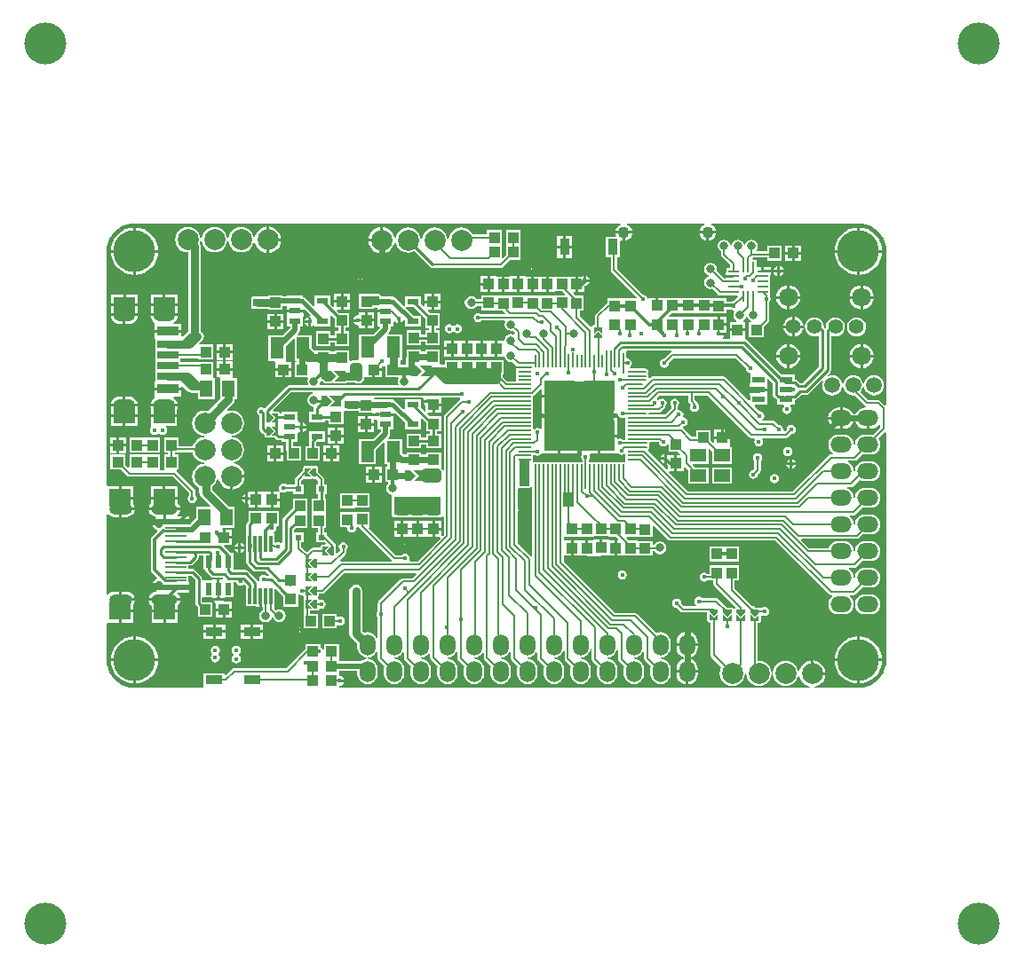
<source format=gtl>
G04 Layer_Physical_Order=1*
G04 Layer_Color=255*
%FSLAX44Y44*%
%MOMM*%
G71*
G01*
G75*
%ADD10R,1.6000X0.9000*%
%ADD11R,1.0000X1.0000*%
%ADD12R,0.3000X1.5500*%
%ADD13R,0.6000X0.5000*%
%ADD14R,1.2000X0.2000*%
%ADD15R,0.2000X1.2000*%
%ADD16R,2.9000X2.9000*%
%ADD17R,2.9000X2.9000*%
%ADD18R,0.4000X0.8000*%
%ADD19O,0.3000X0.2000*%
%ADD20C,0.8000*%
%ADD21R,1.0000X1.0000*%
%ADD22R,1.5000X1.2000*%
%ADD23R,1.1000X0.6000*%
%ADD24R,1.2200X0.6200*%
%ADD25R,0.6200X1.2200*%
%ADD26R,1.2500X2.0000*%
%ADD27O,0.2000X0.3000*%
%ADD28R,2.0000X0.2500*%
%ADD29R,2.0000X1.8000*%
%ADD30R,1.2000X1.6300*%
%ADD31R,0.2500X1.0000*%
%ADD32R,1.0000X0.2500*%
%ADD33R,0.9000X1.6000*%
%ADD34R,2.0000X1.5000*%
%ADD35R,2.0000X0.9000*%
%ADD36R,2.0000X0.8000*%
%ADD37R,2.0000X0.7000*%
%ADD38C,0.2000*%
%ADD39C,0.8000*%
%ADD40C,0.2610*%
%ADD41C,0.2540*%
%ADD42C,0.3000*%
%ADD43C,0.6000*%
%ADD44C,0.5000*%
%ADD45C,0.4000*%
%ADD46C,0.2500*%
%ADD47R,1.2270X1.0671*%
%ADD48R,1.0000X1.0000*%
%ADD49R,1.0671X1.2270*%
%ADD50R,6.7056X6.7056*%
%ADD51R,1.4000X0.8000*%
%ADD52R,1.6000X0.8000*%
%ADD53R,1.7000X0.9000*%
%ADD54R,1.8000X1.0000*%
%ADD55R,4.5000X1.8000*%
%ADD56R,1.0000X1.8000*%
%ADD57R,1.0000X1.4000*%
%ADD58R,1.8000X1.0000*%
%ADD59C,4.0000*%
%ADD60C,1.5000*%
%ADD61O,2.0000X1.5000*%
%ADD62O,1.5000X2.0000*%
%ADD63C,2.0000*%
%ADD64C,1.8000*%
%ADD65C,1.4000*%
%ADD66O,2.2000X1.0000*%
%ADD67O,2.5000X1.0000*%
%ADD68C,0.7000*%
%ADD69C,1.1000*%
%ADD70O,2.1000X1.2000*%
%ADD71C,0.4500*%
G36*
X313778Y389064D02*
Y380936D01*
X310730D01*
X307428Y385000D01*
X310731Y389065D01*
X313778Y389064D01*
D02*
G37*
G36*
X332000Y603000D02*
X327207Y597920D01*
X321873D01*
Y608080D01*
X327207D01*
X332000Y603000D01*
D02*
G37*
G36*
X696128Y377253D02*
X692064Y373951D01*
X687999Y377254D01*
X688000Y380301D01*
X696128D01*
Y377253D01*
D02*
G37*
G36*
X305650Y385000D02*
X309079Y380936D01*
X303237D01*
Y389064D01*
X309079D01*
X305650Y385000D01*
D02*
G37*
G36*
Y398000D02*
X309079Y393936D01*
X303237D01*
Y402064D01*
X309079D01*
X305650Y398000D01*
D02*
G37*
G36*
X313778Y402064D02*
Y393936D01*
X310730D01*
X307428Y398000D01*
X310731Y402065D01*
X313778Y402064D01*
D02*
G37*
G36*
X340923Y597920D02*
X330255D01*
X335017Y603000D01*
X330255Y608080D01*
X340923D01*
Y597920D01*
D02*
G37*
G36*
X378860Y611739D02*
Y602000D01*
X386269D01*
X386860Y601883D01*
X391031D01*
X391630Y600762D01*
X391348Y600341D01*
X390882Y598000D01*
X391348Y595659D01*
X391792Y594994D01*
X391194Y593874D01*
X316806D01*
X316208Y594994D01*
X316652Y595659D01*
X317018Y597500D01*
X318157Y598121D01*
X318342Y598143D01*
X319532Y597348D01*
X319965Y597262D01*
X319989Y597140D01*
X320431Y596478D01*
X321093Y596036D01*
X321873Y595881D01*
X327207D01*
X327237Y595887D01*
X327266Y595882D01*
X327626Y595964D01*
X327987Y596036D01*
X328012Y596053D01*
X328042Y596059D01*
X328766Y596453D01*
X328860Y596432D01*
X329170Y596239D01*
X329475Y596036D01*
X329507Y596030D01*
X329536Y596012D01*
X329897Y595952D01*
X330255Y595881D01*
X340923D01*
X341703Y596036D01*
X342266Y596412D01*
X350564D01*
X350659Y596348D01*
X353000Y595882D01*
X355341Y596348D01*
X357326Y597674D01*
X358652Y599659D01*
X359080Y601813D01*
X360350Y601688D01*
Y601460D01*
X366620D01*
Y609000D01*
X367890D01*
Y610270D01*
X375430D01*
Y611648D01*
X375999Y612116D01*
X377590Y612432D01*
X378860Y611739D01*
D02*
G37*
G36*
X735128Y369459D02*
X727000D01*
Y375301D01*
X731064Y371872D01*
X735128Y375301D01*
Y369459D01*
D02*
G37*
G36*
X696128Y369760D02*
X688000D01*
Y375602D01*
X692064Y372173D01*
X696128Y375602D01*
Y369760D01*
D02*
G37*
G36*
X709128Y369459D02*
X701000D01*
Y375301D01*
X705064Y371872D01*
X709128Y375301D01*
Y369459D01*
D02*
G37*
G36*
X722128D02*
X714000D01*
Y375301D01*
X718064Y371872D01*
X722128Y375301D01*
Y369459D01*
D02*
G37*
G36*
Y376952D02*
X718064Y373650D01*
X713999Y376953D01*
X714000Y380000D01*
X722128D01*
Y376952D01*
D02*
G37*
G36*
X735128D02*
X731064Y373650D01*
X726999Y376953D01*
X727000Y380000D01*
X735128D01*
Y376952D01*
D02*
G37*
G36*
X565270Y589828D02*
X566010Y589221D01*
Y585320D01*
X583050D01*
Y584050D01*
X584320D01*
Y567010D01*
X599468D01*
X600094Y567005D01*
X600854Y566057D01*
X600997Y565342D01*
X601936Y563936D01*
X603342Y562997D01*
X605000Y562667D01*
X606658Y562997D01*
X606880Y563145D01*
X608000Y562546D01*
Y552000D01*
Y542059D01*
X606068D01*
X606064Y542064D01*
X604658Y543003D01*
X603000Y543333D01*
X601342Y543003D01*
X601210Y542915D01*
X600090Y543514D01*
Y544680D01*
X584320D01*
Y528910D01*
X600090D01*
X600090Y528910D01*
X601277Y528708D01*
X602342Y527997D01*
X604000Y527667D01*
X605658Y527997D01*
X606730Y528713D01*
X608000Y528225D01*
Y521000D01*
X573059D01*
Y522932D01*
X573064Y522936D01*
X574003Y524342D01*
X574333Y526000D01*
X574003Y527658D01*
X573915Y527790D01*
X574514Y528910D01*
X581780D01*
Y544680D01*
X566010D01*
Y528910D01*
X566010D01*
X566376Y528226D01*
X565997Y527658D01*
X565667Y526000D01*
X565997Y524342D01*
X566936Y522936D01*
X566941Y522932D01*
Y521000D01*
X520000D01*
Y527150D01*
X520164Y527288D01*
X521270Y527713D01*
X522342Y526997D01*
X524000Y526667D01*
X525658Y526997D01*
X527064Y527936D01*
X527109Y528004D01*
X527910Y528910D01*
Y528910D01*
X527910Y528910D01*
X543680D01*
Y545950D01*
Y562990D01*
X541779D01*
X541172Y563730D01*
X530828D01*
X530221Y562990D01*
X527910D01*
Y552910D01*
X526640Y552347D01*
X525658Y553003D01*
X524000Y553333D01*
X522342Y553003D01*
X521270Y552287D01*
X520164Y552712D01*
X520000Y552850D01*
Y560000D01*
Y572000D01*
Y584092D01*
X520413Y584174D01*
X521406Y584837D01*
X526737Y590168D01*
X527910Y589682D01*
Y585320D01*
X544950D01*
Y584050D01*
D01*
Y585320D01*
X561990D01*
Y589221D01*
X562730Y589828D01*
Y595000D01*
X565270D01*
Y589828D01*
D02*
G37*
G36*
X709128Y376952D02*
X705064Y373650D01*
X700999Y376953D01*
X701000Y380000D01*
X709128D01*
Y376952D01*
D02*
G37*
G36*
X205400Y418000D02*
X207265D01*
X207420Y417224D01*
X208142Y416143D01*
X212853Y411432D01*
X213934Y410709D01*
X215210Y410456D01*
X224040D01*
X224547Y409802D01*
X223978Y408540D01*
X221270D01*
Y399900D01*
X218730D01*
Y408540D01*
X214360D01*
Y408000D01*
X205400D01*
X204334Y408493D01*
Y410000D01*
X204080Y411276D01*
X203358Y412357D01*
X198027Y417688D01*
X196946Y418410D01*
X195670Y418664D01*
X191420D01*
Y421996D01*
X193330D01*
X193948Y422119D01*
X194605Y422250D01*
X194605Y422250D01*
X194606Y422250D01*
X195149Y422613D01*
X195687Y422972D01*
X197357Y424642D01*
X197357Y424642D01*
X197358Y424642D01*
X200192Y427477D01*
X200915Y428559D01*
X201169Y429835D01*
Y431996D01*
X205400D01*
Y418000D01*
D02*
G37*
G36*
X321872Y435936D02*
X325301Y431872D01*
X319459D01*
Y440000D01*
X325301D01*
X321872Y435936D01*
D02*
G37*
G36*
X330000Y440000D02*
Y431872D01*
X326952D01*
X323650Y435936D01*
X326953Y440001D01*
X330000Y440000D01*
D02*
G37*
G36*
X416923Y502920D02*
X406255D01*
X411017Y508000D01*
X406255Y513080D01*
X416923D01*
Y502920D01*
D02*
G37*
G36*
X408000Y508000D02*
X403207Y502920D01*
X397873D01*
Y513080D01*
X403207D01*
X408000Y508000D01*
D02*
G37*
G36*
X586000Y643699D02*
X581936Y647128D01*
X577872Y643699D01*
Y649541D01*
X586000D01*
Y643699D01*
D02*
G37*
G36*
X586001Y642047D02*
X586000Y639000D01*
X577872D01*
Y642048D01*
X581936Y645350D01*
X586001Y642047D01*
D02*
G37*
G36*
X516000Y498000D02*
X507000D01*
Y520000D01*
Y523000D01*
X516000D01*
Y498000D01*
D02*
G37*
G36*
X518941Y496521D02*
Y431180D01*
X517671Y430654D01*
X505059Y443267D01*
Y473806D01*
X506329Y473931D01*
X506488Y473131D01*
X507547Y471547D01*
X509131Y470488D01*
X509730Y470369D01*
Y475000D01*
Y479631D01*
X509131Y479512D01*
X507547Y478453D01*
X506488Y476869D01*
X506329Y476069D01*
X505059Y476194D01*
Y495364D01*
X506153Y496073D01*
X506329Y496094D01*
X507000Y495961D01*
X516000D01*
X516780Y496116D01*
X517442Y496558D01*
X517671Y496901D01*
X518941Y496521D01*
D02*
G37*
G36*
X414000Y608000D02*
X409207Y602920D01*
X403873D01*
Y613080D01*
X409207D01*
X414000Y608000D01*
D02*
G37*
G36*
X422923Y602920D02*
X412255D01*
X417017Y608000D01*
X412255Y613080D01*
X422923D01*
Y602920D01*
D02*
G37*
G36*
X305650Y411000D02*
X309079Y406936D01*
X303237D01*
Y415064D01*
X309079D01*
X305650Y411000D01*
D02*
G37*
G36*
X313778Y415064D02*
Y406936D01*
X310730D01*
X307428Y411000D01*
X310731Y415065D01*
X313778Y415064D01*
D02*
G37*
G36*
X313000Y515000D02*
Y506872D01*
X309952D01*
X306650Y510936D01*
X309953Y515001D01*
X313000Y515000D01*
D02*
G37*
G36*
X304872Y510936D02*
X308301Y506872D01*
X302459D01*
Y515000D01*
X308301D01*
X304872Y510936D01*
D02*
G37*
G36*
X305650Y424000D02*
X309079Y419936D01*
X303237D01*
Y428064D01*
X309079D01*
X305650Y424000D01*
D02*
G37*
G36*
X313778Y428064D02*
Y419936D01*
X310730D01*
X307428Y424000D01*
X310731Y428065D01*
X313778Y428064D01*
D02*
G37*
G36*
X272350Y563064D02*
X269047Y558999D01*
X266000Y559000D01*
Y567128D01*
X269048D01*
X272350Y563064D01*
D02*
G37*
G36*
Y550064D02*
X269047Y545999D01*
X266000Y546000D01*
Y554128D01*
X269048D01*
X272350Y550064D01*
D02*
G37*
G36*
X450342Y581997D02*
X450440Y581977D01*
X450532Y581707D01*
X450574Y580656D01*
X449837Y580163D01*
X449837Y580163D01*
X435837Y566163D01*
X435174Y565171D01*
X434941Y564000D01*
X434941Y564000D01*
Y513369D01*
X433671Y513244D01*
X433652Y513341D01*
X432613Y514896D01*
X432200Y516050D01*
X432200Y516050D01*
X432200Y516050D01*
Y530050D01*
X418200D01*
Y528148D01*
X413150D01*
Y530050D01*
X399150D01*
Y528148D01*
X396602D01*
X395150Y529600D01*
Y542640D01*
X382048D01*
X381562Y543814D01*
X382424Y544675D01*
X383419Y546164D01*
X383768Y547920D01*
Y551700D01*
X386680D01*
Y560660D01*
X387220D01*
Y564930D01*
X379180D01*
Y567470D01*
X387793D01*
X388393Y567719D01*
X397680Y558432D01*
Y551700D01*
X412680D01*
Y561689D01*
X413586Y562579D01*
X418200Y557965D01*
Y550340D01*
X421866D01*
Y548020D01*
X418200D01*
Y544354D01*
X413150D01*
Y548020D01*
X399150D01*
Y534020D01*
X413150D01*
Y537686D01*
X418200D01*
Y534020D01*
X432200D01*
Y548020D01*
X428534D01*
Y550340D01*
X432200D01*
Y564340D01*
X421255D01*
X418998Y566597D01*
X419485Y567770D01*
X423930D01*
Y575310D01*
X425200D01*
Y576580D01*
X432740D01*
Y582666D01*
X449340D01*
X450342Y581997D01*
D02*
G37*
G36*
X856666Y548944D02*
Y332000D01*
X856680Y331930D01*
X856357Y327826D01*
X855379Y323754D01*
X853777Y319885D01*
X851589Y316315D01*
X848869Y313131D01*
X845685Y310411D01*
X842115Y308223D01*
X838246Y306621D01*
X834175Y305643D01*
X830070Y305320D01*
X830000Y305334D01*
X788099D01*
X788016Y306604D01*
X789374Y306783D01*
X792424Y308046D01*
X795044Y310056D01*
X797054Y312676D01*
X798317Y315726D01*
X798581Y317730D01*
X786100D01*
Y319000D01*
X784830D01*
Y331481D01*
X782826Y331217D01*
X779776Y329954D01*
X777156Y327944D01*
X775146Y325324D01*
X773883Y322274D01*
X773768Y321403D01*
X772487D01*
X772391Y322133D01*
X771182Y325052D01*
X769258Y327559D01*
X766752Y329482D01*
X763833Y330691D01*
X760700Y331104D01*
X757567Y330691D01*
X754648Y329482D01*
X752141Y327559D01*
X750218Y325052D01*
X749009Y322133D01*
X748716Y319904D01*
X748640Y319335D01*
X747360D01*
X747284Y319904D01*
X746991Y322133D01*
X745782Y325052D01*
X743858Y327559D01*
X741352Y329482D01*
X738433Y330691D01*
X735300Y331104D01*
X735078Y331074D01*
X734123Y331912D01*
Y367420D01*
X735128D01*
X735908Y367575D01*
X736570Y368017D01*
X737012Y368679D01*
X737167Y369459D01*
Y373996D01*
X738437Y374675D01*
X739120Y374219D01*
X740778Y373889D01*
X742436Y374219D01*
X743842Y375158D01*
X744781Y376564D01*
X745111Y378222D01*
X744781Y379880D01*
X743842Y381286D01*
X742436Y382225D01*
X740778Y382555D01*
X739120Y382225D01*
X737824Y381360D01*
X736625D01*
X736570Y381442D01*
X735908Y381884D01*
X735128Y382039D01*
X732246D01*
X732163Y382163D01*
X731171Y382826D01*
X730000Y383059D01*
X729267D01*
X712059Y400267D01*
Y408140D01*
X716000D01*
Y422140D01*
X703270D01*
X702000Y422140D01*
Y422140D01*
X702000D01*
Y422140D01*
X688000D01*
Y414059D01*
X686068D01*
X686064Y414064D01*
X684658Y415003D01*
X683000Y415333D01*
X681342Y415003D01*
X679936Y414064D01*
X678997Y412658D01*
X678667Y411000D01*
X678997Y409342D01*
X679936Y407936D01*
X681342Y406997D01*
X683000Y406667D01*
X684658Y406997D01*
X686064Y407936D01*
X686068Y407941D01*
X691941D01*
Y405000D01*
X691941Y405000D01*
X692174Y403829D01*
X692837Y402837D01*
X712698Y382977D01*
X712698Y382976D01*
X712764Y382516D01*
X712559Y381442D01*
X712558Y381442D01*
X712338Y381113D01*
X712263Y381001D01*
X711617Y380887D01*
X711511Y380887D01*
X710865Y381001D01*
X710570Y381442D01*
X709908Y381884D01*
X709128Y382039D01*
X704573D01*
X696449Y390163D01*
X695456Y390826D01*
X694286Y391059D01*
X694286Y391059D01*
X681068D01*
X681064Y391064D01*
X679658Y392003D01*
X678000Y392333D01*
X676342Y392003D01*
X674936Y391064D01*
X673997Y389658D01*
X673667Y388000D01*
X673997Y386342D01*
X674936Y384936D01*
X675394Y384630D01*
X675009Y383360D01*
X663966D01*
X661332Y385994D01*
X661333Y386000D01*
X661003Y387658D01*
X660064Y389064D01*
X658658Y390003D01*
X657000Y390333D01*
X655342Y390003D01*
X653936Y389064D01*
X652997Y387658D01*
X652667Y386000D01*
X652997Y384342D01*
X653936Y382936D01*
X655342Y381997D01*
X657000Y381667D01*
X657006Y381668D01*
X660536Y378138D01*
X660536Y378138D01*
X661528Y377475D01*
X662699Y377242D01*
X662699Y377242D01*
X684714D01*
X685355Y377141D01*
X685443Y377053D01*
X685506Y376981D01*
X686032Y376001D01*
X686022Y375909D01*
X685961Y375602D01*
Y369760D01*
X686116Y368980D01*
X686558Y368318D01*
X687220Y367876D01*
X688000Y367721D01*
X689005D01*
Y336836D01*
X689005Y336836D01*
X689238Y335665D01*
X689901Y334673D01*
X699463Y325111D01*
X699418Y325052D01*
X698209Y322133D01*
X697796Y319000D01*
X698209Y315867D01*
X699418Y312948D01*
X701341Y310441D01*
X703848Y308518D01*
X706767Y307309D01*
X709900Y306896D01*
X713033Y307309D01*
X715952Y308518D01*
X718458Y310441D01*
X720382Y312948D01*
X721591Y315867D01*
X721960Y318666D01*
X723241D01*
X723609Y315867D01*
X724818Y312948D01*
X726741Y310441D01*
X729248Y308518D01*
X732167Y307309D01*
X735300Y306896D01*
X738433Y307309D01*
X741352Y308518D01*
X743858Y310441D01*
X745782Y312948D01*
X746991Y315867D01*
X747284Y318096D01*
X747360Y318666D01*
X748640D01*
X748716Y318096D01*
X749009Y315867D01*
X750218Y312948D01*
X752141Y310441D01*
X754648Y308518D01*
X757567Y307309D01*
X760700Y306896D01*
X763833Y307309D01*
X766752Y308518D01*
X769258Y310441D01*
X771182Y312948D01*
X772391Y315867D01*
X772487Y316597D01*
X773768D01*
X773883Y315726D01*
X775146Y312676D01*
X777156Y310056D01*
X779776Y308046D01*
X782826Y306783D01*
X784184Y306604D01*
X784101Y305334D01*
X335420D01*
Y307200D01*
X336869Y307488D01*
X338453Y308547D01*
X339512Y310131D01*
X339631Y310730D01*
X335000D01*
Y313270D01*
X339631D01*
X339512Y313869D01*
X338453Y315453D01*
X336869Y316512D01*
X335420Y316800D01*
Y319700D01*
X334880D01*
Y321542D01*
X352418D01*
Y318500D01*
X352745Y316020D01*
X353702Y313709D01*
X355225Y311724D01*
X357209Y310202D01*
X359520Y309244D01*
X362000Y308918D01*
X364480Y309244D01*
X366791Y310202D01*
X368775Y311724D01*
X370298Y313709D01*
X371255Y316020D01*
X371582Y318500D01*
Y323500D01*
X371255Y325980D01*
X370298Y328291D01*
X368775Y330275D01*
X366791Y331798D01*
X364480Y332756D01*
X362170Y333060D01*
Y334341D01*
X364480Y334645D01*
X366791Y335602D01*
X368775Y337124D01*
X370298Y339109D01*
X370671Y340009D01*
X371941Y339757D01*
Y333400D01*
X371941Y333400D01*
X372174Y332229D01*
X372837Y331237D01*
X378139Y325936D01*
X377818Y323500D01*
Y318500D01*
X378145Y316020D01*
X379102Y313709D01*
X380625Y311724D01*
X382609Y310202D01*
X384920Y309244D01*
X387400Y308918D01*
X389880Y309244D01*
X392191Y310202D01*
X394175Y311724D01*
X395698Y313709D01*
X396656Y316020D01*
X396982Y318500D01*
Y323500D01*
X396656Y325980D01*
X395698Y328291D01*
X394175Y330275D01*
X392191Y331798D01*
X389880Y332756D01*
X387570Y333060D01*
Y334341D01*
X389880Y334645D01*
X392191Y335602D01*
X394175Y337124D01*
X395671Y339074D01*
X395786Y339086D01*
X396941Y338791D01*
Y333800D01*
X396941Y333800D01*
X397174Y332630D01*
X397837Y331637D01*
X403539Y325936D01*
X403218Y323500D01*
Y318500D01*
X403545Y316020D01*
X404502Y313709D01*
X406025Y311724D01*
X408009Y310202D01*
X410320Y309244D01*
X412800Y308918D01*
X415280Y309244D01*
X417591Y310202D01*
X419576Y311724D01*
X421098Y313709D01*
X422056Y316020D01*
X422382Y318500D01*
Y323500D01*
X422056Y325980D01*
X421098Y328291D01*
X419576Y330275D01*
X417591Y331798D01*
X415280Y332756D01*
X412971Y333060D01*
Y334341D01*
X415280Y334645D01*
X417591Y335602D01*
X419576Y337124D01*
X420671Y338553D01*
X421941Y338121D01*
Y334200D01*
X421941Y334200D01*
X422174Y333030D01*
X422837Y332037D01*
X428939Y325936D01*
X428618Y323500D01*
Y318500D01*
X428945Y316020D01*
X429902Y313709D01*
X431425Y311724D01*
X433409Y310202D01*
X435720Y309244D01*
X438200Y308918D01*
X440680Y309244D01*
X442991Y310202D01*
X444976Y311724D01*
X446498Y313709D01*
X447455Y316020D01*
X447782Y318500D01*
Y323500D01*
X447455Y325980D01*
X446498Y328291D01*
X444976Y330275D01*
X442991Y331798D01*
X440680Y332756D01*
X438371Y333060D01*
Y334341D01*
X440680Y334645D01*
X442991Y335602D01*
X444976Y337124D01*
X446498Y339109D01*
X446671Y339527D01*
X447941Y339274D01*
Y333600D01*
X447941Y333600D01*
X448174Y332430D01*
X448837Y331437D01*
X454339Y325936D01*
X454018Y323500D01*
Y318500D01*
X454345Y316020D01*
X455302Y313709D01*
X456825Y311724D01*
X458809Y310202D01*
X461120Y309244D01*
X463600Y308918D01*
X466080Y309244D01*
X468391Y310202D01*
X470376Y311724D01*
X471898Y313709D01*
X472855Y316020D01*
X473182Y318500D01*
Y323500D01*
X472855Y325980D01*
X471898Y328291D01*
X470376Y330275D01*
X468391Y331798D01*
X466080Y332756D01*
X463770Y333060D01*
Y334341D01*
X466080Y334645D01*
X468391Y335602D01*
X470376Y337124D01*
X471671Y338813D01*
X472941Y338468D01*
Y334000D01*
X472941Y334000D01*
X473174Y332830D01*
X473837Y331837D01*
X479739Y325936D01*
X479418Y323500D01*
Y318500D01*
X479745Y316020D01*
X480702Y313709D01*
X482225Y311724D01*
X484209Y310202D01*
X486520Y309244D01*
X489000Y308918D01*
X491480Y309244D01*
X493791Y310202D01*
X495775Y311724D01*
X497298Y313709D01*
X498256Y316020D01*
X498582Y318500D01*
Y323500D01*
X498256Y325980D01*
X497298Y328291D01*
X495775Y330275D01*
X493791Y331798D01*
X491480Y332756D01*
X489170Y333060D01*
Y334341D01*
X491480Y334645D01*
X493791Y335602D01*
X495775Y337124D01*
X497298Y339109D01*
X497671Y340009D01*
X498941Y339757D01*
Y333400D01*
X498941Y333400D01*
X499174Y332229D01*
X499837Y331237D01*
X505139Y325936D01*
X504818Y323500D01*
Y318500D01*
X505145Y316020D01*
X506102Y313709D01*
X507625Y311724D01*
X509609Y310202D01*
X511920Y309244D01*
X514400Y308918D01*
X516880Y309244D01*
X519191Y310202D01*
X521175Y311724D01*
X522698Y313709D01*
X523656Y316020D01*
X523982Y318500D01*
Y323500D01*
X523656Y325980D01*
X522698Y328291D01*
X521175Y330275D01*
X519191Y331798D01*
X516880Y332756D01*
X514571Y333060D01*
Y334341D01*
X516880Y334645D01*
X519191Y335602D01*
X521175Y337124D01*
X522671Y339074D01*
X522786Y339086D01*
X523941Y338791D01*
Y333800D01*
X523941Y333800D01*
X524174Y332630D01*
X524837Y331637D01*
X530539Y325936D01*
X530218Y323500D01*
Y318500D01*
X530545Y316020D01*
X531502Y313709D01*
X533025Y311724D01*
X535009Y310202D01*
X537320Y309244D01*
X539800Y308918D01*
X542280Y309244D01*
X544591Y310202D01*
X546576Y311724D01*
X548098Y313709D01*
X549055Y316020D01*
X549382Y318500D01*
Y323500D01*
X549055Y325980D01*
X548098Y328291D01*
X546576Y330275D01*
X544591Y331798D01*
X542280Y332756D01*
X539971Y333060D01*
Y334341D01*
X542280Y334645D01*
X544591Y335602D01*
X546576Y337124D01*
X548098Y339109D01*
X548671Y340492D01*
X549941Y340240D01*
Y333200D01*
X549941Y333200D01*
X550174Y332029D01*
X550837Y331037D01*
X555939Y325936D01*
X555618Y323500D01*
Y318500D01*
X555945Y316020D01*
X556902Y313709D01*
X558425Y311724D01*
X560409Y310202D01*
X562720Y309244D01*
X565200Y308918D01*
X567680Y309244D01*
X569991Y310202D01*
X571976Y311724D01*
X573498Y313709D01*
X574455Y316020D01*
X574782Y318500D01*
Y323500D01*
X574455Y325980D01*
X573498Y328291D01*
X571976Y330275D01*
X569991Y331798D01*
X567680Y332756D01*
X565370Y333060D01*
Y334341D01*
X567680Y334645D01*
X569991Y335602D01*
X571976Y337124D01*
X573498Y339109D01*
X574455Y341420D01*
X574671Y343059D01*
X575941Y342976D01*
Y332600D01*
X575941Y332600D01*
X576174Y331429D01*
X576837Y330437D01*
X581339Y325936D01*
X581018Y323500D01*
Y318500D01*
X581345Y316020D01*
X582302Y313709D01*
X583825Y311724D01*
X585809Y310202D01*
X588120Y309244D01*
X590600Y308918D01*
X593080Y309244D01*
X595391Y310202D01*
X597375Y311724D01*
X598898Y313709D01*
X599855Y316020D01*
X600182Y318500D01*
Y323500D01*
X599855Y325980D01*
X598898Y328291D01*
X597375Y330275D01*
X595391Y331798D01*
X593080Y332756D01*
X590770Y333060D01*
Y334341D01*
X593080Y334645D01*
X595391Y335602D01*
X597375Y337124D01*
X598898Y339109D01*
X599671Y340975D01*
X600941Y340723D01*
Y333000D01*
X600941Y333000D01*
X601174Y331829D01*
X601837Y330837D01*
X606739Y325936D01*
X606418Y323500D01*
Y318500D01*
X606745Y316020D01*
X607702Y313709D01*
X609225Y311724D01*
X611209Y310202D01*
X613520Y309244D01*
X616000Y308918D01*
X618480Y309244D01*
X620791Y310202D01*
X622775Y311724D01*
X624298Y313709D01*
X625256Y316020D01*
X625582Y318500D01*
Y323500D01*
X625256Y325980D01*
X624298Y328291D01*
X622775Y330275D01*
X620791Y331798D01*
X618480Y332756D01*
X616171Y333060D01*
Y334341D01*
X618480Y334645D01*
X620791Y335602D01*
X622775Y337124D01*
X624298Y339109D01*
X624671Y340009D01*
X625941Y339757D01*
Y333400D01*
X625941Y333400D01*
X626174Y332229D01*
X626837Y331237D01*
X632139Y325936D01*
X631818Y323500D01*
Y318500D01*
X632145Y316020D01*
X633102Y313709D01*
X634625Y311724D01*
X636609Y310202D01*
X638920Y309244D01*
X641400Y308918D01*
X643880Y309244D01*
X646191Y310202D01*
X648176Y311724D01*
X649698Y313709D01*
X650656Y316020D01*
X650982Y318500D01*
Y323500D01*
X650656Y325980D01*
X649698Y328291D01*
X648176Y330275D01*
X646191Y331798D01*
X643880Y332756D01*
X641571Y333060D01*
Y334341D01*
X643880Y334645D01*
X646191Y335602D01*
X648176Y337124D01*
X649698Y339109D01*
X650656Y341420D01*
X650982Y343900D01*
Y348900D01*
X650656Y351380D01*
X649698Y353691D01*
X648176Y355676D01*
X646191Y357198D01*
X643880Y358156D01*
X641400Y358482D01*
X638920Y358156D01*
X637683Y357643D01*
X619163Y376163D01*
X618171Y376826D01*
X617000Y377059D01*
X617000Y377059D01*
X597894D01*
X549059Y425894D01*
Y430246D01*
X549460Y431350D01*
X555730D01*
Y438890D01*
Y446430D01*
X549460D01*
X549059Y447534D01*
Y449066D01*
X550000Y449860D01*
X562730D01*
X564000Y449860D01*
Y449860D01*
X564000D01*
Y449860D01*
X578000D01*
Y450060D01*
X591730D01*
Y449810D01*
X598864D01*
X601121Y447553D01*
X600635Y446380D01*
X600000D01*
Y438840D01*
Y431300D01*
X606270D01*
Y431840D01*
X619730D01*
Y431590D01*
X633730D01*
Y435531D01*
X636102D01*
X636674Y434674D01*
X638659Y433348D01*
X641000Y432882D01*
X643341Y433348D01*
X645326Y434674D01*
X646652Y436659D01*
X647118Y439000D01*
X646652Y441341D01*
X645326Y443326D01*
X643341Y444652D01*
X641000Y445118D01*
X638659Y444652D01*
X636674Y443326D01*
X635554Y441648D01*
X633730D01*
Y445590D01*
X619760D01*
Y445840D01*
X611486D01*
X608689Y448637D01*
X609175Y449810D01*
X619730D01*
Y449560D01*
X633730D01*
Y460030D01*
X634903Y460516D01*
X648582Y446837D01*
X648582Y446837D01*
X649575Y446174D01*
X650745Y445941D01*
X650745Y445941D01*
X750733D01*
X801837Y394837D01*
X801837Y394837D01*
X802830Y394174D01*
X804000Y393941D01*
X804000Y393941D01*
X805061D01*
X805492Y392671D01*
X804324Y391775D01*
X802802Y389791D01*
X801844Y387480D01*
X801518Y385000D01*
X801844Y382520D01*
X802802Y380209D01*
X804324Y378224D01*
X806309Y376702D01*
X808620Y375744D01*
X811100Y375418D01*
X816100D01*
X818580Y375744D01*
X820891Y376702D01*
X822875Y378224D01*
X824398Y380209D01*
X825355Y382520D01*
X825543Y383948D01*
X825659Y384829D01*
X826940D01*
X827056Y383948D01*
X827244Y382520D01*
X828202Y380209D01*
X829724Y378224D01*
X831709Y376702D01*
X834020Y375744D01*
X836500Y375418D01*
X841500D01*
X843980Y375744D01*
X846291Y376702D01*
X848275Y378224D01*
X849798Y380209D01*
X850755Y382520D01*
X851082Y385000D01*
X850755Y387480D01*
X849798Y389791D01*
X848275Y391775D01*
X846291Y393298D01*
X843980Y394255D01*
X841500Y394582D01*
X836500D01*
X834020Y394255D01*
X831709Y393298D01*
X829724Y391775D01*
X828202Y389791D01*
X827244Y387480D01*
X827056Y386051D01*
X826940Y385170D01*
X825659D01*
X825543Y386051D01*
X825355Y387480D01*
X824398Y389791D01*
X822875Y391775D01*
X821708Y392671D01*
X822139Y393941D01*
X825600D01*
X825600Y393941D01*
X826770Y394174D01*
X827763Y394837D01*
X834064Y401139D01*
X836500Y400818D01*
X841500D01*
X843980Y401144D01*
X846291Y402102D01*
X848275Y403624D01*
X849798Y405609D01*
X850755Y407920D01*
X851082Y410400D01*
X850755Y412880D01*
X849798Y415191D01*
X848275Y417175D01*
X846291Y418698D01*
X843980Y419655D01*
X841500Y419982D01*
X836500D01*
X834020Y419655D01*
X831709Y418698D01*
X829724Y417175D01*
X828202Y415191D01*
X827244Y412880D01*
X826940Y410570D01*
X825659D01*
X825355Y412880D01*
X824398Y415191D01*
X822875Y417175D01*
X820926Y418671D01*
X820913Y418785D01*
X821208Y419941D01*
X826200D01*
X826200Y419941D01*
X827371Y420174D01*
X828363Y420837D01*
X834064Y426539D01*
X836500Y426218D01*
X841500D01*
X843980Y426544D01*
X846291Y427502D01*
X848275Y429024D01*
X849798Y431009D01*
X850755Y433320D01*
X851082Y435800D01*
X850755Y438280D01*
X849798Y440591D01*
X848275Y442575D01*
X846291Y444098D01*
X843980Y445055D01*
X841500Y445382D01*
X836500D01*
X834020Y445055D01*
X831709Y444098D01*
X829724Y442575D01*
X828202Y440591D01*
X827244Y438280D01*
X826940Y435970D01*
X825659D01*
X825355Y438280D01*
X824398Y440591D01*
X822875Y442575D01*
X820891Y444098D01*
X818580Y445055D01*
X816100Y445382D01*
X811100D01*
X808620Y445055D01*
X806309Y444098D01*
X804324Y442575D01*
X802802Y440591D01*
X802084Y438859D01*
X783438D01*
X775828Y446468D01*
X776314Y447641D01*
X828500D01*
X828500Y447641D01*
X829670Y447874D01*
X830663Y448537D01*
X834064Y451939D01*
X836500Y451618D01*
X841500D01*
X843980Y451944D01*
X846291Y452902D01*
X848275Y454424D01*
X849798Y456409D01*
X850755Y458720D01*
X851082Y461200D01*
X850755Y463680D01*
X849798Y465991D01*
X848275Y467975D01*
X846291Y469498D01*
X843980Y470455D01*
X841500Y470782D01*
X836500D01*
X834020Y470455D01*
X831709Y469498D01*
X829724Y467975D01*
X828202Y465991D01*
X827244Y463680D01*
X826940Y461370D01*
X825659D01*
X825355Y463680D01*
X824398Y465991D01*
X822875Y467975D01*
X821968Y468671D01*
X822400Y469941D01*
X825400D01*
X825400Y469941D01*
X826571Y470174D01*
X827563Y470837D01*
X834064Y477339D01*
X836500Y477018D01*
X841500D01*
X843980Y477344D01*
X846291Y478302D01*
X848275Y479824D01*
X849798Y481809D01*
X850755Y484120D01*
X851082Y486600D01*
X850755Y489080D01*
X849798Y491391D01*
X848275Y493375D01*
X846291Y494898D01*
X843980Y495855D01*
X841500Y496182D01*
X836500D01*
X834020Y495855D01*
X831709Y494898D01*
X829724Y493375D01*
X828202Y491391D01*
X827244Y489080D01*
X826940Y486770D01*
X825659D01*
X825355Y489080D01*
X824398Y491391D01*
X822875Y493375D01*
X820891Y494898D01*
X819024Y495671D01*
X819277Y496941D01*
X823000D01*
X823000Y496941D01*
X824171Y497174D01*
X825163Y497837D01*
X831323Y503997D01*
X831709Y503702D01*
X834020Y502744D01*
X836500Y502418D01*
X841500D01*
X843980Y502744D01*
X846291Y503702D01*
X848275Y505224D01*
X849798Y507209D01*
X850755Y509520D01*
X851082Y512000D01*
X850755Y514480D01*
X849798Y516791D01*
X848275Y518775D01*
X846291Y520298D01*
X843980Y521255D01*
X841500Y521582D01*
X836500D01*
X834020Y521255D01*
X831709Y520298D01*
X829724Y518775D01*
X828202Y516791D01*
X827244Y514480D01*
X826940Y512170D01*
X825659D01*
X825355Y514480D01*
X824398Y516791D01*
X822875Y518775D01*
X820891Y520298D01*
X819990Y520671D01*
X820242Y521941D01*
X826600D01*
X826600Y521941D01*
X827770Y522174D01*
X828763Y522837D01*
X834064Y528139D01*
X836500Y527818D01*
X841500D01*
X843980Y528144D01*
X846291Y529102D01*
X848275Y530624D01*
X849798Y532609D01*
X850755Y534920D01*
X851082Y537400D01*
X850755Y539880D01*
X849798Y542191D01*
X849068Y543142D01*
X855396Y549470D01*
X856666Y548944D01*
D02*
G37*
G36*
X276541Y559000D02*
X270699D01*
X274128Y563064D01*
X270699Y567128D01*
X276541D01*
Y559000D01*
D02*
G37*
G36*
Y546000D02*
X270699D01*
X274128Y550064D01*
X270699Y554128D01*
X276541D01*
Y546000D01*
D02*
G37*
G36*
X834175Y748357D02*
X838246Y747379D01*
X842115Y745777D01*
X845685Y743589D01*
X848869Y740870D01*
X851589Y737685D01*
X853777Y734115D01*
X855379Y730246D01*
X856357Y726175D01*
X856680Y722070D01*
X856666Y722000D01*
Y575456D01*
X855396Y574930D01*
X851163Y579163D01*
X850171Y579826D01*
X849000Y580059D01*
X849000Y580059D01*
X839267D01*
X831917Y587409D01*
X833298Y589209D01*
X834256Y591520D01*
X834360Y592310D01*
X835640D01*
X835745Y591520D01*
X836702Y589209D01*
X838225Y587225D01*
X840209Y585702D01*
X842520Y584745D01*
X845000Y584418D01*
X847480Y584745D01*
X849791Y585702D01*
X851776Y587225D01*
X853298Y589209D01*
X854256Y591520D01*
X854582Y594000D01*
X854256Y596480D01*
X853298Y598791D01*
X851776Y600775D01*
X849791Y602298D01*
X847480Y603256D01*
X845000Y603582D01*
X842520Y603256D01*
X840209Y602298D01*
X838225Y600775D01*
X836702Y598791D01*
X835745Y596480D01*
X835640Y595690D01*
X834360D01*
X834256Y596480D01*
X833298Y598791D01*
X831776Y600775D01*
X829791Y602298D01*
X827480Y603256D01*
X825000Y603582D01*
X822520Y603256D01*
X820209Y602298D01*
X818225Y600775D01*
X816702Y598791D01*
X815745Y596480D01*
X815640Y595690D01*
X814360D01*
X814256Y596480D01*
X813298Y598791D01*
X811776Y600775D01*
X809791Y602298D01*
X807480Y603256D01*
X805000Y603582D01*
X802520Y603256D01*
X801320Y602758D01*
X800601Y603835D01*
X802993Y606227D01*
X803723Y607321D01*
X803980Y608610D01*
Y640778D01*
X805036Y641484D01*
X805843Y641150D01*
X808192Y640840D01*
X810542Y641150D01*
X812731Y642057D01*
X814611Y643499D01*
X816053Y645379D01*
X816960Y647569D01*
X817270Y649918D01*
X816960Y652268D01*
X816053Y654457D01*
X814611Y656337D01*
X812731Y657779D01*
X810542Y658686D01*
X808192Y658996D01*
X805843Y658686D01*
X803653Y657779D01*
X801773Y656337D01*
X800331Y654457D01*
X799424Y652268D01*
X799114Y649918D01*
X799190Y649345D01*
X798305Y648461D01*
X797221Y649545D01*
X797270Y649918D01*
X796960Y652268D01*
X796053Y654457D01*
X794611Y656337D01*
X792731Y657779D01*
X790542Y658686D01*
X788192Y658996D01*
X785843Y658686D01*
X783653Y657779D01*
X781773Y656337D01*
X780331Y654457D01*
X779424Y652268D01*
X779114Y649918D01*
X779424Y647569D01*
X780331Y645379D01*
X781773Y643499D01*
X783653Y642057D01*
X785843Y641150D01*
X788192Y640840D01*
X790542Y641150D01*
X791574Y641578D01*
X792630Y640872D01*
Y611915D01*
X777085Y596370D01*
X774273D01*
X771840Y598803D01*
X770747Y599533D01*
X769457Y599790D01*
X769200D01*
Y604600D01*
X756165D01*
X723383Y637383D01*
X722290Y638113D01*
X721904Y638190D01*
X722029Y639460D01*
X722430D01*
Y645730D01*
X707350D01*
Y639640D01*
X707350Y639460D01*
X706916Y638370D01*
X700978D01*
X700623Y639165D01*
X700516Y639640D01*
X701512Y641131D01*
X701631Y641730D01*
X697000D01*
Y644270D01*
X702551D01*
X702616Y644350D01*
X704540D01*
Y650620D01*
X697000D01*
Y651890D01*
X695730D01*
Y659430D01*
X689460D01*
Y659140D01*
X676270D01*
X676000Y659140D01*
Y659140D01*
X675000D01*
Y659140D01*
X661000D01*
X661000Y659140D01*
X660000D01*
Y659140D01*
X659730Y659140D01*
X649736D01*
X649250Y660313D01*
X652047Y663110D01*
X660000D01*
Y663110D01*
X661000D01*
Y663110D01*
X675000D01*
Y663110D01*
X676000D01*
Y663110D01*
X690000D01*
X690000Y662860D01*
X704000D01*
Y666541D01*
X708526D01*
X709342Y665997D01*
X711000Y665667D01*
X711432Y665753D01*
X712196Y664610D01*
X711348Y663341D01*
X710882Y661000D01*
X711348Y658659D01*
X712674Y656674D01*
X713968Y655810D01*
X713582Y654540D01*
X707350D01*
Y648270D01*
X722430D01*
Y654540D01*
X720418D01*
X720032Y655810D01*
X721326Y656674D01*
X722652Y658659D01*
X722853Y659668D01*
X724147D01*
X724348Y658659D01*
X725674Y656674D01*
X727659Y655348D01*
X728052Y655270D01*
X727927Y654000D01*
X725860D01*
Y640000D01*
X739860D01*
Y649674D01*
X744163Y653977D01*
X744826Y654969D01*
X745059Y656140D01*
X745059Y656140D01*
Y672932D01*
X745064Y672936D01*
X746003Y674342D01*
X746333Y676000D01*
X746003Y677658D01*
X745454Y678480D01*
X746000Y679750D01*
X746000D01*
Y689750D01*
Y699210D01*
X746540D01*
Y701730D01*
X739000D01*
Y703000D01*
X737730D01*
Y706790D01*
X733250D01*
Y714000D01*
X729579D01*
X729029Y715231D01*
X729584Y715941D01*
X742890D01*
Y713000D01*
X756890D01*
Y727000D01*
X742890D01*
Y722059D01*
X733442D01*
X732763Y723329D01*
X733652Y724659D01*
X734118Y727000D01*
X733652Y729341D01*
X732326Y731326D01*
X730341Y732652D01*
X728000Y733118D01*
X725659Y732652D01*
X723674Y731326D01*
X722348Y729341D01*
X722148Y728332D01*
X720853D01*
X720652Y729341D01*
X719326Y731326D01*
X717341Y732652D01*
X715000Y733118D01*
X712659Y732652D01*
X710674Y731326D01*
X709348Y729341D01*
X709147Y728332D01*
X707853D01*
X707652Y729341D01*
X706326Y731326D01*
X704341Y732652D01*
X702000Y733118D01*
X699659Y732652D01*
X697674Y731326D01*
X696348Y729341D01*
X695882Y727000D01*
X696348Y724659D01*
X697674Y722674D01*
X698941Y721828D01*
Y719000D01*
X698941Y719000D01*
X699174Y717830D01*
X699837Y716837D01*
X707941Y708733D01*
Y706250D01*
X704000D01*
Y701790D01*
X703460D01*
Y699270D01*
X711000D01*
Y696730D01*
X703460D01*
Y696245D01*
X702190Y696136D01*
X694820Y703505D01*
X695118Y705000D01*
X694652Y707341D01*
X693326Y709326D01*
X691341Y710652D01*
X689000Y711118D01*
X686659Y710652D01*
X684674Y709326D01*
X683348Y707341D01*
X682883Y705000D01*
X683348Y702659D01*
X684674Y700674D01*
X686659Y699348D01*
X687668Y699147D01*
Y697853D01*
X686659Y697652D01*
X684674Y696326D01*
X683348Y694341D01*
X682883Y692000D01*
X683348Y689659D01*
X684674Y687674D01*
X686659Y686348D01*
X689000Y685882D01*
X690495Y686180D01*
X695837Y680837D01*
X695837Y680837D01*
X696830Y680174D01*
X698000Y679941D01*
X704000D01*
Y679750D01*
X714765D01*
X715251Y678577D01*
X711006Y674332D01*
X711000Y674333D01*
X709342Y674003D01*
X708856Y673679D01*
X704000D01*
Y676860D01*
X690000D01*
X690000Y677110D01*
X676000D01*
Y677110D01*
X675000D01*
Y677110D01*
X661000D01*
Y677110D01*
X660000D01*
Y677110D01*
X646586D01*
X645540Y677650D01*
X645540Y677650D01*
X645540Y677650D01*
X639270D01*
Y670110D01*
X636730D01*
Y677650D01*
X630460D01*
Y676845D01*
X629190Y676720D01*
X629003Y677658D01*
X628064Y679064D01*
X626658Y680003D01*
X625000Y680333D01*
X624994Y680332D01*
X600059Y705267D01*
Y716000D01*
X602500D01*
Y731812D01*
X603556Y732517D01*
X604401Y732167D01*
X605230Y732058D01*
Y738730D01*
X598558D01*
X598667Y737901D01*
X599017Y737056D01*
X598312Y736000D01*
X589500D01*
Y716000D01*
X593941D01*
Y704000D01*
X593941Y704000D01*
X594174Y702830D01*
X594837Y701837D01*
X618501Y678173D01*
X618015Y677000D01*
X606000D01*
Y677000D01*
X605000D01*
Y677000D01*
X591000D01*
Y672860D01*
X590830Y672826D01*
X589837Y672163D01*
X589837Y672163D01*
X579773Y662099D01*
X579110Y661107D01*
X578877Y659936D01*
X578877Y659936D01*
Y651580D01*
X577872D01*
X577092Y651425D01*
X576430Y650983D01*
X575988Y650321D01*
X575957Y650165D01*
X574600Y649726D01*
X564399Y659927D01*
Y665390D01*
X568340D01*
Y679390D01*
X560636D01*
X558379Y681647D01*
X558865Y682820D01*
X560070D01*
Y690360D01*
Y697900D01*
X553800D01*
Y697610D01*
X540940D01*
Y697900D01*
X534670D01*
Y690360D01*
Y682820D01*
X540940D01*
Y683610D01*
X547764D01*
X550561Y680813D01*
X550075Y679640D01*
X540370D01*
Y679390D01*
X512460D01*
Y679640D01*
X498460D01*
Y679390D01*
X484520D01*
Y679640D01*
X470520D01*
Y676059D01*
X466172D01*
X465326Y677326D01*
X463341Y678652D01*
X461000Y679118D01*
X458659Y678652D01*
X456674Y677326D01*
X455348Y675341D01*
X454883Y673000D01*
X455348Y670659D01*
X456674Y668674D01*
X458659Y667348D01*
X461000Y666882D01*
X463341Y667348D01*
X465326Y668674D01*
X466172Y669941D01*
X470520D01*
Y665640D01*
X484490D01*
Y665390D01*
X491284D01*
X493442Y663232D01*
X492956Y662059D01*
X469824D01*
X469158Y662503D01*
X467500Y662833D01*
X465842Y662503D01*
X464436Y661564D01*
X463497Y660158D01*
X463167Y658500D01*
X463497Y656842D01*
X464436Y655436D01*
X465842Y654497D01*
X467500Y654167D01*
X469158Y654497D01*
X470564Y655436D01*
X470902Y655941D01*
X493070D01*
X493669Y654821D01*
X493348Y654341D01*
X492882Y652000D01*
X493348Y649659D01*
X494674Y647674D01*
X496659Y646348D01*
X499000Y645882D01*
X500494Y646180D01*
X502599Y644075D01*
X502526Y643388D01*
X501461Y642727D01*
X501223Y642675D01*
X499000Y643118D01*
X496659Y642652D01*
X494674Y641326D01*
X493348Y639341D01*
X493026Y637719D01*
X492672Y636940D01*
X491657Y636650D01*
X486270D01*
Y629110D01*
Y621570D01*
X491673D01*
X492540Y621570D01*
X493169Y620560D01*
X493348Y619659D01*
X494674Y617674D01*
X496659Y616348D01*
X499000Y615882D01*
X500494Y616180D01*
X503837Y612837D01*
X503837Y612837D01*
X504830Y612174D01*
X506000Y611941D01*
X506000Y611941D01*
X519000D01*
Y610000D01*
X504000D01*
Y598059D01*
X495267D01*
X491118Y602208D01*
Y604140D01*
X492000D01*
Y618140D01*
X478000D01*
Y618140D01*
X478000D01*
Y618140D01*
X450000D01*
Y618140D01*
X450000D01*
Y618140D01*
X436000D01*
Y614920D01*
X435018Y614114D01*
X435000Y614118D01*
X432228D01*
X431120Y614510D01*
Y628510D01*
X417120D01*
Y626608D01*
X413340D01*
Y628510D01*
X399340D01*
Y621259D01*
X399163Y620994D01*
X398775Y619043D01*
Y614118D01*
X393208D01*
Y618370D01*
X395340D01*
Y642370D01*
X382238D01*
X381752Y643543D01*
X382614Y644406D01*
X383609Y645894D01*
X383958Y647650D01*
Y650160D01*
X386870D01*
Y654770D01*
X388140Y655155D01*
X388547Y654547D01*
X390131Y653488D01*
X390730Y653369D01*
Y658000D01*
X393270D01*
Y653369D01*
X393869Y653488D01*
X395453Y654547D01*
X396512Y656131D01*
X396600Y656573D01*
X397870Y656448D01*
Y650160D01*
X412870D01*
Y660160D01*
X406138D01*
X398408Y667890D01*
X398934Y669160D01*
X406045D01*
X417120Y658085D01*
Y648800D01*
X420786D01*
Y646480D01*
X417120D01*
Y642814D01*
X413340D01*
Y646480D01*
X399340D01*
Y632480D01*
X413340D01*
Y636146D01*
X417120D01*
Y632480D01*
X431120D01*
Y646480D01*
X427454D01*
Y648800D01*
X431120D01*
Y662800D01*
X421835D01*
X419579Y665057D01*
X420065Y666230D01*
X422850D01*
Y672500D01*
X416580D01*
Y669714D01*
X415407Y669228D01*
X412870Y671765D01*
Y679160D01*
X397870D01*
Y670223D01*
X396600Y669697D01*
X389254Y677044D01*
X389254Y677044D01*
X387930Y677928D01*
X386870Y678139D01*
Y679160D01*
X375007D01*
X374884Y679780D01*
X374442Y680442D01*
X373780Y680884D01*
X373000Y681039D01*
X368000D01*
Y681110D01*
X354000D01*
Y679199D01*
X353961Y679000D01*
Y670000D01*
X354000Y669802D01*
Y667110D01*
X368000D01*
Y667961D01*
X371330D01*
Y665930D01*
X379370D01*
Y663390D01*
X371330D01*
Y659120D01*
X371870D01*
Y650160D01*
X373596D01*
X374122Y648890D01*
X367602Y642370D01*
X353840D01*
Y619245D01*
X353063Y618202D01*
X352675Y618117D01*
X349000D01*
X346659Y617652D01*
X345880Y617132D01*
X344760Y617730D01*
Y627550D01*
X330760D01*
Y626668D01*
X326980D01*
Y627550D01*
X312980D01*
Y627550D01*
X311710Y627081D01*
X308980Y629812D01*
Y641410D01*
X295878D01*
X295392Y642583D01*
X296254Y643446D01*
X297249Y644934D01*
X297598Y646690D01*
Y650470D01*
X300510D01*
Y659430D01*
X301050D01*
Y663700D01*
X293010D01*
X284970D01*
Y659430D01*
X285510D01*
Y650470D01*
X288422D01*
Y648591D01*
X281241Y641410D01*
X267480D01*
Y617410D01*
X273440D01*
X274350Y616540D01*
X274350Y616140D01*
Y610270D01*
X289430D01*
Y616540D01*
X284890D01*
X283980Y617410D01*
X283980Y617810D01*
Y631171D01*
X291307Y638498D01*
X292480Y638012D01*
Y617410D01*
X294762D01*
Y616000D01*
X292860D01*
Y602000D01*
X305110D01*
X305708Y600880D01*
X305348Y600341D01*
X304883Y598000D01*
X305348Y595659D01*
X305792Y594994D01*
X305194Y593874D01*
X287540D01*
X286264Y593620D01*
X285182Y592897D01*
X265081Y572796D01*
X264505Y572381D01*
X263272Y572593D01*
X262658Y573003D01*
X261000Y573333D01*
X259342Y573003D01*
X257936Y572064D01*
X256997Y570658D01*
X256667Y569000D01*
X256997Y567342D01*
X257936Y565936D01*
X258666Y565448D01*
Y553000D01*
X258920Y551724D01*
X259643Y550643D01*
X262579Y547706D01*
X263660Y546984D01*
X263961Y546924D01*
Y546000D01*
X264040Y545604D01*
X264116Y545220D01*
X264116Y545220D01*
X264116Y545220D01*
X264338Y544888D01*
X264558Y544558D01*
X264558Y544558D01*
X264558Y544558D01*
X264887Y544338D01*
X265219Y544116D01*
X265219Y544116D01*
X265220Y544116D01*
X265603Y544040D01*
X265999Y543961D01*
X269046Y543960D01*
X269151Y543981D01*
X269257Y543971D01*
X269538Y544058D01*
X269827Y544115D01*
X269874Y544146D01*
X269919Y544116D01*
X270004Y544099D01*
X270081Y544057D01*
X270392Y544022D01*
X270699Y543961D01*
X273566D01*
X274904Y542623D01*
X275985Y541900D01*
X277261Y541646D01*
X280300D01*
Y539980D01*
X284466D01*
Y533380D01*
X284601Y532703D01*
X284720Y532104D01*
X284720Y532104D01*
X284720Y532104D01*
X285130Y531491D01*
Y522050D01*
X299130D01*
Y536050D01*
X291134D01*
Y539980D01*
X295300D01*
Y548940D01*
X295840D01*
Y549003D01*
X296960Y549602D01*
X297131Y549488D01*
X297730Y549369D01*
Y554000D01*
Y558631D01*
X297131Y558512D01*
X296960Y558398D01*
X295840Y558997D01*
Y560020D01*
X295300D01*
Y568980D01*
X280300D01*
Y567314D01*
X278543D01*
X278425Y567908D01*
X277983Y568570D01*
X277321Y569012D01*
X276541Y569167D01*
X272542D01*
X272056Y570340D01*
X288921Y587206D01*
X309962D01*
X310087Y585936D01*
X308659Y585652D01*
X306674Y584326D01*
X305348Y582341D01*
X304883Y580000D01*
X305348Y577659D01*
X306674Y575674D01*
X308659Y574348D01*
X309637Y574154D01*
X310525Y572682D01*
X310466Y572387D01*
Y568980D01*
X306300D01*
Y558980D01*
X321300D01*
Y560646D01*
X325000D01*
Y556860D01*
X339000D01*
Y568865D01*
X340000Y569961D01*
X343606D01*
X344000Y569883D01*
X351000D01*
X351394Y569961D01*
X353620D01*
Y567710D01*
X366455D01*
X366817Y567270D01*
X372000D01*
Y564730D01*
X366827D01*
X366457Y564280D01*
X361890D01*
Y558010D01*
X368160D01*
Y561277D01*
X369430Y561956D01*
X370131Y561488D01*
X371140Y561287D01*
Y560660D01*
X371680D01*
Y551700D01*
X374592D01*
Y549820D01*
X367412Y542640D01*
X353650D01*
Y518640D01*
X370150D01*
Y532401D01*
X377477Y539728D01*
X378650Y539242D01*
Y518640D01*
X380762D01*
Y516000D01*
X378860D01*
Y502000D01*
X381388D01*
X381596Y501790D01*
X381674Y500326D01*
X380348Y498341D01*
X379883Y496000D01*
X380348Y493659D01*
X381674Y491674D01*
X383659Y490348D01*
X384540Y490173D01*
X385116Y488780D01*
X385113Y488764D01*
X384961Y488000D01*
Y470000D01*
X385116Y469220D01*
X385558Y468558D01*
X386220Y468116D01*
X387000Y467961D01*
X388000D01*
Y467860D01*
X401730D01*
X402000Y467860D01*
X402000Y467860D01*
X403000D01*
Y467860D01*
X403270Y467860D01*
X416730D01*
X417000Y467860D01*
X417000Y467860D01*
X418000D01*
Y467860D01*
X418270Y467860D01*
X432000D01*
Y467961D01*
X432780Y468116D01*
X433442Y468558D01*
X433671Y468901D01*
X434941Y468521D01*
Y451267D01*
X433810Y450136D01*
X432540Y450662D01*
Y455620D01*
X426270D01*
Y449350D01*
X431228D01*
X431754Y448080D01*
X409733Y426059D01*
X402493D01*
X401895Y427179D01*
X402003Y427342D01*
X402333Y429000D01*
X402003Y430658D01*
X401064Y432064D01*
X399658Y433003D01*
X398000Y433333D01*
X396342Y433003D01*
X394936Y432064D01*
X394932Y432059D01*
X389267D01*
X363359Y457967D01*
X363845Y459140D01*
X364000D01*
Y473140D01*
X350000D01*
X350000Y472890D01*
X336000D01*
Y458890D01*
X341936D01*
X342667Y458000D01*
X342997Y456342D01*
X343936Y454936D01*
X345342Y453997D01*
X347000Y453667D01*
X348658Y453997D01*
X350064Y454936D01*
X351003Y456342D01*
X351333Y458000D01*
X351302Y458158D01*
X352108Y459140D01*
X354112D01*
X354174Y458829D01*
X354837Y457837D01*
X385345Y427329D01*
X384819Y426059D01*
X337000D01*
X335736Y427102D01*
X335696Y427371D01*
X341163Y432837D01*
X341163Y432837D01*
X341826Y433829D01*
X342059Y435000D01*
Y436932D01*
X342064Y436936D01*
X343003Y438342D01*
X343333Y440000D01*
X343003Y441658D01*
X342064Y443064D01*
X340658Y444003D01*
X339000Y444333D01*
X337342Y444003D01*
X335936Y443064D01*
X334997Y441658D01*
X334667Y440000D01*
X334997Y438342D01*
X335936Y436936D01*
X335498Y435824D01*
X333213Y433538D01*
X332039Y434024D01*
Y440000D01*
X331960Y440396D01*
X331884Y440780D01*
X331884Y440780D01*
X331884Y440780D01*
X331662Y441112D01*
X331630Y441161D01*
Y441429D01*
X331397Y442599D01*
X330734Y443592D01*
X323163Y451163D01*
X323000Y451272D01*
Y453500D01*
X321059D01*
Y458000D01*
X322860D01*
Y470730D01*
X322860Y472000D01*
X322860Y473270D01*
Y486000D01*
X321334D01*
Y490500D01*
X323000D01*
Y499500D01*
X321059D01*
Y504158D01*
X320826Y505329D01*
X320163Y506321D01*
X315039Y511445D01*
Y515000D01*
X314960Y515396D01*
X314884Y515780D01*
X314884Y515780D01*
X314884Y515780D01*
X314662Y516112D01*
X314442Y516441D01*
X314442Y516442D01*
X314442Y516442D01*
X314113Y516661D01*
X313781Y516884D01*
X313781Y516884D01*
X313780Y516884D01*
X313397Y516960D01*
X313001Y517039D01*
X309953Y517040D01*
X309849Y517019D01*
X309743Y517029D01*
X309462Y516942D01*
X309173Y516885D01*
X309126Y516854D01*
X309081Y516884D01*
X308996Y516901D01*
X308920Y516943D01*
X308608Y516978D01*
X308301Y517039D01*
X302459D01*
X301679Y516884D01*
X301017Y516442D01*
X300575Y515780D01*
X300420Y515000D01*
Y512746D01*
X293837Y506163D01*
X293174Y505171D01*
X292941Y504000D01*
X292941Y504000D01*
Y499500D01*
X291000D01*
Y499059D01*
X285068D01*
X285064Y499064D01*
X283658Y500003D01*
X282000Y500333D01*
X280342Y500003D01*
X278936Y499064D01*
X277997Y497658D01*
X277667Y496000D01*
X277997Y494342D01*
X278445Y493670D01*
X277767Y492400D01*
X277619Y492400D01*
X277619Y492400D01*
X277571Y492400D01*
X272270D01*
Y486130D01*
X278540D01*
X278540Y491451D01*
Y491517D01*
Y491517D01*
X278540Y491673D01*
X278929Y491881D01*
X279810Y492352D01*
X280342Y491997D01*
X282000Y491667D01*
X283658Y491997D01*
X285064Y492936D01*
X285068Y492941D01*
X291000D01*
Y490500D01*
X301000D01*
Y499500D01*
X299059D01*
Y502733D01*
X301460Y505134D01*
X301679Y504988D01*
X302459Y504833D01*
X308301D01*
X308608Y504894D01*
X308920Y504929D01*
X308996Y504971D01*
X309081Y504988D01*
X309126Y505018D01*
X309172Y504988D01*
X309461Y504931D01*
X309742Y504844D01*
X309848Y504854D01*
X309952Y504833D01*
X312999D01*
X314941Y502891D01*
Y499500D01*
X313000D01*
Y490500D01*
X314666D01*
Y486000D01*
X308860D01*
Y473270D01*
X308860Y472000D01*
X308860Y470730D01*
Y458000D01*
X314941D01*
Y453500D01*
X313000D01*
Y444500D01*
X321174D01*
X322462Y443213D01*
X321976Y442039D01*
X319459D01*
X318679Y441884D01*
X318017Y441442D01*
X317575Y440780D01*
X317420Y440000D01*
Y438995D01*
X309936D01*
X309936Y438995D01*
X308766Y438762D01*
X307773Y438099D01*
X307773Y438099D01*
X305006Y435332D01*
X305000Y435333D01*
X304040Y435142D01*
X299059Y440123D01*
Y444500D01*
X301000D01*
Y453500D01*
X292334D01*
Y456619D01*
X293715Y458000D01*
X304890D01*
Y472000D01*
X304890D01*
X304890Y473270D01*
Y486000D01*
X290890D01*
Y477340D01*
X281642Y468092D01*
X280920Y467010D01*
X280666Y465735D01*
Y444189D01*
X279396Y443511D01*
X278658Y444003D01*
X277000Y444333D01*
X275342Y444003D01*
X274653Y443543D01*
X273500Y444300D01*
Y452750D01*
X272901D01*
X272658Y453997D01*
X274064Y454936D01*
X275003Y456342D01*
X275333Y458000D01*
X275210Y458620D01*
X276252Y459890D01*
X278000D01*
Y473890D01*
X264000D01*
X264000Y473890D01*
X263000Y474140D01*
X263000Y474140D01*
X262833Y474140D01*
X249000D01*
Y464855D01*
X247642Y463498D01*
X246920Y462416D01*
X246666Y461140D01*
Y452750D01*
X246500D01*
Y433250D01*
X246666D01*
Y425000D01*
X246920Y423724D01*
X247642Y422643D01*
X253162Y417122D01*
X254244Y416400D01*
X255520Y416146D01*
X265139D01*
X267888Y413397D01*
X267402Y412224D01*
X265770D01*
X264768Y412893D01*
X263110Y413223D01*
X261452Y412893D01*
X260046Y411954D01*
X259107Y410548D01*
X258777Y408890D01*
X259046Y407537D01*
X257849Y407042D01*
X257358Y407778D01*
X248238Y416898D01*
X247156Y417620D01*
X245881Y417874D01*
X235818D01*
X234600Y418000D01*
Y434200D01*
X231515D01*
X225428Y440287D01*
X225914Y441460D01*
X232650D01*
Y447730D01*
X225110D01*
Y449000D01*
X223840D01*
Y456540D01*
X223456D01*
X223432Y456580D01*
X224151Y457850D01*
X235500D01*
Y478150D01*
X230501D01*
X213908Y494744D01*
Y497375D01*
X215558Y498642D01*
X217482Y501148D01*
X218691Y504067D01*
X218787Y504797D01*
X220068D01*
X220183Y503926D01*
X221446Y500876D01*
X223456Y498256D01*
X226076Y496246D01*
X229126Y494983D01*
X231130Y494719D01*
Y507200D01*
X232400D01*
Y508470D01*
X244881D01*
X244617Y510474D01*
X243354Y513524D01*
X241344Y516144D01*
X238724Y518154D01*
X235674Y519417D01*
X234803Y519532D01*
Y520813D01*
X235533Y520909D01*
X238452Y522118D01*
X240958Y524041D01*
X242882Y526548D01*
X244091Y529467D01*
X244504Y532600D01*
X244091Y535733D01*
X242882Y538652D01*
X240958Y541158D01*
X238452Y543082D01*
X235533Y544291D01*
X232735Y544660D01*
Y545941D01*
X235533Y546309D01*
X238452Y547518D01*
X240958Y549441D01*
X242882Y551948D01*
X244091Y554867D01*
X244504Y558000D01*
X244091Y561133D01*
X242882Y564052D01*
X240958Y566558D01*
X238452Y568482D01*
X235533Y569691D01*
X232400Y570104D01*
X229267Y569691D01*
X229048Y569600D01*
X228328Y570677D01*
X233826Y576174D01*
X235152Y578159D01*
X235617Y580500D01*
Y580850D01*
X237500D01*
Y601150D01*
X234331D01*
X233330Y601800D01*
X233330Y602420D01*
Y608070D01*
X225790D01*
Y609340D01*
D01*
Y608070D01*
X218250D01*
Y601800D01*
X220499D01*
X221500Y601150D01*
X221500Y600530D01*
Y581151D01*
X210051Y569702D01*
X207000Y570104D01*
X203867Y569691D01*
X200948Y568482D01*
X198442Y566558D01*
X196518Y564052D01*
X195309Y561133D01*
X194897Y558000D01*
X195309Y554867D01*
X196518Y551948D01*
X198442Y549441D01*
X200948Y547518D01*
X203867Y546309D01*
X206665Y545941D01*
Y544660D01*
X203867Y544291D01*
X200948Y543082D01*
X198442Y541158D01*
X196518Y538652D01*
X195502Y536199D01*
X182110D01*
Y544000D01*
X168110D01*
Y530000D01*
X172051D01*
Y528000D01*
X168110D01*
Y514329D01*
X168110Y514000D01*
X167316Y513059D01*
X164934D01*
X164140Y514000D01*
Y528000D01*
X150140D01*
Y528000D01*
X149110D01*
Y528000D01*
X135110D01*
Y516015D01*
X133937Y515529D01*
X131140Y518326D01*
Y528000D01*
X117140D01*
Y514000D01*
X126814D01*
X132977Y507837D01*
X133969Y507174D01*
X135140Y506941D01*
X135140Y506941D01*
X176733D01*
X191941Y491733D01*
Y489068D01*
X191936Y489064D01*
X190997Y487658D01*
X190667Y486000D01*
X190997Y484342D01*
X191936Y482936D01*
X193342Y481997D01*
X195000Y481667D01*
X196658Y481997D01*
X198064Y482936D01*
X199003Y484342D01*
X199333Y486000D01*
X199003Y487658D01*
X198064Y489064D01*
X198059Y489068D01*
Y493000D01*
X197826Y494171D01*
X197163Y495163D01*
X197163Y495163D01*
X180163Y512163D01*
X180062Y513758D01*
X180255Y514000D01*
X182110D01*
Y528000D01*
X178169D01*
Y530000D01*
X182110D01*
Y530081D01*
X195228D01*
X195309Y529467D01*
X196518Y526548D01*
X198442Y524041D01*
X200948Y522118D01*
X203867Y520909D01*
X206665Y520541D01*
Y519259D01*
X203867Y518891D01*
X200948Y517682D01*
X198442Y515759D01*
X196518Y513252D01*
X195309Y510333D01*
X194897Y507200D01*
X195309Y504067D01*
X196518Y501148D01*
X198442Y498642D01*
X200948Y496718D01*
X201672Y496418D01*
Y492210D01*
X202138Y489869D01*
X203464Y487884D01*
X212025Y479323D01*
X211539Y478150D01*
X198500D01*
Y467092D01*
X198217Y466903D01*
X193230Y461916D01*
X191960Y462442D01*
Y464060D01*
X179420D01*
Y466600D01*
X191960D01*
Y469120D01*
X181387D01*
X180956Y470390D01*
X181298Y470653D01*
X182506Y472228D01*
X183266Y474062D01*
X183358Y474760D01*
X153482D01*
X153574Y474062D01*
X154334Y472228D01*
X155542Y470653D01*
X157118Y469444D01*
X158952Y468684D01*
X160429Y468490D01*
X160696Y467174D01*
X159066Y466085D01*
X157731Y464087D01*
X157515Y463000D01*
X163420D01*
Y460460D01*
X157515D01*
X157731Y459373D01*
X159066Y457375D01*
X161064Y456040D01*
X161352Y455983D01*
X161721Y454768D01*
X156477Y449523D01*
X155703Y448366D01*
X155703Y448366D01*
X155432Y447000D01*
Y417896D01*
X155703Y416530D01*
X156477Y415373D01*
X157563Y414647D01*
X161412Y410798D01*
X160902Y409512D01*
X159066Y408285D01*
X157731Y406287D01*
X157515Y405200D01*
X163420D01*
Y402660D01*
X157515D01*
X157731Y401573D01*
X159066Y399576D01*
X160696Y398487D01*
X160429Y397170D01*
X158952Y396976D01*
X157118Y396216D01*
X155542Y395008D01*
X154334Y393433D01*
X153574Y391598D01*
X153482Y390900D01*
X183358D01*
X183266Y391598D01*
X182506Y393433D01*
X181298Y395008D01*
X180956Y395270D01*
X181387Y396540D01*
X191960D01*
Y399060D01*
X179420D01*
Y401560D01*
Y404100D01*
X191960D01*
Y406620D01*
X191420D01*
Y411996D01*
X194289D01*
X197666Y408619D01*
Y386140D01*
X197920Y384864D01*
X198643Y383782D01*
X200140Y382285D01*
Y373000D01*
X214140D01*
Y387000D01*
X204855D01*
X204334Y387521D01*
Y391307D01*
X205400Y391800D01*
X214317D01*
X214360Y391769D01*
Y391270D01*
X225640D01*
Y391769D01*
X225683Y391800D01*
X234600D01*
Y406666D01*
X236627D01*
X236642Y406642D01*
X236762Y406523D01*
X236997Y405342D01*
X237936Y403936D01*
X239342Y402997D01*
X241000Y402667D01*
X242658Y402997D01*
X244064Y403936D01*
X245234Y404051D01*
X245677Y403608D01*
X246500Y402750D01*
X246500D01*
X246500Y402750D01*
Y383250D01*
X255960D01*
Y382710D01*
X258730D01*
Y393000D01*
X261270D01*
Y382710D01*
X261941D01*
Y379172D01*
X260674Y378326D01*
X259348Y376341D01*
X258883Y374000D01*
X259348Y371659D01*
X260674Y369674D01*
X262659Y368348D01*
X265000Y367882D01*
X267341Y368348D01*
X269326Y369674D01*
X270652Y371659D01*
X270853Y372668D01*
X272147D01*
X272348Y371659D01*
X273674Y369674D01*
X275659Y368348D01*
X278000Y367882D01*
X280341Y368348D01*
X282326Y369674D01*
X283652Y371659D01*
X284118Y374000D01*
X283652Y376341D01*
X282326Y378326D01*
X280341Y379652D01*
X278000Y380118D01*
X275659Y379652D01*
X275068Y379257D01*
X273059Y381267D01*
Y383250D01*
X273500D01*
Y399126D01*
X274673Y399612D01*
X276421Y397864D01*
X276642Y397533D01*
X282000Y392175D01*
Y382890D01*
X296000D01*
Y394225D01*
X297270Y394713D01*
X298342Y393997D01*
X300000Y393667D01*
X300533Y393773D01*
X301473Y392675D01*
Y390024D01*
X301353Y389844D01*
X301198Y389064D01*
Y380936D01*
X301353Y380156D01*
X301473Y379976D01*
Y376000D01*
X300890D01*
Y362000D01*
X314890D01*
Y376000D01*
X307591D01*
Y378897D01*
X309079D01*
X309386Y378958D01*
X309697Y378993D01*
X309774Y379035D01*
X309859Y379052D01*
X309904Y379082D01*
X309950Y379052D01*
X310239Y378995D01*
X310520Y378908D01*
X310626Y378918D01*
X310730Y378897D01*
X313778D01*
X314558Y379052D01*
X315220Y379494D01*
X315555Y379995D01*
X315694Y380172D01*
X317023Y380857D01*
X317054Y380855D01*
X318000Y380667D01*
X319658Y380997D01*
X321064Y381936D01*
X322003Y383342D01*
X322333Y385000D01*
X322003Y386658D01*
X321064Y388064D01*
X319658Y389003D01*
X318000Y389333D01*
X317054Y389145D01*
X317018Y389143D01*
X316664Y389230D01*
X315699Y389821D01*
X315555Y390005D01*
X315440Y390176D01*
X315220Y390505D01*
X315220Y390506D01*
X315220Y390506D01*
X314891Y390726D01*
X314778Y390801D01*
X314665Y391447D01*
X314665Y391553D01*
X314778Y392199D01*
X315220Y392494D01*
X315662Y393156D01*
X315817Y393936D01*
Y394941D01*
X319000D01*
X319000Y394941D01*
X320171Y395174D01*
X321163Y395837D01*
X340267Y414941D01*
X408270D01*
X408756Y413768D01*
X405047Y410059D01*
X396000D01*
X396000Y410059D01*
X394829Y409826D01*
X393837Y409163D01*
X393837Y409163D01*
X372837Y388163D01*
X372174Y387170D01*
X371941Y386000D01*
X371941Y386000D01*
Y378754D01*
X371936Y378750D01*
X370997Y377345D01*
X370667Y375686D01*
X370997Y374028D01*
X371936Y372622D01*
X371941Y372619D01*
Y353043D01*
X370671Y352790D01*
X370298Y353691D01*
X368775Y355676D01*
X366791Y357198D01*
X364480Y358156D01*
X362000Y358482D01*
X359520Y358156D01*
X359079Y357973D01*
X357118Y359934D01*
Y398000D01*
X356652Y400341D01*
X355326Y402326D01*
X353341Y403652D01*
X351000Y404118D01*
X348659Y403652D01*
X346674Y402326D01*
X345348Y400341D01*
X344883Y398000D01*
Y357400D01*
X345348Y355059D01*
X346674Y353074D01*
X352418Y347330D01*
Y343900D01*
X352745Y341420D01*
X353702Y339109D01*
X355225Y337124D01*
X357209Y335602D01*
X359520Y334645D01*
X361829Y334341D01*
Y333060D01*
X359520Y332756D01*
X357209Y331798D01*
X355802Y330718D01*
X334880D01*
Y333000D01*
X334970D01*
Y347000D01*
X320970D01*
Y342498D01*
X319700Y342112D01*
X319064Y343064D01*
X317658Y344003D01*
X317000Y344134D01*
Y347000D01*
X303000D01*
Y342272D01*
X302837Y342163D01*
X284733Y324059D01*
X235000D01*
X235000Y324059D01*
X233829Y323826D01*
X232837Y323163D01*
X232837Y323163D01*
X227173Y317499D01*
X226000Y317985D01*
Y319500D01*
X206000D01*
Y306500D01*
X206000D01*
X205749Y305334D01*
X140000D01*
X139930Y305320D01*
X135826Y305643D01*
X131754Y306621D01*
X127885Y308223D01*
X124315Y310411D01*
X121131Y313131D01*
X118411Y316315D01*
X116223Y319885D01*
X114621Y323754D01*
X113643Y327826D01*
X113320Y331930D01*
X113334Y332000D01*
Y366580D01*
X113794Y367660D01*
X125064D01*
Y379200D01*
X126334D01*
Y380470D01*
X138874D01*
Y385395D01*
X139206Y385827D01*
X139966Y387662D01*
X140058Y388360D01*
X126620D01*
Y389630D01*
X125350D01*
Y397235D01*
X120620D01*
X118652Y396976D01*
X116818Y396216D01*
X115243Y395008D01*
X114604Y394175D01*
X113334Y394607D01*
Y471054D01*
X114604Y471485D01*
X115243Y470653D01*
X116818Y469444D01*
X118652Y468684D01*
X120620Y468425D01*
X125350D01*
Y476030D01*
X126620D01*
Y477300D01*
X140058D01*
X139966Y477999D01*
X139206Y479833D01*
X138874Y480266D01*
Y485190D01*
X126334D01*
Y486460D01*
X125064D01*
Y498000D01*
X113794D01*
X113334Y499079D01*
Y722000D01*
X113320Y722070D01*
X113643Y726175D01*
X114621Y730246D01*
X116223Y734115D01*
X118411Y737685D01*
X121131Y740870D01*
X124315Y743589D01*
X127885Y745777D01*
X131754Y747379D01*
X135826Y748357D01*
X139930Y748680D01*
X140000Y748666D01*
X603094D01*
X603346Y747396D01*
X602445Y747023D01*
X600766Y745734D01*
X599477Y744055D01*
X598667Y742099D01*
X598558Y741270D01*
X606500D01*
X614442D01*
X614333Y742099D01*
X613523Y744055D01*
X612234Y745734D01*
X610555Y747023D01*
X609654Y747396D01*
X609906Y748666D01*
X683094D01*
X683346Y747396D01*
X682445Y747023D01*
X680766Y745734D01*
X679477Y744055D01*
X678667Y742099D01*
X678558Y741270D01*
X686500D01*
X694442D01*
X694333Y742099D01*
X693523Y744055D01*
X692234Y745734D01*
X690555Y747023D01*
X689654Y747396D01*
X689906Y748666D01*
X830000D01*
X830070Y748680D01*
X834175Y748357D01*
D02*
G37*
G36*
X651670Y626328D02*
X651671Y625720D01*
X650837Y625163D01*
X650837Y625163D01*
X645006Y619332D01*
X645000Y619333D01*
X643342Y619003D01*
X641936Y618064D01*
X640997Y616658D01*
X640667Y615000D01*
X640997Y613342D01*
X641936Y611936D01*
X643342Y610997D01*
X645000Y610667D01*
X646658Y610997D01*
X648064Y611936D01*
X649003Y613342D01*
X649333Y615000D01*
X649332Y615006D01*
X654267Y619941D01*
X712733D01*
X722668Y610006D01*
X722667Y610000D01*
X722997Y608342D01*
X723936Y606936D01*
X725342Y605997D01*
X726533Y605760D01*
X726800Y604600D01*
X726800Y604431D01*
Y595640D01*
X726260D01*
Y591270D01*
X734900D01*
X743540D01*
Y595640D01*
X743000D01*
Y600013D01*
X744174Y600499D01*
X748310Y596362D01*
Y595025D01*
X748365Y594750D01*
X748310Y594475D01*
Y585525D01*
X748567Y584235D01*
X749297Y583142D01*
X751242Y581197D01*
X751242Y581197D01*
X752335Y580467D01*
X753000Y580335D01*
Y575400D01*
X758649D01*
X759035Y574130D01*
X758936Y574064D01*
X757997Y572658D01*
X757667Y571000D01*
X757997Y569342D01*
X758936Y567936D01*
X760342Y566997D01*
X762000Y566667D01*
X763658Y566997D01*
X765064Y567936D01*
X766003Y569342D01*
X766333Y571000D01*
X766003Y572658D01*
X765064Y574064D01*
X764966Y574130D01*
X765351Y575400D01*
X769200D01*
Y580210D01*
X769457D01*
X770747Y580467D01*
X771840Y581197D01*
X775633Y584990D01*
X780360D01*
X781650Y585247D01*
X782743Y585977D01*
X795165Y598399D01*
X796242Y597680D01*
X795745Y596480D01*
X795418Y594000D01*
X795745Y591520D01*
X796702Y589209D01*
X798225Y587225D01*
X800209Y585702D01*
X802520Y584745D01*
X805000Y584418D01*
X807480Y584745D01*
X809791Y585702D01*
X811776Y587225D01*
X813298Y589209D01*
X814256Y591520D01*
X814360Y592310D01*
X815640D01*
X815745Y591520D01*
X816702Y589209D01*
X818225Y587225D01*
X820209Y585702D01*
X822520Y584745D01*
X825000Y584418D01*
X826110Y584564D01*
X835837Y574837D01*
X836830Y574174D01*
X836592Y572926D01*
X836500D01*
X833879Y572581D01*
X831436Y571570D01*
X829339Y569961D01*
X827730Y567863D01*
X826987Y566070D01*
X825612D01*
X824870Y567863D01*
X823260Y569961D01*
X821163Y571570D01*
X818721Y572581D01*
X816100Y572926D01*
X814870D01*
Y562800D01*
Y552673D01*
X816100D01*
X818721Y553018D01*
X821163Y554030D01*
X823260Y555639D01*
X824870Y557737D01*
X825612Y559530D01*
X826987D01*
X827730Y557737D01*
X829339Y555639D01*
X831436Y554030D01*
X833879Y553018D01*
X836500Y552673D01*
X837730D01*
Y562800D01*
X840270D01*
Y552673D01*
X841500D01*
X844121Y553018D01*
X846563Y554030D01*
X848660Y555639D01*
X849671Y556957D01*
X850941Y556525D01*
Y553667D01*
X843935Y546661D01*
X841500Y546982D01*
X836500D01*
X834020Y546655D01*
X831709Y545698D01*
X829724Y544175D01*
X828202Y542191D01*
X827244Y539880D01*
X826940Y537570D01*
X825659D01*
X825355Y539880D01*
X824398Y542191D01*
X822875Y544175D01*
X820891Y545698D01*
X818580Y546655D01*
X816100Y546982D01*
X811100D01*
X808620Y546655D01*
X806309Y545698D01*
X804324Y544175D01*
X802802Y542191D01*
X801844Y539880D01*
X801518Y537400D01*
X801844Y534920D01*
X802802Y532609D01*
X804324Y530624D01*
X806013Y529329D01*
X805667Y528059D01*
X804000D01*
X804000Y528059D01*
X802830Y527826D01*
X801837Y527163D01*
X767733Y493059D01*
X667581D01*
X649559Y511080D01*
X650085Y512350D01*
X654730D01*
Y519890D01*
Y527430D01*
X649469D01*
X649453Y527453D01*
X647869Y528512D01*
X647270Y528631D01*
Y524000D01*
Y519297D01*
X648460Y518471D01*
Y513976D01*
X647190Y513450D01*
X629580Y531059D01*
X629824Y532611D01*
X630163Y532837D01*
X630826Y533829D01*
X631059Y535000D01*
X630826Y536171D01*
X630272Y537000D01*
X630826Y537830D01*
X631059Y539000D01*
X631831Y539941D01*
X639678D01*
X639997Y538342D01*
X640936Y536936D01*
X642342Y535997D01*
X644000Y535667D01*
X645658Y535997D01*
X647064Y536936D01*
X647730Y537932D01*
X649000Y537547D01*
Y530860D01*
X657814D01*
X660071Y528603D01*
X659585Y527430D01*
X657270D01*
Y519890D01*
Y512350D01*
X663540D01*
Y515813D01*
X664810Y516339D01*
X668072Y513076D01*
Y499902D01*
X687072D01*
Y515902D01*
X673898D01*
X671767Y518033D01*
X672253Y519206D01*
X687072D01*
Y533083D01*
X688246Y533569D01*
X690678Y531136D01*
Y519206D01*
X709678D01*
Y535206D01*
X707688D01*
X707650Y536460D01*
X707650D01*
Y542730D01*
X700110D01*
X692570D01*
Y539555D01*
X691397Y539069D01*
X689140Y541326D01*
Y551000D01*
X675140D01*
Y545119D01*
X671207D01*
X663163Y553163D01*
X663020Y554434D01*
X663153Y554697D01*
X664658Y554997D01*
X666064Y555936D01*
X667003Y557342D01*
X667333Y559000D01*
X667003Y560658D01*
X666064Y562064D01*
X664658Y563003D01*
X663756Y563183D01*
X663032Y564298D01*
X663039Y564522D01*
X663333Y566000D01*
X663003Y567658D01*
X662064Y569064D01*
X660658Y570003D01*
X659213Y570291D01*
X658843Y570518D01*
X658059Y571441D01*
Y573932D01*
X658064Y573936D01*
X659003Y575342D01*
X659333Y577000D01*
X659003Y578658D01*
X658064Y580064D01*
X656658Y581003D01*
X655000Y581333D01*
X653342Y581003D01*
X651936Y580064D01*
X650997Y578658D01*
X650667Y577000D01*
X650997Y575342D01*
X651936Y573936D01*
X651941Y573932D01*
Y572267D01*
X645733Y566059D01*
X630831D01*
X630059Y567000D01*
X630831Y567941D01*
X640000D01*
X640000Y567941D01*
X641171Y568174D01*
X642163Y568837D01*
X645162Y571836D01*
X645162Y571836D01*
X645825Y572828D01*
X646042Y573922D01*
X646063Y573935D01*
X647002Y575341D01*
X647332Y577000D01*
X647002Y578658D01*
X646063Y580064D01*
X644657Y581003D01*
X642999Y581333D01*
X641341Y581003D01*
X640388Y580366D01*
X639499Y580163D01*
X638610Y580366D01*
X638282Y580585D01*
X638026Y582126D01*
X640092Y584191D01*
X667941D01*
Y579000D01*
X667941Y579000D01*
X668174Y577830D01*
X668837Y576837D01*
X670405Y575269D01*
X669997Y574658D01*
X669667Y573000D01*
X669997Y571342D01*
X670936Y569936D01*
X672342Y568997D01*
X674000Y568667D01*
X675658Y568997D01*
X677064Y569936D01*
X678003Y571342D01*
X678333Y573000D01*
X678003Y574658D01*
X677064Y576064D01*
X677043Y576078D01*
X676826Y577170D01*
X676163Y578163D01*
X676163Y578163D01*
X674059Y580267D01*
Y584191D01*
X686483D01*
X726087Y544587D01*
X726087Y544587D01*
X727079Y543924D01*
X728250Y543691D01*
X728250Y543691D01*
X730828D01*
X731506Y542421D01*
X730997Y541658D01*
X730667Y540000D01*
X730997Y538342D01*
X731936Y536936D01*
X733342Y535997D01*
X735000Y535667D01*
X736658Y535997D01*
X738064Y536936D01*
X739003Y538342D01*
X739333Y540000D01*
X739003Y541658D01*
X738494Y542421D01*
X739172Y543691D01*
X760750D01*
X760750Y543691D01*
X761920Y543924D01*
X762913Y544587D01*
X765994Y547668D01*
X766000Y547667D01*
X767658Y547997D01*
X769064Y548936D01*
X770003Y550342D01*
X770333Y552000D01*
X770003Y553658D01*
X769064Y555064D01*
X767658Y556003D01*
X766000Y556333D01*
X764342Y556003D01*
X762936Y555064D01*
X761997Y553658D01*
X761667Y552000D01*
X761668Y551994D01*
X760116Y550442D01*
X759181Y550510D01*
X758276Y551712D01*
X758333Y552000D01*
X758003Y553658D01*
X757064Y555064D01*
X755658Y556003D01*
X754000Y556333D01*
X753994Y556332D01*
X750913Y559413D01*
X749921Y560076D01*
X748750Y560309D01*
X748750Y560309D01*
X738915D01*
X738530Y561579D01*
X739064Y561936D01*
X740003Y563342D01*
X740333Y565000D01*
X740003Y566658D01*
X739064Y568064D01*
X737658Y569003D01*
X736000Y569333D01*
X735994Y569332D01*
X731099Y574227D01*
X731585Y575400D01*
X743000D01*
Y584360D01*
X743540D01*
Y588730D01*
X734900D01*
X726260D01*
Y584360D01*
X726800D01*
Y580185D01*
X725627Y579699D01*
X703913Y601413D01*
X702921Y602076D01*
X701750Y602309D01*
X701750Y602309D01*
X633854D01*
X632684Y602076D01*
X631692Y601413D01*
X631654Y601375D01*
X630335Y601423D01*
X630050Y601568D01*
X629876Y602082D01*
X630059Y603000D01*
X629826Y604170D01*
X629272Y605000D01*
X629826Y605829D01*
X630059Y607000D01*
X629826Y608170D01*
X629163Y609163D01*
X628170Y609826D01*
X627000Y610059D01*
X616000D01*
X615704Y610000D01*
X612452D01*
X612067Y611270D01*
X613063Y611935D01*
X614002Y613341D01*
X614332Y614999D01*
X614002Y616658D01*
X613063Y618063D01*
X611657Y619003D01*
X609999Y619333D01*
X609059Y620104D01*
Y625000D01*
X608916Y625720D01*
X609689Y626990D01*
X651460D01*
X651670Y626328D01*
D02*
G37*
G36*
X336923Y573920D02*
X326255D01*
X331017Y579000D01*
X326255Y584080D01*
X336923D01*
Y573920D01*
D02*
G37*
G36*
X415840Y581396D02*
X415488Y580869D01*
X415369Y580270D01*
X420000D01*
Y577730D01*
X415369D01*
X415488Y577131D01*
X416547Y575547D01*
X417660Y574803D01*
Y569594D01*
X416487Y569108D01*
X412680Y572915D01*
Y580700D01*
X397680D01*
Y571764D01*
X396410Y571238D01*
X389064Y578584D01*
X387741Y579468D01*
X386680Y579679D01*
Y580700D01*
X379673D01*
X379180Y580798D01*
X368518D01*
X368317Y580999D01*
X368123Y581502D01*
X368956Y582666D01*
X415161D01*
X415840Y581396D01*
D02*
G37*
G36*
X328000Y579000D02*
X323207Y573920D01*
X317873D01*
Y584080D01*
X323207D01*
X328000Y579000D01*
D02*
G37*
%LPC*%
G36*
X375430Y607730D02*
X369160D01*
Y601460D01*
X375430D01*
Y607730D01*
D02*
G37*
G36*
X561990Y544680D02*
X546220D01*
Y528910D01*
X561990D01*
Y544680D01*
D02*
G37*
G36*
Y582780D02*
X546220D01*
Y567010D01*
X561990D01*
Y582780D01*
D02*
G37*
G36*
X581780Y582780D02*
X566010D01*
Y567010D01*
X581780D01*
Y582780D01*
D02*
G37*
G36*
X561990Y562990D02*
X546220D01*
Y547220D01*
X561990D01*
Y547221D01*
X562730Y547828D01*
Y553000D01*
Y558172D01*
X561990Y558779D01*
Y562990D01*
D02*
G37*
G36*
X600090D02*
X584320D01*
Y547220D01*
X600090D01*
Y562990D01*
D02*
G37*
G36*
X581780D02*
X566010D01*
Y558779D01*
X565270Y558172D01*
Y553000D01*
Y547828D01*
X566010Y547221D01*
Y547220D01*
X581780D01*
Y562990D01*
D02*
G37*
G36*
X543680Y582780D02*
X527910D01*
Y567010D01*
X530221D01*
X530828Y566270D01*
X541172D01*
X541779Y567010D01*
X543680D01*
Y582780D01*
D02*
G37*
G36*
X512270Y479631D02*
Y476270D01*
X515631D01*
X515512Y476869D01*
X514453Y478453D01*
X512869Y479512D01*
X512270Y479631D01*
D02*
G37*
G36*
X515631Y473730D02*
X512270D01*
Y470369D01*
X512869Y470488D01*
X514453Y471547D01*
X515512Y473131D01*
X515631Y473730D01*
D02*
G37*
G36*
X432740Y574040D02*
X426470D01*
Y567770D01*
X432740D01*
Y574040D01*
D02*
G37*
G36*
X787370Y331481D02*
Y320270D01*
X798581D01*
X798317Y322274D01*
X797054Y325324D01*
X795044Y327944D01*
X792424Y329954D01*
X789374Y331217D01*
X787370Y331481D01*
D02*
G37*
G36*
X676927Y345130D02*
X656673D01*
Y343900D01*
X657018Y341279D01*
X658030Y338837D01*
X659639Y336739D01*
X661737Y335130D01*
X663530Y334387D01*
Y333013D01*
X661737Y332270D01*
X659639Y330661D01*
X658030Y328563D01*
X657018Y326121D01*
X656673Y323500D01*
Y322270D01*
X676927D01*
Y323500D01*
X676582Y326121D01*
X675570Y328563D01*
X673961Y330661D01*
X671863Y332270D01*
X670070Y333013D01*
Y334387D01*
X671863Y335130D01*
X673961Y336739D01*
X675570Y338837D01*
X676582Y341279D01*
X676927Y343900D01*
Y345130D01*
D02*
G37*
G36*
X852524Y330730D02*
X831270D01*
Y309476D01*
X834419Y309786D01*
X838668Y311075D01*
X842583Y313168D01*
X846015Y315985D01*
X848832Y319417D01*
X850925Y323332D01*
X852214Y327581D01*
X852524Y330730D01*
D02*
G37*
G36*
X676927Y319730D02*
X668070D01*
Y308541D01*
X669421Y308718D01*
X671863Y309730D01*
X673961Y311339D01*
X675570Y313437D01*
X676582Y315879D01*
X676927Y318500D01*
Y319730D01*
D02*
G37*
G36*
X665530D02*
X656673D01*
Y318500D01*
X657018Y315879D01*
X658030Y313437D01*
X659639Y311339D01*
X661737Y309730D01*
X664179Y308718D01*
X665530Y308541D01*
Y319730D01*
D02*
G37*
G36*
X828730Y330730D02*
X807476D01*
X807786Y327581D01*
X809075Y323332D01*
X811168Y319417D01*
X813985Y315985D01*
X817417Y313168D01*
X821333Y311075D01*
X825582Y309786D01*
X828730Y309476D01*
Y330730D01*
D02*
G37*
G36*
X668070Y358859D02*
Y347670D01*
X676927D01*
Y348900D01*
X676582Y351521D01*
X675570Y353963D01*
X673961Y356061D01*
X671863Y357670D01*
X669421Y358682D01*
X668070Y358859D01*
D02*
G37*
G36*
X665530D02*
X664179Y358682D01*
X661737Y357670D01*
X659639Y356061D01*
X658030Y353963D01*
X657018Y351521D01*
X656673Y348900D01*
Y347670D01*
X665530D01*
Y358859D01*
D02*
G37*
G36*
X831270Y354524D02*
Y333270D01*
X852524D01*
X852214Y336419D01*
X850925Y340667D01*
X848832Y344583D01*
X846015Y348015D01*
X842583Y350832D01*
X838668Y352925D01*
X834419Y354214D01*
X831270Y354524D01*
D02*
G37*
G36*
X828730D02*
X825582Y354214D01*
X821333Y352925D01*
X817417Y350832D01*
X813985Y348015D01*
X811168Y344583D01*
X809075Y340667D01*
X807786Y336419D01*
X807476Y333270D01*
X828730D01*
Y354524D01*
D02*
G37*
G36*
X592300Y446630D02*
X586030D01*
Y439090D01*
X583490D01*
Y446630D01*
X577220D01*
Y446430D01*
X572270D01*
Y438890D01*
X569730D01*
Y446430D01*
X558270D01*
Y438890D01*
Y431350D01*
X571099D01*
X571484Y430080D01*
X570547Y429453D01*
X569488Y427869D01*
X569369Y427270D01*
X574000D01*
Y426000D01*
X575270D01*
Y421369D01*
X575869Y421488D01*
X577153Y422346D01*
X578000Y422468D01*
X578847Y422346D01*
X580131Y421488D01*
X580730Y421369D01*
Y426000D01*
X582000D01*
Y427270D01*
X586631D01*
X586512Y427869D01*
X585453Y429453D01*
X584216Y430280D01*
X584601Y431550D01*
X591190D01*
Y431300D01*
X597460D01*
Y438840D01*
Y446380D01*
X592300D01*
Y446630D01*
D02*
G37*
G36*
X742730Y427631D02*
X742131Y427512D01*
X740847Y426654D01*
X740000Y426532D01*
X739153Y426654D01*
X737869Y427512D01*
X737270Y427631D01*
Y423000D01*
Y418369D01*
X737869Y418488D01*
X739153Y419346D01*
X740000Y419468D01*
X740847Y419346D01*
X742131Y418488D01*
X742730Y418369D01*
Y423000D01*
Y427631D01*
D02*
G37*
G36*
X702000Y440110D02*
X702000Y440110D01*
X688000D01*
Y426110D01*
X702000D01*
Y426110D01*
X702000D01*
Y426110D01*
X716000D01*
Y440110D01*
X703270D01*
X702000Y440110D01*
Y440110D01*
D02*
G37*
G36*
X629380Y393981D02*
X628781Y393862D01*
X627197Y392803D01*
X626138Y391219D01*
X626019Y390620D01*
X629380D01*
Y393981D01*
D02*
G37*
G36*
X635281Y388080D02*
X631920D01*
Y384719D01*
X632519Y384838D01*
X634103Y385897D01*
X635162Y387481D01*
X635281Y388080D01*
D02*
G37*
G36*
X631920Y393981D02*
Y390620D01*
X635281D01*
X635162Y391219D01*
X634103Y392803D01*
X632519Y393862D01*
X631920Y393981D01*
D02*
G37*
G36*
X629380Y388080D02*
X626019D01*
X626138Y387481D01*
X627197Y385897D01*
X628781Y384838D01*
X629380Y384719D01*
Y388080D01*
D02*
G37*
G36*
X745270Y427631D02*
Y424270D01*
X748631D01*
X748512Y424869D01*
X747453Y426453D01*
X745869Y427512D01*
X745270Y427631D01*
D02*
G37*
G36*
X734730D02*
X734131Y427512D01*
X732547Y426453D01*
X731488Y424869D01*
X731369Y424270D01*
X734730D01*
Y427631D01*
D02*
G37*
G36*
X586631Y424730D02*
X583270D01*
Y421369D01*
X583869Y421488D01*
X585453Y422547D01*
X586512Y424131D01*
X586631Y424730D01*
D02*
G37*
G36*
X734730Y421730D02*
X731369D01*
X731488Y421131D01*
X732547Y419547D01*
X734131Y418488D01*
X734730Y418369D01*
Y421730D01*
D02*
G37*
G36*
X605000Y417333D02*
X603342Y417003D01*
X601936Y416064D01*
X600997Y414658D01*
X600667Y413000D01*
X600997Y411342D01*
X601936Y409936D01*
X603342Y408997D01*
X605000Y408667D01*
X606658Y408997D01*
X608064Y409936D01*
X609003Y411342D01*
X609333Y413000D01*
X609003Y414658D01*
X608064Y416064D01*
X606658Y417003D01*
X605000Y417333D01*
D02*
G37*
G36*
X572730Y424730D02*
X569369D01*
X569488Y424131D01*
X570547Y422547D01*
X572131Y421488D01*
X572730Y421369D01*
Y424730D01*
D02*
G37*
G36*
X748631Y421730D02*
X745270D01*
Y418369D01*
X745869Y418488D01*
X747453Y419547D01*
X748512Y421131D01*
X748631Y421730D01*
D02*
G37*
G36*
X339540Y544620D02*
X333270D01*
Y538350D01*
X339540D01*
Y544620D01*
D02*
G37*
G36*
X330730D02*
X324460D01*
Y538350D01*
X330730D01*
Y544620D01*
D02*
G37*
G36*
X335230Y536590D02*
X328960D01*
Y530320D01*
X335230D01*
Y536590D01*
D02*
G37*
G36*
X281700D02*
X275430D01*
Y530320D01*
X281700D01*
Y536590D01*
D02*
G37*
G36*
X264730Y512730D02*
X261369D01*
X261488Y512131D01*
X262547Y510547D01*
X264131Y509488D01*
X264730Y509369D01*
Y512730D01*
D02*
G37*
G36*
X122870Y544540D02*
X116600D01*
Y538270D01*
X122870D01*
Y544540D01*
D02*
G37*
G36*
X366620Y507730D02*
X360350D01*
Y501460D01*
X366620D01*
Y507730D01*
D02*
G37*
G36*
X375430D02*
X369160D01*
Y501460D01*
X375430D01*
Y507730D01*
D02*
G37*
G36*
X131680Y544540D02*
X125410D01*
Y538270D01*
X131680D01*
Y544540D01*
D02*
G37*
G36*
X263540Y492650D02*
X257270D01*
Y485110D01*
Y477570D01*
X263460D01*
Y477320D01*
X269730D01*
Y484860D01*
Y492400D01*
X263540D01*
Y492650D01*
D02*
G37*
G36*
X278540Y483590D02*
X272270D01*
Y477320D01*
X278540D01*
Y483590D01*
D02*
G37*
G36*
X254730Y492650D02*
X248460D01*
Y491594D01*
X248270Y491438D01*
Y486000D01*
Y480561D01*
X248460Y480406D01*
Y477570D01*
X254730D01*
Y485110D01*
Y492650D01*
D02*
G37*
G36*
X364000Y491110D02*
X350000D01*
X350000Y490860D01*
X336000D01*
Y476860D01*
X350000D01*
X350000Y477110D01*
X364000D01*
Y491110D01*
D02*
G37*
G36*
X168134Y486460D02*
D01*
Y485190D01*
X155594D01*
Y481447D01*
X155542Y481408D01*
X154334Y479833D01*
X153574Y477999D01*
X153482Y477300D01*
X183358D01*
X183266Y477999D01*
X182506Y479833D01*
X181298Y481408D01*
X180674Y481886D01*
Y485190D01*
X168134D01*
Y486460D01*
D02*
G37*
G36*
X127604Y498000D02*
Y487730D01*
X138874D01*
Y498000D01*
X127604D01*
D02*
G37*
G36*
X180674D02*
X169404D01*
Y487730D01*
X180674D01*
Y498000D01*
D02*
G37*
G36*
X244881Y505930D02*
X233670D01*
Y494719D01*
X235674Y494983D01*
X238724Y496246D01*
X241344Y498256D01*
X243354Y500876D01*
X244617Y503926D01*
X244881Y505930D01*
D02*
G37*
G36*
X245730Y484730D02*
X242369D01*
X242488Y484131D01*
X243547Y482547D01*
X245131Y481488D01*
X245730Y481369D01*
Y484730D01*
D02*
G37*
G36*
Y490631D02*
X245131Y490512D01*
X243547Y489453D01*
X242488Y487869D01*
X242369Y487270D01*
X245730D01*
Y490631D01*
D02*
G37*
G36*
X166864Y498000D02*
X155594D01*
Y487730D01*
X166864D01*
Y498000D01*
D02*
G37*
G36*
X270631Y512730D02*
X267270D01*
Y509369D01*
X267869Y509488D01*
X269453Y510547D01*
X270512Y512131D01*
X270631Y512730D01*
D02*
G37*
G36*
X264730Y518631D02*
X264131Y518512D01*
X262547Y517453D01*
X261488Y515869D01*
X261369Y515270D01*
X264730D01*
Y518631D01*
D02*
G37*
G36*
X267270D02*
Y515270D01*
X270631D01*
X270512Y515869D01*
X269453Y517453D01*
X267869Y518512D01*
X267270Y518631D01*
D02*
G37*
G36*
X326420Y527780D02*
X320150D01*
Y521510D01*
X326420D01*
Y527780D01*
D02*
G37*
G36*
X321300Y549980D02*
X306300D01*
Y539980D01*
X306386D01*
Y536050D01*
X302720D01*
Y522050D01*
X316720D01*
Y536050D01*
X313054D01*
Y539519D01*
X313515Y539980D01*
X321300D01*
Y549980D01*
D02*
G37*
G36*
X335230Y527780D02*
X328960D01*
Y521510D01*
X335230D01*
Y527780D01*
D02*
G37*
G36*
X281700D02*
X275430D01*
Y521510D01*
X281700D01*
Y527780D01*
D02*
G37*
G36*
X326730Y518631D02*
X326131Y518512D01*
X324547Y517453D01*
X323488Y515869D01*
X323369Y515270D01*
X326730D01*
Y518631D01*
D02*
G37*
G36*
X329270D02*
Y515270D01*
X332631D01*
X332512Y515869D01*
X331453Y517453D01*
X329869Y518512D01*
X329270Y518631D01*
D02*
G37*
G36*
X272890Y527780D02*
X266620D01*
Y521510D01*
X272890D01*
Y527780D01*
D02*
G37*
G36*
X326730Y512730D02*
X323369D01*
X323488Y512131D01*
X324547Y510547D01*
X326131Y509488D01*
X326730Y509369D01*
Y512730D01*
D02*
G37*
G36*
X131680Y535730D02*
X125410D01*
Y529460D01*
X131680D01*
Y535730D01*
D02*
G37*
G36*
X122870D02*
X116600D01*
Y529460D01*
X122870D01*
Y535730D01*
D02*
G37*
G36*
X326420Y536590D02*
X320150D01*
Y530320D01*
X326420D01*
Y536590D01*
D02*
G37*
G36*
X272890D02*
X266620D01*
Y530320D01*
X272890D01*
Y536590D01*
D02*
G37*
G36*
X149110Y544000D02*
Y544000D01*
X148907Y544000D01*
X135110D01*
Y530000D01*
X149110D01*
Y530000D01*
X150140D01*
Y530000D01*
X164140D01*
Y544000D01*
X150343D01*
X150140Y544000D01*
Y544000D01*
X149110D01*
D02*
G37*
G36*
X366620Y516540D02*
X360350D01*
Y510270D01*
X366620D01*
Y516540D01*
D02*
G37*
G36*
X375430D02*
X369160D01*
Y510270D01*
X375430D01*
Y516540D01*
D02*
G37*
G36*
X332631Y512730D02*
X329270D01*
Y509369D01*
X329869Y509488D01*
X331453Y510547D01*
X332512Y512131D01*
X332631Y512730D01*
D02*
G37*
G36*
X214730Y366040D02*
X205460D01*
Y360270D01*
X214730D01*
Y366040D01*
D02*
G37*
G36*
X262540D02*
X253270D01*
Y360270D01*
X262540D01*
Y366040D01*
D02*
G37*
G36*
X283730Y365631D02*
X283131Y365512D01*
X281547Y364453D01*
X280488Y362869D01*
X280369Y362270D01*
X283730D01*
Y365631D01*
D02*
G37*
G36*
X226540Y366040D02*
X217270D01*
Y360270D01*
X226540D01*
Y366040D01*
D02*
G37*
G36*
X250730D02*
X241460D01*
Y360270D01*
X250730D01*
Y366040D01*
D02*
G37*
G36*
X262540Y357730D02*
X253270D01*
Y351960D01*
X262540D01*
Y357730D01*
D02*
G37*
G36*
X250730D02*
X241460D01*
Y351960D01*
X250730D01*
Y357730D01*
D02*
G37*
G36*
X297631Y359730D02*
X294270D01*
Y356369D01*
X294869Y356488D01*
X296453Y357547D01*
X297512Y359131D01*
X297631Y359730D01*
D02*
G37*
G36*
X283730D02*
X280369D01*
X280488Y359131D01*
X281547Y357547D01*
X283131Y356488D01*
X283730Y356369D01*
Y359730D01*
D02*
G37*
G36*
X223840Y378730D02*
X217570D01*
Y372460D01*
X223840D01*
Y378730D01*
D02*
G37*
G36*
X181246Y377930D02*
X169976D01*
Y367660D01*
X181246D01*
Y377930D01*
D02*
G37*
G36*
X238730Y379730D02*
X235369D01*
X235488Y379131D01*
X236547Y377547D01*
X238131Y376488D01*
X238730Y376369D01*
Y379730D01*
D02*
G37*
G36*
X232650Y378730D02*
X226380D01*
Y372460D01*
X232650D01*
Y378730D01*
D02*
G37*
G36*
X167436Y377930D02*
X156166D01*
Y367660D01*
X167436D01*
Y377930D01*
D02*
G37*
G36*
X291730Y365631D02*
X291131Y365512D01*
X289847Y364654D01*
X289000Y364532D01*
X288153Y364654D01*
X286869Y365512D01*
X286270Y365631D01*
Y361000D01*
Y356369D01*
X286869Y356488D01*
X288153Y357346D01*
X289000Y357468D01*
X289847Y357346D01*
X291131Y356488D01*
X291730Y356369D01*
Y361000D01*
Y365631D01*
D02*
G37*
G36*
X294270D02*
Y362270D01*
X297631D01*
X297512Y362869D01*
X296453Y364453D01*
X294869Y365512D01*
X294270Y365631D01*
D02*
G37*
G36*
X138874Y377930D02*
X127604D01*
Y367660D01*
X138874D01*
Y377930D01*
D02*
G37*
G36*
X332860Y376000D02*
X318860D01*
Y362000D01*
X332860D01*
Y364459D01*
X334130Y365138D01*
X334342Y364997D01*
X336000Y364667D01*
X337658Y364997D01*
X339064Y365936D01*
X340003Y367342D01*
X340333Y369000D01*
X340003Y370658D01*
X339064Y372064D01*
X337658Y373003D01*
X336000Y373333D01*
X334342Y373003D01*
X334130Y372862D01*
X332860Y373541D01*
Y376000D01*
D02*
G37*
G36*
X162524Y330730D02*
X141270D01*
Y309476D01*
X144419Y309786D01*
X148667Y311075D01*
X152583Y313168D01*
X156015Y315985D01*
X158832Y319417D01*
X160925Y323332D01*
X162214Y327581D01*
X162524Y330730D01*
D02*
G37*
G36*
X237000Y345333D02*
X235342Y345003D01*
X233936Y344064D01*
X232997Y342658D01*
X232667Y341000D01*
X232997Y339342D01*
X233936Y337936D01*
X234386Y337635D01*
Y336365D01*
X233936Y336064D01*
X232997Y334658D01*
X232667Y333000D01*
X232997Y331342D01*
X233936Y329936D01*
X235342Y328997D01*
X237000Y328667D01*
X238658Y328997D01*
X240064Y329936D01*
X241003Y331342D01*
X241333Y333000D01*
X241003Y334658D01*
X240064Y336064D01*
X239614Y336365D01*
Y337635D01*
X240064Y337936D01*
X241003Y339342D01*
X241333Y341000D01*
X241003Y342658D01*
X240064Y344064D01*
X238658Y345003D01*
X237000Y345333D01*
D02*
G37*
G36*
X138730Y330730D02*
X117476D01*
X117786Y327581D01*
X119075Y323332D01*
X121168Y319417D01*
X123985Y315985D01*
X127417Y313168D01*
X131333Y311075D01*
X135581Y309786D01*
X138730Y309476D01*
Y330730D01*
D02*
G37*
G36*
X226540Y357730D02*
X217270D01*
Y351960D01*
X226540D01*
Y357730D01*
D02*
G37*
G36*
X214730D02*
X205460D01*
Y351960D01*
X214730D01*
Y357730D01*
D02*
G37*
G36*
X141270Y354524D02*
Y333270D01*
X162524D01*
X162214Y336419D01*
X160925Y340667D01*
X158832Y344583D01*
X156015Y348015D01*
X152583Y350832D01*
X148667Y352925D01*
X144419Y354214D01*
X141270Y354524D01*
D02*
G37*
G36*
X138730D02*
X135581Y354214D01*
X131333Y352925D01*
X127417Y350832D01*
X123985Y348015D01*
X121168Y344583D01*
X119075Y340667D01*
X117786Y336419D01*
X117476Y333270D01*
X138730D01*
Y354524D01*
D02*
G37*
G36*
X217000Y345333D02*
X215342Y345003D01*
X213936Y344064D01*
X212997Y342658D01*
X212667Y341000D01*
X212997Y339342D01*
X213633Y338389D01*
X213836Y337500D01*
X213633Y336611D01*
X212997Y335658D01*
X212667Y334000D01*
X212997Y332342D01*
X213936Y330936D01*
X215342Y329997D01*
X217000Y329667D01*
X218658Y329997D01*
X220064Y330936D01*
X221003Y332342D01*
X221333Y334000D01*
X221003Y335658D01*
X220367Y336611D01*
X220164Y337500D01*
X220367Y338389D01*
X221003Y339342D01*
X221333Y341000D01*
X221003Y342658D01*
X220064Y344064D01*
X218658Y345003D01*
X217000Y345333D01*
D02*
G37*
G36*
X244631Y379730D02*
X241270D01*
Y376369D01*
X241869Y376488D01*
X243453Y377547D01*
X244512Y379131D01*
X244631Y379730D01*
D02*
G37*
G36*
X148270Y439631D02*
Y436270D01*
X151631D01*
X151512Y436869D01*
X150453Y438453D01*
X148869Y439512D01*
X148270Y439631D01*
D02*
G37*
G36*
X145730D02*
X145131Y439512D01*
X143547Y438453D01*
X142488Y436869D01*
X142369Y436270D01*
X145730D01*
Y439631D01*
D02*
G37*
G36*
X400730Y442730D02*
X397369D01*
X397488Y442131D01*
X398547Y440547D01*
X400131Y439488D01*
X400730Y439369D01*
Y442730D01*
D02*
G37*
G36*
X244631Y437730D02*
X241270D01*
Y434369D01*
X241869Y434488D01*
X243453Y435547D01*
X244512Y437131D01*
X244631Y437730D01*
D02*
G37*
G36*
X238730D02*
X235369D01*
X235488Y437131D01*
X236547Y435547D01*
X238131Y434488D01*
X238730Y434369D01*
Y437730D01*
D02*
G37*
G36*
X151631Y433730D02*
X142369D01*
X142488Y433131D01*
X143346Y431847D01*
X143468Y431000D01*
X143346Y430153D01*
X142488Y428869D01*
X142369Y428270D01*
X151631D01*
X151512Y428869D01*
X150654Y430153D01*
X150532Y431000D01*
X150654Y431847D01*
X151512Y433131D01*
X151631Y433730D01*
D02*
G37*
G36*
X432540Y464430D02*
X426270D01*
Y458160D01*
X432540D01*
Y464430D01*
D02*
G37*
G36*
X423730D02*
X411270D01*
Y456890D01*
X408730D01*
Y464430D01*
X396270D01*
Y456890D01*
Y449350D01*
X399099D01*
X399484Y448080D01*
X398547Y447453D01*
X397488Y445869D01*
X397369Y445270D01*
X402000D01*
Y444000D01*
X403270D01*
Y439369D01*
X403869Y439488D01*
X405153Y440346D01*
X406000Y440468D01*
X406847Y440346D01*
X408131Y439488D01*
X408730Y439369D01*
Y444000D01*
X410000D01*
Y445270D01*
X414631D01*
X414512Y445869D01*
X413453Y447453D01*
X412516Y448080D01*
X412901Y449350D01*
X423730D01*
Y456890D01*
Y464430D01*
D02*
G37*
G36*
X140058Y474760D02*
X127890D01*
Y468425D01*
X132620D01*
X134589Y468684D01*
X136423Y469444D01*
X137998Y470653D01*
X139206Y472228D01*
X139966Y474062D01*
X140058Y474760D01*
D02*
G37*
G36*
X393730Y464430D02*
X387460D01*
Y458160D01*
X393730D01*
Y464430D01*
D02*
G37*
G36*
X232650Y456540D02*
X226380D01*
Y450270D01*
X232650D01*
Y456540D01*
D02*
G37*
G36*
X238730Y443631D02*
X238131Y443512D01*
X236547Y442453D01*
X235488Y440869D01*
X235369Y440270D01*
X238730D01*
Y443631D01*
D02*
G37*
G36*
X414631Y442730D02*
X411270D01*
Y439369D01*
X411869Y439488D01*
X413453Y440547D01*
X414512Y442131D01*
X414631Y442730D01*
D02*
G37*
G36*
X393730Y455620D02*
X387460D01*
Y449350D01*
X393730D01*
Y455620D01*
D02*
G37*
G36*
X241270Y443631D02*
Y440270D01*
X244631D01*
X244512Y440869D01*
X243453Y442453D01*
X241869Y443512D01*
X241270Y443631D01*
D02*
G37*
G36*
X132620Y397235D02*
X127890D01*
Y390900D01*
X140058D01*
X139966Y391598D01*
X139206Y393433D01*
X137998Y395008D01*
X136423Y396216D01*
X134589Y396976D01*
X132620Y397235D01*
D02*
G37*
G36*
X224703Y388730D02*
X215369D01*
X215488Y388131D01*
X216547Y386547D01*
X217570Y385863D01*
Y381270D01*
X225110D01*
X232650D01*
Y387540D01*
X225528D01*
X224703Y388730D01*
D02*
G37*
G36*
X183358Y388360D02*
X153482D01*
X153574Y387662D01*
X154334Y385827D01*
X155542Y384252D01*
X156166Y383774D01*
Y380470D01*
X168706D01*
X181246D01*
Y384213D01*
X181298Y384252D01*
X182506Y385827D01*
X183266Y387662D01*
X183358Y388360D01*
D02*
G37*
G36*
X241270Y385631D02*
Y382270D01*
X244631D01*
X244512Y382869D01*
X243453Y384453D01*
X241869Y385512D01*
X241270Y385631D01*
D02*
G37*
G36*
X238730D02*
X238131Y385512D01*
X236547Y384453D01*
X235488Y382869D01*
X235369Y382270D01*
X238730D01*
Y385631D01*
D02*
G37*
G36*
X151631Y425730D02*
X148270D01*
Y422369D01*
X148869Y422488D01*
X150453Y423547D01*
X151512Y425131D01*
X151631Y425730D01*
D02*
G37*
G36*
X145730D02*
X142369D01*
X142488Y425131D01*
X143547Y423547D01*
X145131Y422488D01*
X145730Y422369D01*
Y425730D01*
D02*
G37*
G36*
X504190Y698150D02*
X497920D01*
Y697900D01*
X492760D01*
Y690360D01*
Y682820D01*
X499030D01*
Y683070D01*
X504190D01*
Y690610D01*
Y698150D01*
D02*
G37*
G36*
X485060D02*
X478790D01*
Y690610D01*
Y683070D01*
X483950D01*
Y682820D01*
X490220D01*
Y690360D01*
Y697900D01*
X485060D01*
Y698150D01*
D02*
G37*
G36*
X532130Y697900D02*
X520700D01*
Y690360D01*
Y682820D01*
X532130D01*
Y690360D01*
Y697900D01*
D02*
G37*
G36*
X513000Y698150D02*
X506730D01*
Y690610D01*
Y683070D01*
X511890D01*
Y682820D01*
X518160D01*
Y690360D01*
Y697900D01*
X513000D01*
Y698150D01*
D02*
G37*
G36*
X764462Y689390D02*
Y679188D01*
X774664D01*
X774435Y680930D01*
X773272Y683738D01*
X771422Y686148D01*
X769012Y687998D01*
X766205Y689161D01*
X764462Y689390D01*
D02*
G37*
G36*
X831922D02*
X830180Y689161D01*
X827372Y687998D01*
X824962Y686148D01*
X823112Y683738D01*
X821949Y680930D01*
X821720Y679188D01*
X831922D01*
Y689390D01*
D02*
G37*
G36*
X281260Y679810D02*
X267260D01*
Y679039D01*
X265394D01*
X265000Y679118D01*
X257000D01*
X256606Y679039D01*
X253000D01*
X252220Y678884D01*
X251558Y678442D01*
X251116Y677780D01*
X250961Y677000D01*
Y673394D01*
X250882Y673000D01*
X250961Y672606D01*
Y669000D01*
X251116Y668220D01*
X251558Y667558D01*
X252220Y667116D01*
X253000Y666961D01*
X256606D01*
X257000Y666882D01*
X264235D01*
X265190Y666693D01*
X267260D01*
Y665810D01*
X281260D01*
Y669882D01*
X284970D01*
Y666240D01*
X293010D01*
X301623D01*
X302223Y666489D01*
X307666Y661046D01*
X307040Y659876D01*
X307000Y659884D01*
X305131Y659512D01*
X303547Y658453D01*
X302488Y656869D01*
X302369Y656270D01*
X307000D01*
Y655000D01*
X308270D01*
Y650369D01*
X308869Y650488D01*
X310240Y651404D01*
X311510Y651016D01*
Y650470D01*
X326510D01*
Y660459D01*
X327416Y661349D01*
X330760Y658005D01*
Y649110D01*
X334426D01*
Y645520D01*
X330760D01*
Y641854D01*
X326980D01*
Y645520D01*
X312980D01*
Y631520D01*
X326980D01*
Y635186D01*
X330760D01*
Y631520D01*
X344760D01*
Y645520D01*
X341094D01*
Y649110D01*
X344760D01*
Y663110D01*
X335085D01*
X332828Y665367D01*
X333315Y666540D01*
X336490D01*
Y672810D01*
X330220D01*
Y669634D01*
X329047Y669148D01*
X326510Y671685D01*
Y679470D01*
X311510D01*
Y670534D01*
X310240Y670008D01*
X302894Y677354D01*
X301570Y678238D01*
X300510Y678449D01*
Y679470D01*
X285510D01*
Y679058D01*
X281260D01*
Y679810D01*
D02*
G37*
G36*
X761922Y689390D02*
X760180Y689161D01*
X757372Y687998D01*
X754962Y686148D01*
X753112Y683738D01*
X751949Y680930D01*
X751720Y679188D01*
X761922D01*
Y689390D01*
D02*
G37*
G36*
X834462Y689390D02*
Y679188D01*
X844664D01*
X844435Y680930D01*
X843272Y683738D01*
X841422Y686148D01*
X839012Y687998D01*
X836205Y689161D01*
X834462Y689390D01*
D02*
G37*
G36*
X567730Y698631D02*
X567131Y698512D01*
X566215Y697900D01*
X562610D01*
Y690360D01*
Y682820D01*
X568880D01*
Y689018D01*
X569000Y689116D01*
X570869Y689488D01*
X572453Y690547D01*
X573512Y692131D01*
X573631Y692730D01*
X569000D01*
Y694000D01*
X567730D01*
Y698631D01*
D02*
G37*
G36*
X359631Y698730D02*
X356270D01*
Y695369D01*
X356869Y695488D01*
X358453Y696547D01*
X359512Y698131D01*
X359631Y698730D01*
D02*
G37*
G36*
X353730D02*
X350369D01*
X350488Y698131D01*
X351547Y696547D01*
X353131Y695488D01*
X353730Y695369D01*
Y698730D01*
D02*
G37*
G36*
X658270Y699631D02*
Y696270D01*
X661631D01*
X661512Y696869D01*
X660453Y698453D01*
X658869Y699512D01*
X658270Y699631D01*
D02*
G37*
G36*
X647730D02*
X647131Y699512D01*
X645547Y698453D01*
X644488Y696869D01*
X644369Y696270D01*
X647730D01*
Y699631D01*
D02*
G37*
G36*
X570270Y698631D02*
Y695270D01*
X573631D01*
X573512Y695869D01*
X572453Y697453D01*
X570869Y698512D01*
X570270Y698631D01*
D02*
G37*
G36*
X647730Y693730D02*
X644369D01*
X644488Y693131D01*
X645547Y691547D01*
X647131Y690488D01*
X647730Y690369D01*
Y693730D01*
D02*
G37*
G36*
X476250Y689340D02*
X469980D01*
Y683070D01*
X476250D01*
Y689340D01*
D02*
G37*
G36*
Y698150D02*
X469980D01*
Y691880D01*
X476250D01*
Y698150D01*
D02*
G37*
G36*
X661631Y693730D02*
X658270D01*
Y690369D01*
X658869Y690488D01*
X660453Y691547D01*
X661512Y693131D01*
X661631Y693730D01*
D02*
G37*
G36*
X774664Y676648D02*
X764462D01*
Y666446D01*
X766205Y666675D01*
X769012Y667838D01*
X771422Y669688D01*
X773272Y672098D01*
X774435Y674905D01*
X774664Y676648D01*
D02*
G37*
G36*
X431660Y672500D02*
X425390D01*
Y666230D01*
X431660D01*
Y672500D01*
D02*
G37*
G36*
X844664Y676648D02*
X834462D01*
Y666446D01*
X836205Y666675D01*
X839012Y667838D01*
X841422Y669688D01*
X843272Y672098D01*
X844435Y674905D01*
X844664Y676648D01*
D02*
G37*
G36*
X831922D02*
X821720D01*
X821949Y674905D01*
X823112Y672098D01*
X824962Y669688D01*
X827372Y667838D01*
X830180Y666675D01*
X831922Y666446D01*
Y676648D01*
D02*
G37*
G36*
X180852Y669308D02*
X155772D01*
Y664376D01*
X155380Y663429D01*
X155253Y662470D01*
X181147D01*
X181020Y663429D01*
X180852Y663836D01*
Y669308D01*
D02*
G37*
G36*
X281800Y662380D02*
X275530D01*
Y656110D01*
X281800D01*
Y662380D01*
D02*
G37*
G36*
X272990D02*
X266720D01*
Y656110D01*
X272990D01*
Y662380D01*
D02*
G37*
G36*
X142852Y669308D02*
X117772D01*
Y664376D01*
X117380Y663429D01*
X117254Y662470D01*
X143146D01*
X143020Y663429D01*
X142852Y663836D01*
Y669308D01*
D02*
G37*
G36*
X368540Y663680D02*
X362270D01*
Y657410D01*
X368540D01*
Y663680D01*
D02*
G37*
G36*
X761922Y676648D02*
X751720D01*
X751949Y674905D01*
X753112Y672098D01*
X754962Y669688D01*
X757372Y667838D01*
X760180Y666675D01*
X761922Y666446D01*
Y676648D01*
D02*
G37*
G36*
X431660Y681310D02*
X425390D01*
Y675040D01*
X431660D01*
Y681310D01*
D02*
G37*
G36*
X422850D02*
X416580D01*
Y675040D01*
X422850D01*
Y681310D01*
D02*
G37*
G36*
X345300Y681620D02*
X339030D01*
Y675350D01*
X345300D01*
Y681620D01*
D02*
G37*
G36*
X336490D02*
X330220D01*
Y675350D01*
X336490D01*
Y681620D01*
D02*
G37*
G36*
X180852Y680618D02*
X169582D01*
Y671848D01*
X180852D01*
Y680618D01*
D02*
G37*
G36*
X129042D02*
X117772D01*
Y671848D01*
X129042D01*
Y680618D01*
D02*
G37*
G36*
X345300Y672810D02*
X339030D01*
Y666540D01*
X345300D01*
Y672810D01*
D02*
G37*
G36*
X167042Y680618D02*
X155772D01*
Y671848D01*
X167042D01*
Y680618D01*
D02*
G37*
G36*
X142852D02*
X131582D01*
Y671848D01*
X142852D01*
Y680618D01*
D02*
G37*
G36*
X775400Y727540D02*
X769130D01*
Y721270D01*
X775400D01*
Y727540D01*
D02*
G37*
G36*
X766590D02*
X760320D01*
Y721270D01*
X766590D01*
Y727540D01*
D02*
G37*
G36*
X828730Y744524D02*
X825582Y744214D01*
X821333Y742925D01*
X817417Y740832D01*
X813985Y738016D01*
X811168Y734583D01*
X809075Y730668D01*
X807786Y726419D01*
X807476Y723270D01*
X828730D01*
Y744524D01*
D02*
G37*
G36*
X138730D02*
X135581Y744214D01*
X131333Y742925D01*
X127417Y740832D01*
X123985Y738016D01*
X121168Y734583D01*
X119075Y730668D01*
X117786Y726419D01*
X117476Y723270D01*
X138730D01*
Y744524D01*
D02*
G37*
G36*
X279581Y731730D02*
X268370D01*
Y720519D01*
X270374Y720783D01*
X273424Y722046D01*
X276044Y724056D01*
X278054Y726676D01*
X279317Y729726D01*
X279581Y731730D01*
D02*
G37*
G36*
X548730Y724730D02*
X542960D01*
Y715460D01*
X548730D01*
Y724730D01*
D02*
G37*
G36*
X775400Y718730D02*
X769130D01*
Y712460D01*
X775400D01*
Y718730D01*
D02*
G37*
G36*
X374160Y731260D02*
X362949D01*
X363213Y729256D01*
X364476Y726206D01*
X366486Y723586D01*
X369106Y721576D01*
X372156Y720313D01*
X374160Y720049D01*
Y731260D01*
D02*
G37*
G36*
X557040Y724730D02*
X551270D01*
Y715460D01*
X557040D01*
Y724730D01*
D02*
G37*
G36*
X831270Y744524D02*
Y723270D01*
X852524D01*
X852214Y726419D01*
X850925Y730668D01*
X848832Y734583D01*
X846015Y738016D01*
X842583Y740832D01*
X838668Y742925D01*
X834419Y744214D01*
X831270Y744524D01*
D02*
G37*
G36*
X374160Y745011D02*
X372156Y744747D01*
X369106Y743484D01*
X366486Y741474D01*
X364476Y738854D01*
X363213Y735804D01*
X362949Y733800D01*
X374160D01*
Y745011D01*
D02*
G37*
G36*
X614442Y738730D02*
X607770D01*
Y732058D01*
X608599Y732167D01*
X610555Y732977D01*
X612234Y734266D01*
X613523Y735945D01*
X614333Y737901D01*
X614442Y738730D01*
D02*
G37*
G36*
X265830Y745481D02*
X263826Y745217D01*
X260776Y743954D01*
X258156Y741944D01*
X256146Y739324D01*
X254883Y736274D01*
X254768Y735403D01*
X253487D01*
X253391Y736133D01*
X252182Y739052D01*
X250259Y741559D01*
X247752Y743482D01*
X244833Y744691D01*
X241700Y745104D01*
X238567Y744691D01*
X235648Y743482D01*
X233141Y741559D01*
X231218Y739052D01*
X230009Y736133D01*
X229715Y733904D01*
X229640Y733335D01*
X228360D01*
X228284Y733904D01*
X227991Y736133D01*
X226782Y739052D01*
X224858Y741559D01*
X222352Y743482D01*
X219433Y744691D01*
X216300Y745104D01*
X213167Y744691D01*
X210248Y743482D01*
X207742Y741559D01*
X205818Y739052D01*
X204609Y736133D01*
X204315Y733904D01*
X204240Y733335D01*
X202960D01*
X202885Y733904D01*
X202591Y736133D01*
X201382Y739052D01*
X199459Y741559D01*
X196952Y743482D01*
X194033Y744691D01*
X190900Y745104D01*
X187767Y744691D01*
X184848Y743482D01*
X182341Y741559D01*
X180418Y739052D01*
X179209Y736133D01*
X178796Y733000D01*
X179209Y729867D01*
X180418Y726948D01*
X182341Y724442D01*
X184848Y722518D01*
X187767Y721309D01*
X190882Y720899D01*
Y645465D01*
X190674Y645326D01*
X185810Y640462D01*
X184540Y640988D01*
Y644230D01*
X159460D01*
Y638460D01*
X160000D01*
Y627200D01*
Y617500D01*
Y607500D01*
Y597540D01*
X159460D01*
Y591770D01*
X184540D01*
Y593149D01*
X185713Y593635D01*
X190674Y588674D01*
X192659Y587348D01*
X195000Y586883D01*
X200500D01*
Y580850D01*
X216500D01*
Y601150D01*
X215013D01*
X214820Y602340D01*
X214820D01*
Y616340D01*
X200820D01*
Y616059D01*
X184000D01*
Y619941D01*
X200820D01*
Y618850D01*
X214820D01*
Y632850D01*
X202298D01*
X201772Y634120D01*
X204326Y636674D01*
X205652Y638659D01*
X206117Y641000D01*
X205652Y643341D01*
X204326Y645326D01*
X204326Y645326D01*
X203118Y646133D01*
Y726900D01*
X202652Y729241D01*
X202454Y729537D01*
X202591Y729867D01*
X202885Y732096D01*
X202960Y732665D01*
X204240D01*
X204315Y732096D01*
X204609Y729867D01*
X205818Y726948D01*
X207742Y724442D01*
X210248Y722518D01*
X213167Y721309D01*
X216300Y720896D01*
X219433Y721309D01*
X222352Y722518D01*
X224858Y724442D01*
X226782Y726948D01*
X227991Y729867D01*
X228284Y732096D01*
X228360Y732665D01*
X229640D01*
X229715Y732096D01*
X230009Y729867D01*
X231218Y726948D01*
X233141Y724442D01*
X235648Y722518D01*
X238567Y721309D01*
X241700Y720896D01*
X244833Y721309D01*
X247752Y722518D01*
X250259Y724442D01*
X252182Y726948D01*
X253391Y729867D01*
X253487Y730597D01*
X254768D01*
X254883Y729726D01*
X256146Y726676D01*
X258156Y724056D01*
X260776Y722046D01*
X263826Y720783D01*
X265830Y720519D01*
Y733000D01*
Y745481D01*
D02*
G37*
G36*
X268370D02*
Y734270D01*
X279581D01*
X279317Y736274D01*
X278054Y739324D01*
X276044Y741944D01*
X273424Y743954D01*
X270374Y745217D01*
X268370Y745481D01*
D02*
G37*
G36*
X685230Y738730D02*
X678558D01*
X678667Y737901D01*
X679477Y735945D01*
X680766Y734266D01*
X682445Y732977D01*
X684401Y732167D01*
X685230Y732058D01*
Y738730D01*
D02*
G37*
G36*
X548730Y736540D02*
X542960D01*
Y727270D01*
X548730D01*
Y736540D01*
D02*
G37*
G36*
X141270Y744524D02*
Y723270D01*
X162524D01*
X162214Y726419D01*
X160925Y730668D01*
X158832Y734583D01*
X156015Y738016D01*
X152583Y740832D01*
X148667Y742925D01*
X144419Y744214D01*
X141270Y744524D01*
D02*
G37*
G36*
X694442Y738730D02*
X687770D01*
Y732058D01*
X688599Y732167D01*
X690555Y732977D01*
X692234Y734266D01*
X693523Y735945D01*
X694333Y737901D01*
X694442Y738730D01*
D02*
G37*
G36*
X557040Y736540D02*
X551270D01*
Y727270D01*
X557040D01*
Y736540D01*
D02*
G37*
G36*
X162524Y720730D02*
X141270D01*
Y699476D01*
X144419Y699786D01*
X148667Y701075D01*
X152583Y703168D01*
X156015Y705985D01*
X158832Y709417D01*
X160925Y713333D01*
X162214Y717582D01*
X162524Y720730D01*
D02*
G37*
G36*
X852524D02*
X831270D01*
Y699476D01*
X834419Y699786D01*
X838668Y701075D01*
X842583Y703168D01*
X846015Y705985D01*
X848832Y709417D01*
X850925Y713333D01*
X852214Y717582D01*
X852524Y720730D01*
D02*
G37*
G36*
X356270Y704631D02*
Y701270D01*
X359631D01*
X359512Y701869D01*
X358453Y703453D01*
X356869Y704512D01*
X356270Y704631D01*
D02*
G37*
G36*
X353730D02*
X353131Y704512D01*
X351547Y703453D01*
X350488Y701869D01*
X350369Y701270D01*
X353730D01*
Y704631D01*
D02*
G37*
G36*
X828730Y720730D02*
X807476D01*
X807786Y717582D01*
X809075Y713333D01*
X811168Y709417D01*
X813985Y705985D01*
X817417Y703168D01*
X821333Y701075D01*
X825582Y699786D01*
X828730Y699476D01*
Y720730D01*
D02*
G37*
G36*
X758631Y701730D02*
X755270D01*
Y698369D01*
X755869Y698488D01*
X757453Y699547D01*
X758512Y701131D01*
X758631Y701730D01*
D02*
G37*
G36*
X752730D02*
X749369D01*
X749488Y701131D01*
X750547Y699547D01*
X752131Y698488D01*
X752730Y698369D01*
Y701730D01*
D02*
G37*
G36*
X138730Y720730D02*
X117476D01*
X117786Y717582D01*
X119075Y713333D01*
X121168Y709417D01*
X123985Y705985D01*
X127417Y703168D01*
X131333Y701075D01*
X135581Y699786D01*
X138730Y699476D01*
Y720730D01*
D02*
G37*
G36*
X655730Y699631D02*
X655131Y699512D01*
X653847Y698654D01*
X653000Y698532D01*
X652153Y698654D01*
X650869Y699512D01*
X650270Y699631D01*
Y695000D01*
Y690369D01*
X650869Y690488D01*
X652153Y691346D01*
X653000Y691468D01*
X653847Y691346D01*
X655131Y690488D01*
X655730Y690369D01*
Y695000D01*
Y699631D01*
D02*
G37*
G36*
X504730Y705730D02*
X501369D01*
X501488Y705131D01*
X502547Y703547D01*
X504131Y702488D01*
X504730Y702369D01*
Y705730D01*
D02*
G37*
G36*
X515270Y711631D02*
Y708270D01*
X518631D01*
X518512Y708869D01*
X517453Y710453D01*
X515869Y711512D01*
X515270Y711631D01*
D02*
G37*
G36*
X504730D02*
X504131Y711512D01*
X502547Y710453D01*
X501488Y708869D01*
X501369Y708270D01*
X504730D01*
Y711631D01*
D02*
G37*
G36*
X766590Y718730D02*
X760320D01*
Y712460D01*
X766590D01*
Y718730D01*
D02*
G37*
G36*
X512730Y711631D02*
X512131Y711512D01*
X510847Y710654D01*
X510000Y710532D01*
X509153Y710654D01*
X507869Y711512D01*
X507270Y711631D01*
Y707000D01*
Y702369D01*
X507869Y702488D01*
X509153Y703346D01*
X510000Y703468D01*
X510847Y703346D01*
X512131Y702488D01*
X512730Y702369D01*
Y707000D01*
Y711631D01*
D02*
G37*
G36*
X376700Y745011D02*
Y732530D01*
Y720049D01*
X378704Y720313D01*
X381754Y721576D01*
X384374Y723586D01*
X386384Y726206D01*
X387647Y729256D01*
X387762Y730127D01*
X389043D01*
X389139Y729397D01*
X390348Y726478D01*
X392271Y723971D01*
X394778Y722048D01*
X397697Y720839D01*
X400830Y720426D01*
X403963Y720839D01*
X406680Y721965D01*
X422002Y706643D01*
X423084Y705920D01*
X424360Y705666D01*
X425636Y705920D01*
X425668Y705941D01*
X488970D01*
X488970Y705941D01*
X490140Y706174D01*
X491133Y706837D01*
X498296Y714000D01*
X507970D01*
Y728000D01*
X508110Y728000D01*
Y742000D01*
X494110D01*
Y728000D01*
X493970Y728000D01*
Y718326D01*
X491173Y715529D01*
X490000Y716015D01*
Y726788D01*
X490140Y728000D01*
X490140Y729212D01*
Y742000D01*
X476140D01*
Y738059D01*
X462329D01*
X462112Y738582D01*
X460188Y741088D01*
X457682Y743012D01*
X454763Y744221D01*
X451630Y744634D01*
X448497Y744221D01*
X445578Y743012D01*
X443072Y741088D01*
X441148Y738582D01*
X439939Y735663D01*
X439646Y733434D01*
X439570Y732865D01*
X438290D01*
X438214Y733434D01*
X437921Y735663D01*
X436712Y738582D01*
X434789Y741088D01*
X432282Y743012D01*
X429363Y744221D01*
X426230Y744634D01*
X423097Y744221D01*
X420178Y743012D01*
X417672Y741088D01*
X415748Y738582D01*
X414539Y735663D01*
X414245Y733434D01*
X414170Y732865D01*
X412890D01*
X412814Y733434D01*
X412521Y735663D01*
X411312Y738582D01*
X409389Y741088D01*
X406882Y743012D01*
X403963Y744221D01*
X400830Y744634D01*
X397697Y744221D01*
X394778Y743012D01*
X392271Y741088D01*
X390348Y738582D01*
X389139Y735663D01*
X389043Y734933D01*
X387762D01*
X387647Y735804D01*
X386384Y738854D01*
X384374Y741474D01*
X381754Y743484D01*
X378704Y744747D01*
X376700Y745011D01*
D02*
G37*
G36*
X746540Y706790D02*
X740270D01*
Y704270D01*
X746540D01*
Y706790D01*
D02*
G37*
G36*
X518631Y705730D02*
X515270D01*
Y702369D01*
X515869Y702488D01*
X517453Y703547D01*
X518512Y705131D01*
X518631Y705730D01*
D02*
G37*
G36*
X755270Y707631D02*
Y704270D01*
X758631D01*
X758512Y704869D01*
X757453Y706453D01*
X755869Y707512D01*
X755270Y707631D01*
D02*
G37*
G36*
X752730D02*
X752131Y707512D01*
X750547Y706453D01*
X749488Y704869D01*
X749369Y704270D01*
X752730D01*
Y707631D01*
D02*
G37*
G36*
X184540Y589230D02*
X159460D01*
Y583662D01*
X159460Y583492D01*
X159455Y583401D01*
X159358Y582232D01*
X157609Y580891D01*
X156240Y579107D01*
X155380Y577029D01*
X155253Y576070D01*
X181147D01*
X181020Y577029D01*
X180160Y579107D01*
X178791Y580891D01*
X177098Y582190D01*
X177094Y582328D01*
X177847Y583460D01*
X184540D01*
Y589230D01*
D02*
G37*
G36*
X134700Y583414D02*
X131470D01*
Y576070D01*
X143146D01*
X143020Y577029D01*
X142160Y579107D01*
X140791Y580891D01*
X139007Y582260D01*
X136929Y583120D01*
X134700Y583414D01*
D02*
G37*
G36*
X276631Y592730D02*
X273270D01*
Y589369D01*
X273869Y589488D01*
X275453Y590547D01*
X276512Y592131D01*
X276631Y592730D01*
D02*
G37*
G36*
X270730D02*
X267369D01*
X267488Y592131D01*
X268547Y590547D01*
X270131Y589488D01*
X270730Y589369D01*
Y592730D01*
D02*
G37*
G36*
X128930Y583414D02*
X125700D01*
X123471Y583120D01*
X121393Y582260D01*
X119609Y580891D01*
X118240Y579107D01*
X117380Y577029D01*
X117254Y576070D01*
X128930D01*
Y583414D01*
D02*
G37*
G36*
X181147Y573530D02*
X155253D01*
X155380Y572571D01*
X155548Y572165D01*
Y566692D01*
X168088D01*
X180628D01*
Y571624D01*
X181020Y572571D01*
X181147Y573530D01*
D02*
G37*
G36*
X270730Y598631D02*
X270131Y598512D01*
X268547Y597453D01*
X267488Y595869D01*
X267369Y595270D01*
X270730D01*
Y598631D01*
D02*
G37*
G36*
X831922Y620648D02*
X821720D01*
X821949Y618905D01*
X823112Y616098D01*
X824962Y613688D01*
X827372Y611838D01*
X830180Y610675D01*
X831922Y610446D01*
Y620648D01*
D02*
G37*
G36*
X289430Y607730D02*
X283160D01*
Y601460D01*
X289430D01*
Y607730D01*
D02*
G37*
G36*
X273270Y598631D02*
Y595270D01*
X276631D01*
X276512Y595869D01*
X275453Y597453D01*
X273869Y598512D01*
X273270Y598631D01*
D02*
G37*
G36*
X280620Y607730D02*
X274350D01*
Y601460D01*
X280620D01*
Y607730D01*
D02*
G37*
G36*
X368160Y555470D02*
X361890D01*
Y549200D01*
X368160D01*
Y555470D01*
D02*
G37*
G36*
X359350D02*
X353080D01*
Y549200D01*
X359350D01*
Y555470D01*
D02*
G37*
G36*
X180628Y564152D02*
X168088D01*
X155548D01*
Y555382D01*
X155622D01*
X156008Y554112D01*
X155936Y554064D01*
X154997Y552658D01*
X154667Y551000D01*
X154997Y549342D01*
X155936Y547936D01*
X157342Y546997D01*
X159000Y546667D01*
X160658Y546997D01*
X162064Y547936D01*
X162365Y548386D01*
X163635D01*
X163936Y547936D01*
X165342Y546997D01*
X167000Y546667D01*
X168658Y546997D01*
X170064Y547936D01*
X171003Y549342D01*
X171333Y551000D01*
X171003Y552658D01*
X170064Y554064D01*
X169992Y554112D01*
X170378Y555382D01*
X180628D01*
Y564152D01*
D02*
G37*
G36*
X339540Y553430D02*
X333270D01*
Y547160D01*
X339540D01*
Y553430D01*
D02*
G37*
G36*
X330730D02*
X324460D01*
Y547160D01*
X330730D01*
Y553430D01*
D02*
G37*
G36*
X303631Y552730D02*
X300270D01*
Y549369D01*
X300869Y549488D01*
X302453Y550547D01*
X303512Y552131D01*
X303631Y552730D01*
D02*
G37*
G36*
X359350Y564280D02*
X353080D01*
Y558010D01*
X359350D01*
Y564280D01*
D02*
G37*
G36*
X143146Y573530D02*
X117254D01*
X117380Y572571D01*
X117548Y572165D01*
Y566692D01*
X130088D01*
Y565422D01*
D01*
Y566692D01*
X142628D01*
Y571624D01*
X143020Y572571D01*
X143146Y573530D01*
D02*
G37*
G36*
X142628Y564152D02*
X131358D01*
Y555382D01*
X142628D01*
Y564152D01*
D02*
G37*
G36*
X128818D02*
X117548D01*
Y555382D01*
X128818D01*
Y564152D01*
D02*
G37*
G36*
X300270Y558631D02*
Y555270D01*
X303631D01*
X303512Y555869D01*
X302453Y557453D01*
X300869Y558512D01*
X300270Y558631D01*
D02*
G37*
G36*
X828192Y658996D02*
X825843Y658686D01*
X823653Y657779D01*
X821773Y656337D01*
X820331Y654457D01*
X819424Y652268D01*
X819114Y649918D01*
X819424Y647569D01*
X820331Y645379D01*
X821773Y643499D01*
X823653Y642057D01*
X825843Y641150D01*
X828192Y640840D01*
X830542Y641150D01*
X832731Y642057D01*
X834611Y643499D01*
X836053Y645379D01*
X836960Y647569D01*
X837270Y649918D01*
X836960Y652268D01*
X836053Y654457D01*
X834611Y656337D01*
X832731Y657779D01*
X830542Y658686D01*
X828192Y658996D01*
D02*
G37*
G36*
X777647Y648648D02*
X769462D01*
Y640463D01*
X770683Y640624D01*
X773003Y641585D01*
X774996Y643114D01*
X776525Y645107D01*
X777486Y647428D01*
X777647Y648648D01*
D02*
G37*
G36*
X272990Y653570D02*
X266720D01*
Y647300D01*
X272990D01*
Y653570D01*
D02*
G37*
G36*
X181147Y659930D02*
X155253D01*
X155380Y658971D01*
X156240Y656893D01*
X157609Y655109D01*
X159358Y653768D01*
X159455Y652599D01*
X159460Y652508D01*
X159460Y652338D01*
Y646770D01*
X184540D01*
Y652540D01*
X177847D01*
X177094Y653672D01*
X177098Y653810D01*
X178791Y655109D01*
X180160Y656893D01*
X181020Y658971D01*
X181147Y659930D01*
D02*
G37*
G36*
X766922Y648648D02*
X758737D01*
X758898Y647428D01*
X759859Y645107D01*
X761388Y643114D01*
X763381Y641585D01*
X765702Y640624D01*
X766922Y640463D01*
Y648648D01*
D02*
G37*
G36*
X142730Y630631D02*
X142131Y630512D01*
X140547Y629453D01*
X139488Y627869D01*
X139369Y627270D01*
X142730D01*
Y630631D01*
D02*
G37*
G36*
X233330Y633390D02*
X227060D01*
Y627120D01*
X233330D01*
Y633390D01*
D02*
G37*
G36*
X441730Y636650D02*
X435460D01*
Y630380D01*
X441730D01*
Y636650D01*
D02*
G37*
G36*
X145270Y630631D02*
Y627270D01*
X148631D01*
X148512Y627869D01*
X147453Y629453D01*
X145869Y630512D01*
X145270Y630631D01*
D02*
G37*
G36*
X281800Y653570D02*
X275530D01*
Y647300D01*
X281800D01*
Y653570D01*
D02*
G37*
G36*
X128930Y659930D02*
X117254D01*
X117380Y658971D01*
X118240Y656893D01*
X119609Y655109D01*
X121393Y653740D01*
X123471Y652880D01*
X125700Y652586D01*
X128930D01*
Y659930D01*
D02*
G37*
G36*
X769462Y659373D02*
Y651188D01*
X777647D01*
X777486Y652408D01*
X776525Y654729D01*
X774996Y656722D01*
X773003Y658251D01*
X770683Y659212D01*
X769462Y659373D01*
D02*
G37*
G36*
X704540Y659430D02*
X698270D01*
Y653160D01*
X704540D01*
Y659430D01*
D02*
G37*
G36*
X143146Y659930D02*
X131470D01*
Y652586D01*
X134700D01*
X136929Y652880D01*
X139007Y653740D01*
X140791Y655109D01*
X142160Y656893D01*
X143020Y658971D01*
X143146Y659930D01*
D02*
G37*
G36*
X766922Y659373D02*
X765702Y659212D01*
X763381Y658251D01*
X761388Y656722D01*
X759859Y654729D01*
X758898Y652408D01*
X758737Y651188D01*
X766922D01*
Y659373D01*
D02*
G37*
G36*
X368540Y654870D02*
X362270D01*
Y648600D01*
X368540D01*
Y654870D01*
D02*
G37*
G36*
X359730Y663680D02*
X353460D01*
Y661262D01*
X353000Y660884D01*
X351131Y660512D01*
X349547Y659453D01*
X348488Y657869D01*
X348369Y657270D01*
X353000D01*
Y654730D01*
X348369D01*
X348488Y654131D01*
X349547Y652547D01*
X351131Y651488D01*
X353000Y651116D01*
X353460Y650738D01*
Y648600D01*
X359730D01*
Y656140D01*
Y663680D01*
D02*
G37*
G36*
X448000Y652333D02*
X446342Y652003D01*
X444936Y651064D01*
X444635Y650614D01*
X443365D01*
X443064Y651064D01*
X441658Y652003D01*
X440000Y652333D01*
X438342Y652003D01*
X436936Y651064D01*
X435997Y649658D01*
X435667Y648000D01*
X435997Y646342D01*
X436936Y644936D01*
X438342Y643997D01*
X440000Y643667D01*
X441658Y643997D01*
X443064Y644936D01*
X443365Y645386D01*
X444635D01*
X444936Y644936D01*
X446342Y643997D01*
X448000Y643667D01*
X449658Y643997D01*
X451064Y644936D01*
X452003Y646342D01*
X452333Y648000D01*
X452003Y649658D01*
X451064Y651064D01*
X449658Y652003D01*
X448000Y652333D01*
D02*
G37*
G36*
X305730Y653730D02*
X302369D01*
X302488Y653131D01*
X303547Y651547D01*
X305131Y650488D01*
X305730Y650369D01*
Y653730D01*
D02*
G37*
G36*
X148631Y616730D02*
X145270D01*
Y613369D01*
X145869Y613488D01*
X147453Y614547D01*
X148512Y616131D01*
X148631Y616730D01*
D02*
G37*
G36*
X142730D02*
X139369D01*
X139488Y616131D01*
X140547Y614547D01*
X142131Y613488D01*
X142730Y613369D01*
Y616730D01*
D02*
G37*
G36*
X233330Y624580D02*
X227060D01*
Y618310D01*
X233330D01*
Y624580D01*
D02*
G37*
G36*
X224520D02*
X218250D01*
Y618310D01*
X224520D01*
Y624580D01*
D02*
G37*
G36*
X233330Y616880D02*
X227060D01*
Y610610D01*
X233330D01*
Y616880D01*
D02*
G37*
G36*
X774664Y620648D02*
X764462D01*
Y610446D01*
X766205Y610675D01*
X769012Y611838D01*
X771422Y613688D01*
X773272Y616098D01*
X774435Y618905D01*
X774664Y620648D01*
D02*
G37*
G36*
X761922D02*
X751720D01*
X751949Y618905D01*
X753112Y616098D01*
X754962Y613688D01*
X757372Y611838D01*
X760180Y610675D01*
X761922Y610446D01*
Y620648D01*
D02*
G37*
G36*
X224520Y616880D02*
X218250D01*
Y610610D01*
X224520D01*
Y616880D01*
D02*
G37*
G36*
X844664Y620648D02*
X834462D01*
Y610446D01*
X836205Y610675D01*
X839012Y611838D01*
X841422Y613688D01*
X843272Y616098D01*
X844435Y618905D01*
X844664Y620648D01*
D02*
G37*
G36*
X148631Y624730D02*
X139369D01*
X139488Y624131D01*
X140346Y622847D01*
X140468Y622000D01*
X140346Y621153D01*
X139488Y619869D01*
X139369Y619270D01*
X148631D01*
X148512Y619869D01*
X147654Y621153D01*
X147532Y622000D01*
X147654Y622847D01*
X148512Y624131D01*
X148631Y624730D01*
D02*
G37*
G36*
X831922Y633390D02*
X830180Y633161D01*
X827372Y631998D01*
X824962Y630148D01*
X823112Y627738D01*
X821949Y624931D01*
X821720Y623188D01*
X831922D01*
Y633390D01*
D02*
G37*
G36*
X764462D02*
Y623188D01*
X774664D01*
X774435Y624931D01*
X773272Y627738D01*
X771422Y630148D01*
X769012Y631998D01*
X766205Y633161D01*
X764462Y633390D01*
D02*
G37*
G36*
X224520Y633390D02*
X218250D01*
Y627120D01*
X224520D01*
Y633390D01*
D02*
G37*
G36*
X834462Y633390D02*
Y623188D01*
X844664D01*
X844435Y624931D01*
X843272Y627738D01*
X841422Y630148D01*
X839012Y631998D01*
X836205Y633161D01*
X834462Y633390D01*
D02*
G37*
G36*
X761922Y633390D02*
X760180Y633161D01*
X757372Y631998D01*
X754962Y630148D01*
X753112Y627738D01*
X751949Y624931D01*
X751720Y623188D01*
X761922D01*
Y633390D01*
D02*
G37*
G36*
X469730Y636650D02*
X458270D01*
Y629110D01*
Y621570D01*
X469730D01*
Y629110D01*
Y636650D01*
D02*
G37*
G36*
X483730D02*
X472270D01*
Y629110D01*
Y621570D01*
X483730D01*
Y629110D01*
Y636650D01*
D02*
G37*
G36*
X441730Y627840D02*
X435460D01*
Y621570D01*
X441730D01*
Y627840D01*
D02*
G37*
G36*
X455730Y636650D02*
X444270D01*
Y629110D01*
Y621570D01*
X455730D01*
Y629110D01*
Y636650D01*
D02*
G37*
G36*
X750000Y509333D02*
X748342Y509003D01*
X746936Y508064D01*
X745997Y506658D01*
X745667Y505000D01*
X745997Y503342D01*
X746936Y501936D01*
X748342Y500997D01*
X750000Y500667D01*
X751658Y500997D01*
X753064Y501936D01*
X754003Y503342D01*
X754333Y505000D01*
X754003Y506658D01*
X753064Y508064D01*
X751658Y509003D01*
X750000Y509333D01*
D02*
G37*
G36*
X709678Y515902D02*
X690678D01*
Y499902D01*
X709678D01*
Y515902D01*
D02*
G37*
G36*
X770631Y517730D02*
X767270D01*
Y514369D01*
X767869Y514488D01*
X769453Y515547D01*
X770512Y517131D01*
X770631Y517730D01*
D02*
G37*
G36*
X644730Y522730D02*
X641369D01*
X641488Y522131D01*
X642547Y520547D01*
X644131Y519488D01*
X644730Y519369D01*
Y522730D01*
D02*
G37*
G36*
X767270Y523631D02*
Y520270D01*
X770631D01*
X770512Y520869D01*
X769453Y522453D01*
X767869Y523512D01*
X767270Y523631D01*
D02*
G37*
G36*
X764730D02*
X764131Y523512D01*
X762547Y522453D01*
X761488Y520869D01*
X761369Y520270D01*
X764730D01*
Y523631D01*
D02*
G37*
G36*
Y517730D02*
X761369D01*
X761488Y517131D01*
X762547Y515547D01*
X764131Y514488D01*
X764730Y514369D01*
Y517730D01*
D02*
G37*
G36*
X734000Y529333D02*
X732342Y529003D01*
X730936Y528064D01*
X729997Y526658D01*
X729667Y525000D01*
X729997Y523342D01*
X730936Y521936D01*
X730941Y521932D01*
Y514267D01*
X730006Y513332D01*
X730000Y513333D01*
X728342Y513003D01*
X726936Y512064D01*
X725997Y510658D01*
X725667Y509000D01*
X725997Y507342D01*
X726936Y505936D01*
X728342Y504997D01*
X730000Y504667D01*
X731658Y504997D01*
X733064Y505936D01*
X734003Y507342D01*
X734333Y509000D01*
X734332Y509006D01*
X736163Y510837D01*
X736163Y510837D01*
X736826Y511829D01*
X737059Y513000D01*
Y521932D01*
X737064Y521936D01*
X738003Y523342D01*
X738333Y525000D01*
X738003Y526658D01*
X737064Y528064D01*
X735658Y529003D01*
X734000Y529333D01*
D02*
G37*
G36*
X762675Y535008D02*
X761017Y534678D01*
X759611Y533739D01*
X758672Y532333D01*
X758342Y530675D01*
X758672Y529017D01*
X759611Y527611D01*
X761017Y526672D01*
X762675Y526342D01*
X764333Y526672D01*
X765739Y527611D01*
X766678Y529017D01*
X767008Y530675D01*
X766678Y532333D01*
X765739Y533739D01*
X764333Y534678D01*
X762675Y535008D01*
D02*
G37*
G36*
X644730Y528631D02*
X644131Y528512D01*
X642547Y527453D01*
X641488Y525869D01*
X641369Y525270D01*
X644730D01*
Y528631D01*
D02*
G37*
G36*
X698840Y551540D02*
X692570D01*
Y545270D01*
X698840D01*
Y551540D01*
D02*
G37*
G36*
X712730Y610131D02*
X712131Y610012D01*
X710547Y608953D01*
X709488Y607369D01*
X709369Y606770D01*
X712730D01*
Y610131D01*
D02*
G37*
G36*
X715270D02*
Y606770D01*
X718631D01*
X718512Y607369D01*
X717453Y608953D01*
X715869Y610012D01*
X715270Y610131D01*
D02*
G37*
G36*
X712730Y604230D02*
X709369D01*
X709488Y603631D01*
X710547Y602047D01*
X712131Y600988D01*
X712730Y600869D01*
Y604230D01*
D02*
G37*
G36*
X718631D02*
X715270D01*
Y600869D01*
X715869Y600988D01*
X717453Y602047D01*
X718512Y603631D01*
X718631Y604230D01*
D02*
G37*
G36*
X706730Y554631D02*
X706131Y554512D01*
X704547Y553453D01*
X703488Y551869D01*
X703422Y551540D01*
X701380D01*
Y545270D01*
X708774D01*
X709869Y545488D01*
X711453Y546547D01*
X712512Y548131D01*
X712631Y548730D01*
X708000D01*
Y550000D01*
X706730D01*
Y554631D01*
D02*
G37*
G36*
X812330Y572926D02*
X811100D01*
X808479Y572581D01*
X806037Y571570D01*
X803939Y569961D01*
X802330Y567863D01*
X801318Y565421D01*
X801140Y564070D01*
X812330D01*
Y572926D01*
D02*
G37*
G36*
Y561530D02*
X801140D01*
X801318Y560179D01*
X802330Y557737D01*
X803939Y555639D01*
X806037Y554030D01*
X808479Y553018D01*
X811100Y552673D01*
X812330D01*
Y561530D01*
D02*
G37*
G36*
X709270Y554631D02*
Y551270D01*
X712631D01*
X712512Y551869D01*
X711453Y553453D01*
X709869Y554512D01*
X709270Y554631D01*
D02*
G37*
%LPD*%
D10*
X252000Y313000D02*
D03*
Y359000D02*
D03*
X216000Y313000D02*
D03*
Y359000D02*
D03*
D11*
X327970Y340000D02*
D03*
X310000D02*
D03*
X325860Y369000D02*
D03*
X307890D02*
D03*
X315860Y479000D02*
D03*
X297890D02*
D03*
X315860Y465000D02*
D03*
X297890D02*
D03*
X157140Y521000D02*
D03*
X175110D02*
D03*
X157140Y537000D02*
D03*
X175110D02*
D03*
X309910Y326130D02*
D03*
X327880D02*
D03*
X207820Y609340D02*
D03*
X225790D02*
D03*
X207820Y625850D02*
D03*
X225790D02*
D03*
X207140Y380000D02*
D03*
X225110D02*
D03*
X207140Y449000D02*
D03*
X225110D02*
D03*
X682140Y544000D02*
D03*
X700110D02*
D03*
X309910Y312160D02*
D03*
X327880D02*
D03*
X299860Y609000D02*
D03*
X281890D02*
D03*
X385860Y509000D02*
D03*
X367890D02*
D03*
X309720Y529050D02*
D03*
X327690D02*
D03*
X274160D02*
D03*
X292130D02*
D03*
X385860Y609000D02*
D03*
X367890D02*
D03*
X483000Y721000D02*
D03*
X500970D02*
D03*
X483140Y735000D02*
D03*
X501110D02*
D03*
X732860Y647000D02*
D03*
X714890D02*
D03*
X142110Y537000D02*
D03*
X124140D02*
D03*
X142110Y521000D02*
D03*
X124140D02*
D03*
X749890Y720000D02*
D03*
X767860D02*
D03*
D12*
X250000Y393000D02*
D03*
X255000D02*
D03*
X260000D02*
D03*
X265000D02*
D03*
X270000D02*
D03*
X250000Y443000D02*
D03*
X270000D02*
D03*
X265000D02*
D03*
X260000D02*
D03*
X255000D02*
D03*
D13*
X296000Y495000D02*
D03*
X318000D02*
D03*
Y449000D02*
D03*
X296000D02*
D03*
D14*
X512000Y607000D02*
D03*
Y603000D02*
D03*
Y599000D02*
D03*
Y591000D02*
D03*
Y595000D02*
D03*
Y579000D02*
D03*
Y575000D02*
D03*
Y583000D02*
D03*
Y587000D02*
D03*
Y555000D02*
D03*
Y551000D02*
D03*
Y543000D02*
D03*
Y547000D02*
D03*
Y563000D02*
D03*
Y559000D02*
D03*
Y567000D02*
D03*
Y571000D02*
D03*
Y523000D02*
D03*
Y531000D02*
D03*
Y527000D02*
D03*
Y535000D02*
D03*
Y539000D02*
D03*
X616000Y591000D02*
D03*
Y595000D02*
D03*
Y603000D02*
D03*
Y599000D02*
D03*
Y607000D02*
D03*
Y559000D02*
D03*
Y563000D02*
D03*
Y571000D02*
D03*
Y567000D02*
D03*
Y583000D02*
D03*
Y587000D02*
D03*
Y579000D02*
D03*
Y575000D02*
D03*
Y543000D02*
D03*
Y547000D02*
D03*
Y555000D02*
D03*
Y551000D02*
D03*
Y535000D02*
D03*
Y539000D02*
D03*
Y531000D02*
D03*
Y527000D02*
D03*
Y523000D02*
D03*
D15*
X590000Y513000D02*
D03*
X594000D02*
D03*
X602000D02*
D03*
X598000D02*
D03*
X606000D02*
D03*
X558000D02*
D03*
X562000D02*
D03*
X570000D02*
D03*
X566000D02*
D03*
X582000D02*
D03*
X586000D02*
D03*
X578000D02*
D03*
X574000D02*
D03*
X542000D02*
D03*
X546000D02*
D03*
X554000D02*
D03*
X550000D02*
D03*
X534000D02*
D03*
X538000D02*
D03*
X530000D02*
D03*
X526000D02*
D03*
X522000D02*
D03*
X538000Y617000D02*
D03*
X534000D02*
D03*
X526000D02*
D03*
X530000D02*
D03*
X522000D02*
D03*
X570000D02*
D03*
X566000D02*
D03*
X558000D02*
D03*
X562000D02*
D03*
X546000D02*
D03*
X542000D02*
D03*
X550000D02*
D03*
X554000D02*
D03*
X586000D02*
D03*
X582000D02*
D03*
X574000D02*
D03*
X578000D02*
D03*
X594000D02*
D03*
X590000D02*
D03*
X598000D02*
D03*
X602000D02*
D03*
X606000D02*
D03*
D16*
X544950Y545950D02*
D03*
X583050Y584050D02*
D03*
D17*
Y545950D02*
D03*
X544950Y584050D02*
D03*
D18*
X406667Y608254D02*
D03*
X420129D02*
D03*
X320667Y579254D02*
D03*
X334129D02*
D03*
X400667Y508254D02*
D03*
X414129D02*
D03*
X324667Y603254D02*
D03*
X338129D02*
D03*
D19*
X692064Y378523D02*
D03*
Y371055D02*
D03*
X705064Y378222D02*
D03*
Y370754D02*
D03*
X718064Y378222D02*
D03*
Y370754D02*
D03*
X731064Y378222D02*
D03*
Y370754D02*
D03*
X581936Y648246D02*
D03*
Y640778D02*
D03*
D20*
X530000Y643000D02*
D03*
X514000D02*
D03*
X499000Y652000D02*
D03*
Y637000D02*
D03*
Y622000D02*
D03*
X702000Y727000D02*
D03*
X715000D02*
D03*
X728000D02*
D03*
X689000Y705000D02*
D03*
Y692000D02*
D03*
X717000Y661000D02*
D03*
X730000D02*
D03*
X311000Y598000D02*
D03*
X386000Y496000D02*
D03*
X311000Y580000D02*
D03*
X397000Y598000D02*
D03*
X265000Y374000D02*
D03*
X278000D02*
D03*
X641000Y439000D02*
D03*
X461000Y673000D02*
D03*
X559000Y643000D02*
D03*
D21*
X709000Y415140D02*
D03*
Y433110D02*
D03*
X695000Y415140D02*
D03*
Y433110D02*
D03*
X584760Y439090D02*
D03*
Y457060D02*
D03*
X612760Y438840D02*
D03*
Y456810D02*
D03*
X491490Y690360D02*
D03*
Y672390D02*
D03*
X519430Y690360D02*
D03*
Y672390D02*
D03*
X337760Y656110D02*
D03*
Y674080D02*
D03*
X425200Y557340D02*
D03*
Y575310D02*
D03*
X337760Y620550D02*
D03*
Y638520D02*
D03*
X425200Y523050D02*
D03*
Y541020D02*
D03*
X424120Y655800D02*
D03*
Y673770D02*
D03*
Y621510D02*
D03*
Y639480D02*
D03*
X656000Y537860D02*
D03*
Y519890D02*
D03*
X598730Y456810D02*
D03*
Y438840D02*
D03*
X626730Y456560D02*
D03*
Y438590D02*
D03*
X477520Y672640D02*
D03*
Y690610D02*
D03*
X505460Y672640D02*
D03*
Y690610D02*
D03*
X561340Y690360D02*
D03*
Y672390D02*
D03*
X533400Y690360D02*
D03*
Y672390D02*
D03*
X547370Y672640D02*
D03*
Y690610D02*
D03*
X319980Y620550D02*
D03*
Y638520D02*
D03*
X274260Y654840D02*
D03*
Y672810D02*
D03*
X406150Y523050D02*
D03*
Y541020D02*
D03*
X360620Y556740D02*
D03*
Y574710D02*
D03*
X332000Y563860D02*
D03*
Y545890D02*
D03*
X406340Y621510D02*
D03*
Y639480D02*
D03*
X361000Y656140D02*
D03*
Y674110D02*
D03*
X683000Y652140D02*
D03*
Y670110D02*
D03*
X668000Y652140D02*
D03*
Y670110D02*
D03*
X653000Y652140D02*
D03*
Y670110D02*
D03*
X613000Y652030D02*
D03*
Y670000D02*
D03*
X598000Y652030D02*
D03*
Y670000D02*
D03*
X638000Y652140D02*
D03*
Y670110D02*
D03*
X697000Y669860D02*
D03*
Y651890D02*
D03*
X425000Y474860D02*
D03*
Y456890D02*
D03*
X410000Y474860D02*
D03*
Y456890D02*
D03*
X395000Y474860D02*
D03*
Y456890D02*
D03*
X571000Y456860D02*
D03*
Y438890D02*
D03*
X557000Y456860D02*
D03*
Y438890D02*
D03*
X443000Y611140D02*
D03*
Y629110D02*
D03*
X457000Y611140D02*
D03*
Y629110D02*
D03*
X471000Y611140D02*
D03*
Y629110D02*
D03*
X485000Y611140D02*
D03*
Y629110D02*
D03*
X357000Y484110D02*
D03*
Y466140D02*
D03*
X343000Y465890D02*
D03*
Y483860D02*
D03*
X271000Y484860D02*
D03*
Y466890D02*
D03*
X256000Y467140D02*
D03*
Y485110D02*
D03*
X289000Y407860D02*
D03*
Y389890D02*
D03*
D22*
X700178Y507902D02*
D03*
Y527206D02*
D03*
X677572D02*
D03*
Y507902D02*
D03*
D23*
X293010Y664970D02*
D03*
Y674470D02*
D03*
Y655470D02*
D03*
X319010Y674470D02*
D03*
Y655470D02*
D03*
X379180Y566200D02*
D03*
Y575700D02*
D03*
Y556700D02*
D03*
X405180Y575700D02*
D03*
Y556700D02*
D03*
X287800Y554480D02*
D03*
Y563980D02*
D03*
Y544980D02*
D03*
X313800Y563980D02*
D03*
Y544980D02*
D03*
X379370Y664660D02*
D03*
Y674160D02*
D03*
Y655160D02*
D03*
X405370Y674160D02*
D03*
Y655160D02*
D03*
D24*
X734900Y599500D02*
D03*
Y590000D02*
D03*
Y580500D02*
D03*
X761100Y590000D02*
D03*
Y580500D02*
D03*
Y599500D02*
D03*
D25*
X210500Y399900D02*
D03*
X220000D02*
D03*
X229500D02*
D03*
X220000Y426100D02*
D03*
X229500D02*
D03*
X210500D02*
D03*
D26*
X275730Y629410D02*
D03*
X300730D02*
D03*
X361900Y530640D02*
D03*
X386900D02*
D03*
X362090Y630370D02*
D03*
X387090D02*
D03*
D27*
X275246Y563064D02*
D03*
X267778D02*
D03*
X275246Y550064D02*
D03*
X267778D02*
D03*
X304532Y398000D02*
D03*
X312000D02*
D03*
X304532Y411000D02*
D03*
X312000D02*
D03*
X304532Y385000D02*
D03*
X312000D02*
D03*
X304532Y424000D02*
D03*
X312000D02*
D03*
X303754Y510936D02*
D03*
X311222D02*
D03*
X320754Y435936D02*
D03*
X328222D02*
D03*
D28*
X179420Y425330D02*
D03*
Y465330D02*
D03*
Y457830D02*
D03*
Y445330D02*
D03*
Y420330D02*
D03*
Y407830D02*
D03*
Y400330D02*
D03*
Y402830D02*
D03*
Y415330D02*
D03*
Y410330D02*
D03*
Y440330D02*
D03*
Y450330D02*
D03*
Y455330D02*
D03*
Y462830D02*
D03*
Y435330D02*
D03*
Y430330D02*
D03*
D29*
X126334Y486460D02*
D03*
X168134D02*
D03*
X168706Y379200D02*
D03*
X126334D02*
D03*
D30*
X229500Y591000D02*
D03*
X208500D02*
D03*
X227500Y468000D02*
D03*
X206500D02*
D03*
D31*
X725000Y707000D02*
D03*
X730000D02*
D03*
X720000D02*
D03*
X730000Y679000D02*
D03*
X720000D02*
D03*
X725000D02*
D03*
D32*
X711000Y693000D02*
D03*
Y698000D02*
D03*
Y688000D02*
D03*
Y703000D02*
D03*
Y683000D02*
D03*
X739000Y703000D02*
D03*
Y683000D02*
D03*
Y698000D02*
D03*
Y688000D02*
D03*
Y693000D02*
D03*
D33*
X550000Y726000D02*
D03*
X596000D02*
D03*
D34*
X168088Y565422D02*
D03*
X130088D02*
D03*
X168312Y670578D02*
D03*
X130312D02*
D03*
D35*
X172000Y645500D02*
D03*
Y590500D02*
D03*
D36*
Y633200D02*
D03*
Y602800D02*
D03*
D37*
Y613000D02*
D03*
Y623000D02*
D03*
D38*
X410000Y444000D02*
Y456890D01*
X626730Y438590D02*
X640590D01*
X562000Y482820D02*
X575910Y468910D01*
X562000Y482820D02*
Y515000D01*
X558000Y492000D02*
Y515000D01*
X554000Y488000D02*
X558000Y492000D01*
X571000Y488000D02*
X577000D01*
X566000Y493000D02*
X571000Y488000D01*
X388000Y429000D02*
X398000D01*
X357000Y460000D02*
X388000Y429000D01*
X357000Y460000D02*
Y466140D01*
X347000Y458000D02*
Y461890D01*
X645000Y615000D02*
X653000Y623000D01*
X854000Y552400D02*
Y572000D01*
X849000Y577000D02*
X854000Y572000D01*
X838000Y577000D02*
X849000D01*
X821000Y594000D02*
X838000Y577000D01*
X602000Y615000D02*
Y621000D01*
X252000Y313000D02*
X309070D01*
X327970Y326220D02*
Y340000D01*
X270000Y380000D02*
X275000Y375000D01*
X270000Y380000D02*
Y393000D01*
X265000Y376000D02*
Y393000D01*
X730000Y509000D02*
X734000Y513000D01*
Y525000D01*
X218000Y452000D02*
Y454000D01*
Y452000D02*
X221000Y449000D01*
X225110D01*
X318000Y385000D02*
X319000D01*
X312000D02*
X318000D01*
X304532Y372358D02*
Y385000D01*
X514000Y643000D02*
X517000Y640000D01*
X468000Y659000D02*
X520000D01*
X525500Y660390D02*
X529035D01*
X522890Y663000D02*
X525500Y660390D01*
X527157Y664390D02*
X536610D01*
X521977Y669570D02*
X527157Y664390D01*
X498000Y663000D02*
X522890D01*
X467500Y658500D02*
X468000Y659000D01*
X491490Y669510D02*
X498000Y663000D01*
X499000Y652000D02*
X506000Y645000D01*
X522000Y640000D02*
X534000Y628000D01*
X517000Y640000D02*
X522000D01*
X523000Y633000D02*
X530000Y626000D01*
X511000Y633000D02*
X523000D01*
X522343Y628000D02*
X526000Y624343D01*
X506000Y628000D02*
X522343D01*
X530000Y638000D02*
Y643000D01*
Y638000D02*
X538000Y630000D01*
Y615000D02*
Y630000D01*
X499000Y635000D02*
X506000Y628000D01*
X506000Y638000D02*
X511000Y633000D01*
X526000Y617000D02*
Y624343D01*
X296000Y438856D02*
Y449000D01*
X318000D02*
Y462860D01*
X731064Y323236D02*
X735300Y319000D01*
X731064Y323236D02*
Y369459D01*
X705000Y364000D02*
Y370586D01*
X718064Y327164D02*
Y369459D01*
X692064Y336836D02*
Y370951D01*
X442000Y558000D02*
X453000Y569000D01*
X442000Y448343D02*
Y558000D01*
X438000Y564000D02*
X452000Y578000D01*
X438000Y450000D02*
Y564000D01*
X499000Y635000D02*
Y637000D01*
Y622000D02*
X506000Y615000D01*
X542000D02*
Y641000D01*
X537000Y646000D02*
X542000Y641000D01*
X537000Y646000D02*
Y652425D01*
X546000Y615000D02*
Y646000D01*
X543000Y649000D02*
X546000Y646000D01*
X536610Y664390D02*
X551250Y649750D01*
X529035Y660390D02*
X537000Y652425D01*
X506000Y615000D02*
X522000D01*
X295000Y674470D02*
X296890Y676360D01*
X578000Y579000D02*
Y607000D01*
X695000Y413000D02*
Y415140D01*
X693000Y411000D02*
X695000Y413000D01*
X683000Y411000D02*
X693000D01*
X731064Y378301D02*
X740699D01*
X438200Y346400D02*
Y410602D01*
X451000Y371000D02*
Y417745D01*
Y333600D02*
Y371000D01*
X740699Y378301D02*
X740778Y378222D01*
X731064D02*
Y378301D01*
X705000Y364000D02*
X705064Y364064D01*
X709900Y319000D02*
X718064Y327164D01*
X692064Y336836D02*
X709900Y319000D01*
X728000Y380000D02*
X730000D01*
X709000Y399000D02*
X728000Y380000D01*
X709000Y399000D02*
Y415140D01*
X718064Y378222D02*
Y381936D01*
X695000Y405000D02*
X718064Y381936D01*
X695000Y405000D02*
Y415140D01*
X694286Y388000D02*
X704064Y378222D01*
X678000Y388000D02*
X694286D01*
X662699Y380301D02*
X692064D01*
X657000Y386000D02*
X662699Y380301D01*
X410000Y456890D02*
X425000D01*
X395000D02*
X410000D01*
X384110D02*
X395000D01*
X420000Y579000D02*
X423690Y575310D01*
X425200D01*
X207670Y626000D02*
X207820Y625850D01*
X584760Y457060D02*
X598480D01*
X613010Y438590D02*
X626730D01*
X612760Y456810D02*
X626480D01*
X505460Y672640D02*
X519180D01*
X533400Y672390D02*
X533650Y672640D01*
X547370Y688330D02*
Y690610D01*
Y688330D02*
X561340Y674360D01*
X629000Y333400D02*
X641400Y321000D01*
X604000Y333000D02*
X616000Y321000D01*
X553000Y333200D02*
X565200Y321000D01*
X527000Y333800D02*
X539800Y321000D01*
X522000Y412000D02*
Y515000D01*
X502000Y333400D02*
Y374000D01*
Y333400D02*
X514400Y321000D01*
X476000Y334000D02*
X489000Y321000D01*
X451000Y333600D02*
X463600Y321000D01*
X425000Y334200D02*
X438200Y321000D01*
X463600Y346400D02*
X465000Y347800D01*
X400000Y333800D02*
X412800Y321000D01*
X590000Y604000D02*
X590000Y604000D01*
X590000Y604000D02*
Y615000D01*
X825600Y397000D02*
X839000Y410400D01*
X826200Y423000D02*
X839000Y435800D01*
X594000Y500000D02*
Y515000D01*
Y500000D02*
X609000Y485000D01*
X590000Y498343D02*
X607343Y481000D01*
X586000Y496686D02*
X605686Y477000D01*
X582000Y495029D02*
X604030Y473000D01*
X578000Y493373D02*
X602373Y469000D01*
X590000Y498343D02*
Y515000D01*
X586000Y496686D02*
Y515000D01*
X582000Y495029D02*
Y515000D01*
X578000Y493373D02*
Y515000D01*
X598000Y501657D02*
Y515000D01*
Y501657D02*
X610657Y489000D01*
X602000Y503314D02*
Y515000D01*
Y503314D02*
X612314Y493000D01*
X825400Y473000D02*
X839000Y486600D01*
X606000Y504971D02*
X613971Y497000D01*
X606000Y504971D02*
Y515000D01*
X823000Y500000D02*
X835000Y512000D01*
X839000D01*
X613971Y497000D02*
X642343D01*
X612314Y493000D02*
X640686D01*
X610657Y489000D02*
X639030D01*
X609000Y485000D02*
X637373D01*
X607343Y481000D02*
X635716D01*
X605686Y477000D02*
X634059D01*
X604030Y473000D02*
X632402D01*
X602373Y469000D02*
X630745D01*
X649000Y547000D02*
X655000Y541000D01*
X660000D01*
X656000Y537000D02*
Y537860D01*
X666000Y519474D02*
Y527000D01*
Y519474D02*
X677572Y507902D01*
X655000Y536000D02*
X660000Y541000D01*
X656000Y537000D02*
X656000Y537000D01*
X666000Y527000D01*
X682140Y544000D02*
X698934Y527206D01*
X700178D01*
X826600Y525000D02*
X839000Y537400D01*
X828500Y450700D02*
X839000Y461200D01*
X804000Y397000D02*
X825600D01*
X796257Y410400D02*
X813600D01*
X789314Y423000D02*
X826200D01*
X782171Y435800D02*
X813600D01*
X309910Y312160D02*
Y326130D01*
X514000Y531000D02*
X522000D01*
X608657Y595000D02*
X614000D01*
X605000Y592000D02*
X605657D01*
X608657Y595000D01*
X533400Y672390D02*
X547120D01*
X561340Y658660D02*
Y672390D01*
Y658660D02*
X574000Y646000D01*
Y615000D02*
Y646000D01*
X547370Y666973D02*
Y672640D01*
Y666973D02*
X570000Y644343D01*
Y615000D02*
Y644343D01*
X584760Y457060D02*
Y460060D01*
X574000Y491716D02*
X600716Y465000D01*
X607000D01*
X612760Y459240D01*
Y456810D02*
Y459240D01*
X669940Y542060D02*
X678560D01*
X661000Y551000D02*
X669940Y542060D01*
X659000Y555000D02*
X663000Y559000D01*
X652000Y559000D02*
X659000Y566000D01*
X769000Y490000D02*
X804000Y525000D01*
X826600D01*
X770657Y486000D02*
X796657Y512000D01*
X813600D01*
X772314Y482000D02*
X790314Y500000D01*
X823000D01*
X773970Y478000D02*
X782570Y486600D01*
X813600D01*
X578000Y607000D02*
Y615000D01*
X598730Y454270D02*
Y456810D01*
Y454270D02*
X612760Y440240D01*
X761100Y590000D02*
X768000D01*
X614000Y555000D02*
X659000D01*
X614000Y559000D02*
X652000D01*
X614000Y563000D02*
X647000D01*
X356870Y326130D02*
X362000Y321000D01*
X554000Y606000D02*
Y615000D01*
X554000Y606000D02*
X554000Y606000D01*
X594000Y609000D02*
Y615000D01*
Y609000D02*
X598000Y605000D01*
X411000Y423000D02*
X438000Y450000D01*
X465000Y347800D02*
Y426088D01*
X476000Y334000D02*
Y431432D01*
X478000Y433432D01*
X465000Y426088D02*
X474000Y435089D01*
X451000Y417745D02*
X470000Y436745D01*
X438200Y410602D02*
X466000Y438402D01*
X425000Y334200D02*
Y403059D01*
X462000Y440059D01*
X412800Y346400D02*
Y396516D01*
X458000Y441716D01*
X400000Y333800D02*
Y389373D01*
X454000Y443373D01*
X411657Y418000D02*
X442000Y448343D01*
X387400Y346400D02*
Y382430D01*
X491000Y385000D02*
X502000Y374000D01*
X511000Y520000D02*
X514000Y523000D01*
X511000Y518000D02*
Y520000D01*
X526000Y416000D02*
Y515000D01*
X579000Y332600D02*
X590600Y321000D01*
X514400Y353600D02*
Y376600D01*
X527000Y333800D02*
Y375343D01*
X512000Y399000D02*
X539800Y371200D01*
Y346400D02*
Y371200D01*
X516000Y404000D02*
X553000Y367000D01*
Y333200D02*
Y367000D01*
X522000Y412000D02*
X565200Y368800D01*
Y346400D02*
Y368800D01*
X526000Y416000D02*
X579000Y363000D01*
Y332600D02*
Y363000D01*
X530000Y418000D02*
Y515000D01*
X534000Y419657D02*
Y515000D01*
X538000Y421314D02*
Y515000D01*
X542000Y422970D02*
Y515000D01*
X546000Y424627D02*
Y515000D01*
X530000Y418000D02*
X590600Y357400D01*
Y346400D02*
Y357400D01*
X604000Y333000D02*
Y357000D01*
X616000Y346400D02*
Y356000D01*
X629000Y333400D02*
Y354000D01*
X641400Y346400D02*
Y349600D01*
X546000Y424627D02*
X596627Y374000D01*
X617000D01*
X641400Y349600D01*
X594971Y370000D02*
X613000D01*
X629000Y354000D01*
X593314Y366000D02*
X606000D01*
X616000Y356000D01*
X591657Y362000D02*
X599000D01*
X604000Y357000D01*
X542000Y422970D02*
X594971Y370000D01*
X538000Y421314D02*
X593314Y366000D01*
X534000Y419657D02*
X591657Y362000D01*
X733000Y552000D02*
X741000D01*
X687750Y587250D02*
X728250Y546750D01*
X671000Y579000D02*
Y587250D01*
X687750D01*
X521000Y539000D02*
X524000Y542000D01*
Y549000D01*
X519243Y587000D02*
X527250Y595007D01*
X532257Y605000D02*
X533000D01*
X527250Y595007D02*
Y599993D01*
X532257Y605000D01*
X839000Y537400D02*
X854000Y552400D01*
X641000Y543000D02*
X644000Y540000D01*
X522000Y531000D02*
X522000Y531000D01*
X524000D01*
X614000Y523000D02*
X622000D01*
X614000Y527000D02*
X623657D01*
X614000Y531000D02*
X625314D01*
X614000Y551000D02*
X661000D01*
X614000Y547000D02*
X649000D01*
X614000Y543000D02*
X641000D01*
X603000Y539000D02*
X614000D01*
X607000Y535000D02*
X614000D01*
X604000Y532000D02*
X607000Y535000D01*
X375000Y333400D02*
X387400Y321000D01*
X625314Y531000D02*
X666314Y490000D01*
X769000D01*
X623657Y527000D02*
X664657Y486000D01*
X770657D01*
X622000Y523000D02*
X663000Y482000D01*
X772314D01*
X642343Y497000D02*
X661343Y478000D01*
X773970D01*
X640686Y493000D02*
X660686Y473000D01*
X825400D01*
X630745Y469000D02*
X650745Y449000D01*
X752000D01*
X804000Y397000D01*
X632402Y473000D02*
X652402Y453000D01*
X753657D01*
X634059Y477000D02*
X654059Y457000D01*
X755314D01*
X635716Y481000D02*
X655716Y461000D01*
X756971D01*
X637373Y485000D02*
X657373Y465000D01*
X758627D01*
X772927Y450700D01*
X828500D01*
X639030Y489000D02*
X659029Y469000D01*
X760284D01*
X768084Y461200D01*
X813600D01*
X753657Y453000D02*
X796257Y410400D01*
X755314Y457000D02*
X789314Y423000D01*
X756971Y461000D02*
X782171Y435800D01*
X716000Y577000D02*
X735750Y557250D01*
X728250Y546750D02*
X760750D01*
X766000Y552000D01*
X735750Y557250D02*
X748750D01*
X754000Y552000D01*
X655000Y571000D02*
Y577000D01*
X647000Y563000D02*
X655000Y571000D01*
X614000Y571000D02*
X640000D01*
X642999Y573999D01*
Y577000D01*
X701750Y599250D02*
X736000Y565000D01*
X697750Y595250D02*
X716000Y577000D01*
X693750Y591250D02*
X733000Y552000D01*
X671000Y579000D02*
X674000Y576000D01*
Y573000D02*
Y576000D01*
X603000Y599000D02*
X603000Y599000D01*
X614000D01*
X605000Y567000D02*
X614000D01*
X581936Y640778D02*
X582000Y640714D01*
Y615000D02*
Y640714D01*
X612000Y642000D02*
Y651030D01*
X602500Y643000D02*
Y647530D01*
X598000Y652030D02*
X602500Y647530D01*
X657000Y642000D02*
Y648140D01*
X667000Y643000D02*
Y651140D01*
X678250Y643250D02*
Y647390D01*
X683000Y652140D01*
X519430Y669570D02*
Y672390D01*
X491490Y669510D02*
Y672390D01*
X519430Y669570D02*
X521977D01*
X645000Y615000D02*
X645000Y615000D01*
X711110Y670110D02*
X720000Y679000D01*
X711000Y688000D02*
X718750D01*
X719000Y688250D01*
X717000Y661000D02*
X725000Y669000D01*
Y679000D01*
X730000Y661000D02*
Y679000D01*
X721999Y696999D02*
X723000Y698000D01*
X721999Y695999D02*
Y696999D01*
X733507Y698000D02*
X739000D01*
X729750Y694243D02*
X733507Y698000D01*
X729750Y693833D02*
Y694243D01*
X739000Y683000D02*
X742000Y680000D01*
Y676000D02*
Y680000D01*
Y656140D02*
Y676000D01*
X581936Y649541D02*
X581936Y649541D01*
X304532Y386295D02*
Y398000D01*
X477770Y672390D02*
X491490D01*
X497000Y394000D02*
X514400Y376600D01*
X504000Y398343D02*
Y428686D01*
X502000Y442000D02*
X516000Y428000D01*
Y404000D02*
Y428000D01*
X497000Y394000D02*
Y430029D01*
X491000Y385000D02*
Y430373D01*
X512000Y399000D02*
Y426343D01*
X487000Y346400D02*
Y428716D01*
X482000Y433716D02*
X487000Y428716D01*
X486000Y435373D02*
X491000Y430373D01*
X490000Y437030D02*
X497000Y430029D01*
X494000Y438686D02*
X504000Y428686D01*
X498000Y440343D02*
X512000Y426343D01*
X730000Y701507D02*
Y707000D01*
X723000Y698000D02*
X726493D01*
X730000Y701507D01*
X558000Y615000D02*
Y626000D01*
X558000Y626000D02*
X558000Y626000D01*
X550000Y615000D02*
Y631000D01*
X551250Y632250D01*
X506000Y638000D02*
Y645000D01*
X530000Y615000D02*
Y621899D01*
X526000Y615000D02*
Y620243D01*
X530000Y617000D02*
Y626000D01*
X534000Y615000D02*
Y628000D01*
X452000Y578000D02*
X459000D01*
X502000Y442000D02*
Y526000D01*
X487000Y567000D02*
X514000D01*
X466000Y438402D02*
Y546000D01*
X485343Y571000D02*
X514000D01*
X462000Y440059D02*
Y547657D01*
X483686Y575000D02*
X514000D01*
X458000Y441716D02*
Y549314D01*
X482000Y579000D02*
X514000D01*
X454000Y443373D02*
Y551000D01*
X480343Y583000D02*
X514000D01*
X478686Y587000D02*
X519243D01*
X446000Y446686D02*
Y554314D01*
X478686Y587000D01*
X450000Y552657D02*
X480343Y583000D01*
X454000Y551000D02*
X482000Y579000D01*
X458000Y549314D02*
X483686Y575000D01*
X462000Y547657D02*
X485343Y571000D01*
X466000Y546000D02*
X487000Y567000D01*
X478000Y433432D02*
Y540000D01*
X493000Y555000D01*
X514000D01*
X474000Y541657D02*
X491343Y559000D01*
X470000Y543314D02*
X489686Y563000D01*
X474000Y435089D02*
Y541657D01*
X491343Y559000D02*
X514000D01*
X470000Y436745D02*
Y543314D01*
X489686Y563000D02*
X514000D01*
X490000Y437030D02*
Y534000D01*
X499000Y543000D01*
X514000D01*
X486000Y535657D02*
X497343Y547000D01*
X482000Y537314D02*
X495686Y551000D01*
X486000Y435373D02*
Y535657D01*
X497343Y547000D02*
X514000D01*
X482000Y433716D02*
Y537314D01*
X495686Y551000D02*
X514000D01*
X494000Y438686D02*
Y532000D01*
X508758Y535000D02*
X514000D01*
X494000Y532000D02*
X501000Y539000D01*
X521000D01*
X503000Y535000D02*
X512000D01*
X498000Y440343D02*
Y530000D01*
X503000Y535000D01*
Y527000D02*
X512000D01*
X502000Y526000D02*
X503000Y527000D01*
X508000Y527000D02*
X514000D01*
X602000Y627000D02*
X605360Y630360D01*
X602000Y617000D02*
Y627000D01*
X598000Y617000D02*
Y629562D01*
X633999Y575000D02*
X635999Y577000D01*
X614000Y591000D02*
X625604D01*
X633854Y599250D01*
X627261Y587000D02*
X635511Y595250D01*
X697750D01*
X628918Y583000D02*
X637168Y591250D01*
X693750D01*
X638825Y587250D02*
X671000D01*
X630575Y579000D02*
X638825Y587250D01*
X614000Y579000D02*
X630575D01*
X614000Y583000D02*
X628918D01*
X633854Y599250D02*
X701750D01*
X493000Y591000D02*
X514000D01*
X485000Y607000D02*
Y611140D01*
X481000Y603000D02*
X485000Y599000D01*
X493000Y591000D01*
X485000Y604000D02*
Y607000D01*
Y604000D02*
X494000Y595000D01*
X616000Y539000D02*
X628000D01*
X616000Y535000D02*
X628000D01*
X616000Y607000D02*
X627000D01*
X616000Y603000D02*
X627000D01*
X616000Y599000D02*
X627000D01*
X616000Y595000D02*
X623947D01*
X606000Y606000D02*
Y615000D01*
X606000D02*
X606000D01*
X609999D01*
X606000D02*
Y625000D01*
X594000Y617000D02*
Y627000D01*
X590000Y617000D02*
Y627000D01*
X554000Y617000D02*
Y624000D01*
X614000Y575000D02*
X633999D01*
X739000Y703000D02*
X754000D01*
X725000Y707000D02*
Y716000D01*
X728000Y719000D01*
Y727000D01*
X711000Y703000D02*
Y710000D01*
X702000Y719000D02*
X711000Y710000D01*
X702000Y719000D02*
Y727000D01*
X715000Y720000D02*
Y727000D01*
Y720000D02*
X720000Y715000D01*
Y707000D02*
Y715000D01*
X406314Y407000D02*
X446000Y446686D01*
X375000Y333400D02*
Y375686D01*
X398000Y400000D02*
X401485Y396515D01*
X387400Y382430D02*
X401485Y396515D01*
X450000Y445029D01*
Y552657D01*
X343000Y483860D02*
X356750D01*
X375000Y375686D02*
Y386000D01*
X396000Y407000D01*
X406314D01*
X698000Y683000D02*
X711000D01*
X689000Y692000D02*
X698000Y683000D01*
X689000Y705000D02*
X701000Y693000D01*
X711000D01*
X616000Y567000D02*
X627000D01*
X554000Y483000D02*
Y488000D01*
Y483000D02*
X558000Y479000D01*
X554000Y488000D02*
X554000Y488000D01*
X550000Y492000D02*
Y513000D01*
Y492000D02*
X554000Y488000D01*
X554000Y488000D02*
Y515000D01*
X554000Y462860D02*
Y483000D01*
Y462860D02*
X560000Y456860D01*
X557000D02*
X560000D01*
X571000D01*
X574000Y491716D02*
Y515000D01*
X566000Y493000D02*
Y515000D01*
X570000Y496000D02*
Y513000D01*
X570000Y515000D02*
Y526000D01*
X304532Y411000D02*
Y424000D01*
X312000Y398000D02*
X319000D01*
X339000Y418000D01*
X411657D01*
X312000Y411000D02*
X325000D01*
X337000Y423000D01*
X411000D01*
X175110Y537000D02*
X178970Y533140D01*
X175110Y521000D02*
Y537000D01*
X142110D02*
X157140D01*
X142110Y521000D02*
X157140D01*
X124140D02*
X135140Y510000D01*
X178000D01*
X195000Y486000D02*
Y493000D01*
X178000Y510000D02*
X195000Y493000D01*
X273000Y440000D02*
X277000D01*
X270000Y443000D02*
X273000Y440000D01*
X300000Y398000D02*
X304428D01*
X311936Y423936D02*
X327936D01*
X339000Y435000D01*
Y440000D01*
X343000Y462000D02*
Y465890D01*
X325860Y369000D02*
X336000D01*
X728000Y719000D02*
X747000D01*
X303000Y329000D02*
X307040D01*
X327880Y312160D02*
X334840D01*
X335000Y312000D01*
X581936Y649541D02*
Y659936D01*
X454100Y735000D02*
X483140D01*
X426230Y729770D02*
Y732530D01*
Y729770D02*
X441000Y715000D01*
X477000D01*
X483000Y721000D01*
X501110Y721140D02*
Y735000D01*
X488970Y709000D02*
X500970Y721000D01*
X424360Y709000D02*
X488970D01*
X614000Y587000D02*
X627261D01*
X504000Y398343D02*
X527000Y375343D01*
X581936Y659936D02*
X592000Y670000D01*
X598000D01*
X597000Y704000D02*
X625000Y676000D01*
X597000Y704000D02*
Y724000D01*
X520000Y659000D02*
X525000Y654000D01*
X528000D01*
X260000Y381000D02*
Y393000D01*
X257000Y378000D02*
X260000Y381000D01*
X242000Y378000D02*
X257000D01*
X204190Y629480D02*
X207670Y626000D01*
X367890Y608890D02*
Y609000D01*
X375999Y616999D02*
X375999D01*
X367890Y608890D02*
X375999Y616999D01*
X178970Y533140D02*
X207790D01*
X653000Y623000D02*
X714000D01*
X727000Y610000D01*
X287800Y554480D02*
X298520D01*
X299000Y554000D01*
X293010Y664970D02*
X300030D01*
X307000Y658000D01*
Y655000D02*
Y658000D01*
X379370Y664660D02*
X385340D01*
X392000Y658000D01*
X372200Y566200D02*
X379180D01*
X372000Y566000D02*
X372200Y566200D01*
X220000Y390000D02*
Y399900D01*
X697000Y643000D02*
Y651890D01*
X703000Y698000D02*
X711000D01*
X699000Y702000D02*
X703000Y698000D01*
X699000Y702000D02*
Y709000D01*
X732860Y647000D02*
X742000Y656140D01*
X204670Y623000D02*
X207670Y626000D01*
X353140Y656140D02*
X361000D01*
X353000Y656000D02*
X353140Y656140D01*
X494000Y595000D02*
X514000D01*
X225110Y449000D02*
X234000D01*
X240000Y443000D01*
Y439000D02*
Y443000D01*
X575910Y468910D02*
X584760Y460060D01*
X551250Y643000D02*
X559000D01*
X551250Y632250D02*
Y643000D01*
Y649750D01*
X461000Y673000D02*
X477160D01*
X172000Y613000D02*
X204160D01*
X311222Y510936D02*
X318000Y504158D01*
Y495000D02*
Y504158D01*
X302936Y510936D02*
X303754D01*
X296000Y504000D02*
X302936Y510936D01*
X296000Y495000D02*
Y504000D01*
X304428Y430428D02*
X305000Y431000D01*
X309936Y435936D01*
X319459D01*
X318000Y449000D02*
X321000D01*
X328571Y441429D01*
Y435936D02*
Y441429D01*
X304428Y424000D02*
Y430428D01*
X296000Y438856D02*
X304428Y430428D01*
X247000Y486000D02*
X256000D01*
X282000Y496000D02*
X295000D01*
X166000Y623000D02*
X172000D01*
X204670D01*
X216000Y313000D02*
X227000D01*
X235000Y321000D01*
X286000D02*
X305000Y340000D01*
X310000D01*
X235000Y321000D02*
X286000D01*
D39*
X190900Y733000D02*
X197000Y726900D01*
Y643000D02*
Y726900D01*
X457000Y599000D02*
X463000D01*
X451000D02*
X457000D01*
X437000D02*
X451000D01*
X428000Y608000D02*
X435000D01*
X422923D02*
X428000D01*
X437000Y599000D01*
X435000Y608000D02*
X436000Y607000D01*
X319980Y604893D02*
X321873Y603000D01*
X349000Y605000D02*
Y612000D01*
X353000D01*
Y607000D02*
Y612000D01*
Y602000D02*
Y607000D01*
X351000Y357400D02*
X362000Y346400D01*
X351000Y357400D02*
Y398000D01*
X265190Y672810D02*
X274260D01*
X362110Y674350D02*
X370110D01*
X300730Y629410D02*
X309590Y620550D01*
X319980D02*
X337760D01*
X300730Y624370D02*
X304550Y620550D01*
X309590D01*
X319980D01*
X344000Y576000D02*
X351000D01*
X416875Y511000D02*
X422000D01*
X428000D01*
X417383Y505000D02*
X422000D01*
X428000D01*
Y511000D01*
X387090Y610230D02*
Y630370D01*
X386860Y608000D02*
X403873D01*
X463000Y599000D02*
X485000D01*
X436000Y607000D02*
X485000D01*
X319980Y604893D02*
Y606980D01*
Y620550D01*
X257000Y673000D02*
X265000D01*
X207790Y492210D02*
X227180Y472820D01*
Y464560D02*
Y472820D01*
X195000Y641000D02*
X200000D01*
X229500Y580500D02*
Y591000D01*
X207000Y558000D02*
X229500Y580500D01*
X207790Y492210D02*
Y507740D01*
X172000Y633200D02*
X187200D01*
X195000Y641000D01*
X172000Y602800D02*
X185200D01*
X187200Y633200D02*
X192200D01*
X200000Y641000D01*
X185200Y602800D02*
X190200D01*
X485000Y599000D02*
Y604000D01*
Y607000D01*
X185200Y602800D02*
X195000Y593000D01*
X190200Y602800D02*
X200000Y593000D01*
X206500D01*
X195000D02*
X200000D01*
D40*
X796000Y610519D02*
Y646000D01*
X778481Y593000D02*
X796000Y610519D01*
X772877Y593000D02*
X778481D01*
X800610Y608610D02*
Y646000D01*
X780360Y588360D02*
X800610Y608610D01*
X774237Y588360D02*
X780360D01*
X760000Y583580D02*
X769457D01*
X760000Y596420D02*
X769457D01*
X800610Y646000D02*
X804528Y649918D01*
X792082D02*
X796000Y646000D01*
X804528Y649918D02*
X808192D01*
X788192D02*
X792082D01*
X758020Y583580D02*
X761100Y580500D01*
X751680Y594475D02*
X751955Y594750D01*
X751680Y585525D02*
Y594475D01*
Y585525D02*
X753625Y583580D01*
X758020D01*
X598000Y629562D02*
X603438Y635000D01*
X769457Y583580D02*
X774237Y588360D01*
X769457Y596420D02*
X772877Y593000D01*
X751680Y595025D02*
X751955Y594750D01*
X751680Y595025D02*
Y597758D01*
X719078Y630360D02*
X751680Y597758D01*
X605360Y630360D02*
X719078D01*
X756500Y599500D02*
X761100D01*
X603438Y635000D02*
X721000D01*
X756500Y599500D01*
D41*
X279000Y399890D02*
X289000Y389890D01*
X279000Y399890D02*
Y400000D01*
X297265Y479000D02*
X297890D01*
X289000Y458000D02*
X296000Y465000D01*
X297890D01*
X318000Y481140D02*
Y495000D01*
X260000Y429560D02*
X261000Y428560D01*
X260000Y429560D02*
Y443000D01*
X270110Y408890D02*
X279000Y400000D01*
X263110Y408890D02*
X270110D01*
X275242Y548862D02*
Y562832D01*
X276389Y563980D01*
X264936Y550064D02*
X267778D01*
X267000Y570000D02*
X287540Y590540D01*
X293010Y674470D02*
X295000D01*
X167330Y440330D02*
X179420D01*
X165000Y438000D02*
X167330Y440330D01*
X165000Y433000D02*
Y438000D01*
Y433000D02*
X167750Y430250D01*
X179420Y425330D02*
X193330D01*
X195000Y427000D01*
X276389Y563980D02*
X287800D01*
X405180Y575700D02*
X423540Y557340D01*
X406150Y541020D02*
X425200D01*
Y557340D01*
X424120Y639480D02*
Y655800D01*
X406340Y639480D02*
X424120D01*
X405760Y674160D02*
X424120Y655800D01*
X337370Y656110D02*
X337760D01*
X319010Y674470D02*
X337370Y656110D01*
X319980Y638520D02*
X337760D01*
Y655720D01*
X277261Y544980D02*
X287800D01*
X275242Y547000D02*
X277261Y544980D01*
X313800Y563980D02*
X331880D01*
X309720Y529050D02*
Y540900D01*
X313800Y544980D01*
X287800Y533380D02*
X292130Y529050D01*
X287800Y533380D02*
Y544980D01*
X267000Y563842D02*
Y570000D01*
Y563842D02*
X267778Y563064D01*
X179420Y435330D02*
X195670D01*
X195000Y427000D02*
X197835Y429835D01*
Y433165D01*
X195670Y435330D02*
X197835Y433165D01*
X340000Y586000D02*
X452000D01*
X334129Y580129D02*
X340000Y586000D01*
X313800Y572387D02*
X320667Y579254D01*
X287540Y590540D02*
X410540D01*
X428000Y608000D01*
X313800Y563980D02*
Y572387D01*
X311746Y579254D02*
X320667D01*
X179420Y440330D02*
X220670D01*
X229500Y431500D01*
Y426100D02*
Y431500D01*
X195670Y435330D02*
X210670D01*
X212000Y434000D01*
Y427600D02*
Y434000D01*
X250000Y393000D02*
Y404000D01*
X244000Y410000D02*
X250000Y404000D01*
X255000Y393000D02*
Y405420D01*
X245881Y414540D02*
X255000Y405420D01*
X231460Y414540D02*
X245881D01*
X229000Y417000D02*
X231460Y414540D01*
X225790Y413790D02*
X229580Y410000D01*
X167750Y430250D02*
X179420D01*
X229000Y417000D02*
Y425600D01*
X210500Y418500D02*
Y426100D01*
Y418500D02*
X215210Y413790D01*
X225790D01*
X179420Y415330D02*
X195670D01*
X250000Y443000D02*
X250230Y442770D01*
Y440520D02*
Y442770D01*
X241000Y407000D02*
Y410000D01*
X239000Y409000D02*
X241000Y407000D01*
X229580Y410000D02*
X241000D01*
X244000D01*
X250000Y443000D02*
Y461140D01*
X256000Y467140D01*
X255000Y427000D02*
X257980Y424020D01*
X255000Y427000D02*
Y443000D01*
X250000Y425000D02*
Y437000D01*
Y425000D02*
X255520Y419480D01*
X266520D01*
X400830Y732530D02*
X424360Y709000D01*
X262000Y553000D02*
X264936Y550064D01*
X261000Y569000D02*
X262000Y568000D01*
Y553000D02*
Y568000D01*
X284000Y465735D02*
X297265Y479000D01*
X257980Y424020D02*
X277020D01*
X289000Y436000D01*
Y458000D01*
X261000Y428560D02*
X275140D01*
X284000Y437421D01*
Y465735D01*
X266520Y419480D02*
X278000Y408000D01*
X285000D01*
X289000Y404000D01*
X195670Y415330D02*
X201000Y410000D01*
Y386140D02*
X207140Y380000D01*
X201000Y386140D02*
Y410000D01*
D42*
X265000Y455000D02*
X271000Y461000D01*
X695000Y433110D02*
X709000D01*
X159000Y447000D02*
X167330Y455330D01*
X159000Y417896D02*
Y447000D01*
X638000Y649000D02*
X645000Y642000D01*
X638000Y649000D02*
Y652140D01*
X598000Y670000D02*
X613000D01*
X630860Y652140D01*
X638000D01*
X639000Y655110D02*
X654000Y670110D01*
X668000D01*
X683000D01*
X711110D01*
X309500Y596500D02*
X319980Y606980D01*
X397000Y598000D02*
Y607000D01*
X386000Y496000D02*
Y508860D01*
X220000Y426100D02*
Y432000D01*
X219000Y433000D02*
X220000Y432000D01*
X219000Y433000D02*
Y434000D01*
X271000Y458000D02*
Y461000D01*
X265000Y443000D02*
Y455000D01*
X271000Y461000D02*
Y466890D01*
D43*
X403873Y619043D02*
X406340Y621510D01*
X351300Y575700D02*
X379180D01*
X714000Y601000D02*
Y608000D01*
Y601000D02*
X725000Y590000D01*
X734900D01*
X375430Y708430D02*
Y732530D01*
X666800Y346400D02*
Y359200D01*
Y321000D02*
Y346400D01*
X813600Y562800D02*
X839000D01*
X812800D02*
X813600D01*
X802000Y552000D02*
X812800Y562800D01*
X299860Y609000D02*
Y628540D01*
X386900Y530640D02*
X394490Y523050D01*
X406150D01*
X425200D01*
X385860Y509000D02*
Y529600D01*
X386606Y508254D02*
X400667D01*
X406340Y621510D02*
X424120D01*
X403873Y608000D02*
Y619043D01*
D44*
X340383Y601000D02*
X353000D01*
X338129Y603254D02*
X347254D01*
X338129D02*
X340383Y601000D01*
X275920Y674470D02*
X293010D01*
Y646690D02*
Y655470D01*
X275730Y629410D02*
X293010Y646690D01*
X379370Y647650D02*
Y655160D01*
X362090Y630370D02*
X379370Y647650D01*
X379180Y547920D02*
Y556700D01*
X361900Y530640D02*
X379180Y547920D01*
X370110Y674350D02*
X370300Y674160D01*
X379370D01*
X330000Y326130D02*
X356870D01*
X359740Y674160D02*
X370300D01*
X265000Y673000D02*
X265190Y672810D01*
D45*
X295000Y674470D02*
X300010D01*
X319010Y655470D01*
X386370Y674160D02*
X405370Y655160D01*
X379370Y674160D02*
X386370D01*
X379180Y575700D02*
X386180D01*
X405180Y556700D01*
X565360Y690360D02*
X569000Y694000D01*
D46*
X646000Y524000D02*
X650110Y519890D01*
X656000D01*
X153330Y400330D02*
X179420D01*
X154170Y402830D02*
X179420D01*
X168706Y389616D02*
X179420Y400330D01*
X155330Y465330D02*
X179420D01*
X168420Y465750D02*
Y476030D01*
X155830Y462830D02*
X179420D01*
X191830D01*
X179420Y465330D02*
X183330D01*
X189000Y471000D01*
X191830Y462830D02*
X195000Y466000D01*
X193830Y457830D02*
X200560Y464560D01*
X206180D01*
X194330Y455330D02*
X202000Y463000D01*
X159000Y417896D02*
X169066Y407830D01*
X179420Y445330D02*
X207640D01*
X179420Y457830D02*
X193830D01*
X179420Y455330D02*
X194330D01*
X167330D02*
X179420D01*
X169066Y407830D02*
X179420D01*
D47*
X328135Y514606D02*
D03*
X272135Y594606D02*
D03*
X355135Y700606D02*
D03*
X630785Y388956D02*
D03*
X266135Y514606D02*
D03*
D48*
X708000Y550000D02*
D03*
D49*
X240606Y380865D02*
D03*
X714606Y605365D02*
D03*
X511606Y474865D02*
D03*
D50*
X564000Y565000D02*
D03*
D51*
X347000Y576000D02*
D03*
D52*
X261000Y673000D02*
D03*
D53*
X364500Y674500D02*
D03*
D54*
X406000Y444000D02*
D03*
X510000Y707000D02*
D03*
X578000Y426000D02*
D03*
X740000Y423000D02*
D03*
X653000Y695000D02*
D03*
D55*
X409500Y479000D02*
D03*
D56*
X144000Y622000D02*
D03*
X147000Y431000D02*
D03*
D57*
X554000Y485000D02*
D03*
D58*
X289000Y361000D02*
D03*
D59*
X55000Y80000D02*
D03*
X945000D02*
D03*
X55000Y920000D02*
D03*
X945000D02*
D03*
X140000Y332000D02*
D03*
X830000D02*
D03*
X140000Y722000D02*
D03*
X830000D02*
D03*
D60*
X805000Y594000D02*
D03*
X825000D02*
D03*
X845000D02*
D03*
D61*
X813600Y537400D02*
D03*
Y512000D02*
D03*
Y486600D02*
D03*
Y385000D02*
D03*
Y410400D02*
D03*
Y435800D02*
D03*
Y461200D02*
D03*
Y562800D02*
D03*
X839000D02*
D03*
Y461200D02*
D03*
Y435800D02*
D03*
Y410400D02*
D03*
Y385000D02*
D03*
Y486600D02*
D03*
Y512000D02*
D03*
Y537400D02*
D03*
D62*
X616000Y346400D02*
D03*
X590600D02*
D03*
X641400D02*
D03*
X565200D02*
D03*
X489000D02*
D03*
X514400D02*
D03*
X539800D02*
D03*
X438200D02*
D03*
X412800D02*
D03*
X387400D02*
D03*
X463600D02*
D03*
X362000D02*
D03*
X463600Y321000D02*
D03*
X362000D02*
D03*
X387400D02*
D03*
X412800D02*
D03*
X438200D02*
D03*
X539800D02*
D03*
X514400D02*
D03*
X489000D02*
D03*
X565200D02*
D03*
X641400D02*
D03*
X590600D02*
D03*
X616000D02*
D03*
X666800D02*
D03*
Y346400D02*
D03*
D63*
X375430Y732530D02*
D03*
X400830D02*
D03*
X426230D02*
D03*
X451630D02*
D03*
X267100Y733000D02*
D03*
X241700D02*
D03*
X216300D02*
D03*
X190900D02*
D03*
X709900Y319000D02*
D03*
X735300D02*
D03*
X760700D02*
D03*
X786100D02*
D03*
X207000Y558000D02*
D03*
X232400D02*
D03*
X207000Y507200D02*
D03*
X232400D02*
D03*
Y532600D02*
D03*
X207000D02*
D03*
D64*
X833192Y677918D02*
D03*
Y621918D02*
D03*
X763192Y677918D02*
D03*
Y621918D02*
D03*
D65*
X828192Y649918D02*
D03*
X768192D02*
D03*
X808192D02*
D03*
X788192D02*
D03*
D66*
X126620Y389630D02*
D03*
Y476030D02*
D03*
D67*
X168420Y389630D02*
D03*
Y476030D02*
D03*
D68*
X163420Y403930D02*
D03*
Y461730D02*
D03*
D69*
X686500Y740000D02*
D03*
X606500D02*
D03*
D70*
X130200Y661200D02*
D03*
X168200Y574800D02*
D03*
X130200D02*
D03*
X168200Y661200D02*
D03*
D71*
X328000Y514000D02*
D03*
X571000Y488000D02*
D03*
X237000Y341000D02*
D03*
X217000D02*
D03*
X727000Y610000D02*
D03*
X708000Y550000D02*
D03*
X735000Y540000D02*
D03*
X730000Y509000D02*
D03*
X734000Y525000D02*
D03*
X762675Y530675D02*
D03*
X218000Y454000D02*
D03*
X240000Y381000D02*
D03*
X318000Y385000D02*
D03*
X467500Y658500D02*
D03*
X536000Y565000D02*
D03*
X564000Y553000D02*
D03*
Y595000D02*
D03*
X457000Y599000D02*
D03*
X463000D02*
D03*
X451000D02*
D03*
X353000Y607000D02*
D03*
Y602000D02*
D03*
Y612000D02*
D03*
X543000Y649000D02*
D03*
X351000Y398000D02*
D03*
X438000Y363000D02*
D03*
X451000Y371000D02*
D03*
X740778Y378222D02*
D03*
X683000Y411000D02*
D03*
X705000Y364000D02*
D03*
X678000Y388000D02*
D03*
X657000Y386000D02*
D03*
X709000Y433110D02*
D03*
X528000Y654000D02*
D03*
X402000Y444000D02*
D03*
X410000D02*
D03*
X420000Y579000D02*
D03*
X506000Y707000D02*
D03*
X514000D02*
D03*
X714000Y605500D02*
D03*
X646000Y524000D02*
D03*
X574000Y426000D02*
D03*
X582000D02*
D03*
X736000Y423000D02*
D03*
X744000D02*
D03*
X657000Y695000D02*
D03*
X649000D02*
D03*
X362110Y674350D02*
D03*
X370110D02*
D03*
X344000Y576000D02*
D03*
X590000Y604000D02*
D03*
X422000Y511000D02*
D03*
Y505000D02*
D03*
X605000Y592000D02*
D03*
X663000Y559000D02*
D03*
X659000Y566000D02*
D03*
X642999Y577000D02*
D03*
X578000Y607000D02*
D03*
X741000Y552000D02*
D03*
X768000Y590000D02*
D03*
X453000Y569000D02*
D03*
X554000Y606000D02*
D03*
X440000Y648000D02*
D03*
X448000D02*
D03*
X598000Y605000D02*
D03*
X762000Y571000D02*
D03*
X351000Y576000D02*
D03*
X511000Y504000D02*
D03*
Y511000D02*
D03*
Y518000D02*
D03*
X428000Y484000D02*
D03*
X422000D02*
D03*
X416000D02*
D03*
X750000Y505000D02*
D03*
X716000Y577000D02*
D03*
X701000Y583000D02*
D03*
X524000Y549000D02*
D03*
X533000Y605000D02*
D03*
X524000D02*
D03*
X644000Y540000D02*
D03*
X604000Y532000D02*
D03*
X524000Y531000D02*
D03*
X603000Y539000D02*
D03*
X754000Y552000D02*
D03*
X766000D02*
D03*
X736000Y565000D02*
D03*
X655000Y577000D02*
D03*
X678250Y643250D02*
D03*
X667000Y643000D02*
D03*
X645000Y642000D02*
D03*
X657000D02*
D03*
X612000D02*
D03*
X602500Y643000D02*
D03*
X674000Y573000D02*
D03*
X603000Y599000D02*
D03*
X623000Y643000D02*
D03*
X609999Y614999D02*
D03*
X645000Y615000D02*
D03*
X719000Y688250D02*
D03*
X711000Y670000D02*
D03*
X721999Y695999D02*
D03*
X729750Y693833D02*
D03*
X742000Y676000D02*
D03*
X569000Y694000D02*
D03*
X144000Y626000D02*
D03*
Y618000D02*
D03*
X147000Y435000D02*
D03*
Y427000D02*
D03*
X452000Y586000D02*
D03*
X459000Y578000D02*
D03*
X635999Y577000D02*
D03*
X428000Y505000D02*
D03*
Y511000D02*
D03*
X558000Y628000D02*
D03*
X605000Y567000D02*
D03*
X754000Y703000D02*
D03*
X375000Y375686D02*
D03*
X398000Y400000D02*
D03*
Y429000D02*
D03*
X766000Y519000D02*
D03*
X554000Y488000D02*
D03*
X554000Y483000D02*
D03*
X570000Y526000D02*
D03*
X219000Y434000D02*
D03*
X263110Y408890D02*
D03*
X241000Y407000D02*
D03*
X195000Y486000D02*
D03*
X277000Y440000D02*
D03*
X271000Y458000D02*
D03*
X305000Y431000D02*
D03*
X300000Y398000D02*
D03*
X339000Y440000D02*
D03*
X347000Y458000D02*
D03*
X336000Y369000D02*
D03*
X303000Y329000D02*
D03*
X335000Y312000D02*
D03*
X522076Y381500D02*
D03*
X511000Y475000D02*
D03*
X605000Y413000D02*
D03*
X625000Y676000D02*
D03*
X265000Y673000D02*
D03*
X257000D02*
D03*
X261000Y569000D02*
D03*
X272000Y594000D02*
D03*
X355000Y700000D02*
D03*
X375999Y616999D02*
D03*
X293000Y361000D02*
D03*
X285000D02*
D03*
X200000Y641000D02*
D03*
X195000Y641000D02*
D03*
X299000Y554000D02*
D03*
X307000Y655000D02*
D03*
X392000Y658000D02*
D03*
X372000Y566000D02*
D03*
X220000Y390000D02*
D03*
X697000Y643000D02*
D03*
X353000Y656000D02*
D03*
X240000Y439000D02*
D03*
X630650Y389350D02*
D03*
X166000Y613000D02*
D03*
Y623000D02*
D03*
X195000Y593000D02*
D03*
X200000D02*
D03*
X266000Y514000D02*
D03*
X247000Y486000D02*
D03*
X282000Y496000D02*
D03*
X167000Y551000D02*
D03*
X159000D02*
D03*
X316000Y340000D02*
D03*
X217000Y334000D02*
D03*
X237000Y333000D02*
D03*
M02*

</source>
